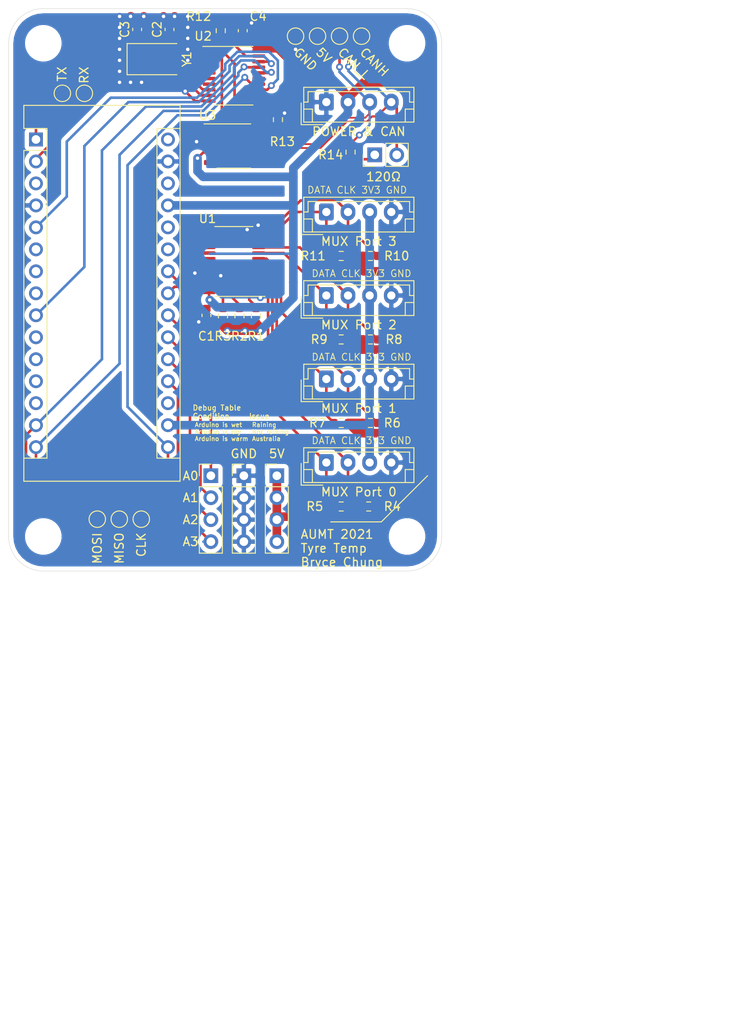
<source format=kicad_pcb>
(kicad_pcb (version 20171130) (host pcbnew "(5.1.9)-1")

  (general
    (thickness 1.6)
    (drawings 34)
    (tracks 394)
    (zones 0)
    (modules 47)
    (nets 65)
  )

  (page A4)
  (layers
    (0 F.Cu signal)
    (31 B.Cu signal)
    (32 B.Adhes user)
    (33 F.Adhes user)
    (34 B.Paste user)
    (35 F.Paste user)
    (36 B.SilkS user)
    (37 F.SilkS user)
    (38 B.Mask user)
    (39 F.Mask user)
    (40 Dwgs.User user)
    (41 Cmts.User user)
    (42 Eco1.User user)
    (43 Eco2.User user)
    (44 Edge.Cuts user)
    (45 Margin user)
    (46 B.CrtYd user)
    (47 F.CrtYd user)
    (48 B.Fab user hide)
    (49 F.Fab user hide)
  )

  (setup
    (last_trace_width 0.3)
    (user_trace_width 0.3)
    (user_trace_width 1)
    (trace_clearance 0.2)
    (zone_clearance 0.508)
    (zone_45_only no)
    (trace_min 0.2)
    (via_size 0.8)
    (via_drill 0.4)
    (via_min_size 0.4)
    (via_min_drill 0.3)
    (uvia_size 0.3)
    (uvia_drill 0.1)
    (uvias_allowed no)
    (uvia_min_size 0.2)
    (uvia_min_drill 0.1)
    (edge_width 0.05)
    (segment_width 0.2)
    (pcb_text_width 0.3)
    (pcb_text_size 1.5 1.5)
    (mod_edge_width 0.12)
    (mod_text_size 1 1)
    (mod_text_width 0.15)
    (pad_size 1.524 1.524)
    (pad_drill 0.762)
    (pad_to_mask_clearance 0)
    (aux_axis_origin 0 0)
    (visible_elements 7FFFFFFF)
    (pcbplotparams
      (layerselection 0x010fc_ffffffff)
      (usegerberextensions false)
      (usegerberattributes true)
      (usegerberadvancedattributes true)
      (creategerberjobfile true)
      (excludeedgelayer true)
      (linewidth 0.100000)
      (plotframeref false)
      (viasonmask false)
      (mode 1)
      (useauxorigin false)
      (hpglpennumber 1)
      (hpglpenspeed 20)
      (hpglpendiameter 15.000000)
      (psnegative false)
      (psa4output false)
      (plotreference true)
      (plotvalue true)
      (plotinvisibletext false)
      (padsonsilk false)
      (subtractmaskfromsilk false)
      (outputformat 1)
      (mirror false)
      (drillshape 1)
      (scaleselection 1)
      (outputdirectory ""))
  )

  (net 0 "")
  (net 1 CLK_CAN)
  (net 2 MISO_CAN)
  (net 3 "Net-(A1-Pad30)")
  (net 4 MOSI_CAN)
  (net 5 GND)
  (net 6 "Net-(A1-Pad13)")
  (net 7 "Net-(A1-Pad28)")
  (net 8 "Net-(A1-Pad12)")
  (net 9 +5V)
  (net 10 "Net-(A1-Pad11)")
  (net 11 "Net-(A1-Pad26)")
  (net 12 "Net-(A1-Pad10)")
  (net 13 "Net-(A1-Pad25)")
  (net 14 D6)
  (net 15 SCL)
  (net 16 "Net-(A1-Pad8)")
  (net 17 SDA)
  (net 18 "Net-(A1-Pad7)")
  (net 19 "Net-(A1-Pad6)")
  (net 20 D2)
  (net 21 "Net-(A1-Pad3)")
  (net 22 "Net-(A1-Pad18)")
  (net 23 "Net-(A1-Pad2)")
  (net 24 +3V3)
  (net 25 "Net-(A1-Pad1)")
  (net 26 "Net-(J8-Pad1)")
  (net 27 "Net-(R1-Pad2)")
  (net 28 "Net-(R12-Pad2)")
  (net 29 "Net-(U2-Pad15)")
  (net 30 "Net-(U2-Pad12)")
  (net 31 "Net-(U2-Pad11)")
  (net 32 "Net-(C3-Pad1)")
  (net 33 "Net-(C2-Pad1)")
  (net 34 "Net-(U2-Pad7)")
  (net 35 "Net-(U2-Pad6)")
  (net 36 "Net-(U2-Pad5)")
  (net 37 "Net-(U2-Pad4)")
  (net 38 "Net-(U2-Pad3)")
  (net 39 "Net-(U2-Pad2)")
  (net 40 "Net-(U2-Pad1)")
  (net 41 "Net-(R13-Pad1)")
  (net 42 "Net-(U3-Pad5)")
  (net 43 CAN+)
  (net 44 CAN-)
  (net 45 "Net-(J4-Pad2)")
  (net 46 "Net-(J4-Pad1)")
  (net 47 "Net-(J5-Pad2)")
  (net 48 "Net-(J5-Pad1)")
  (net 49 "Net-(J6-Pad2)")
  (net 50 "Net-(J6-Pad1)")
  (net 51 "Net-(J7-Pad2)")
  (net 52 "Net-(J7-Pad1)")
  (net 53 "Net-(U1-Pad20)")
  (net 54 "Net-(U1-Pad19)")
  (net 55 "Net-(U1-Pad18)")
  (net 56 "Net-(U1-Pad17)")
  (net 57 "Net-(U1-Pad16)")
  (net 58 "Net-(U1-Pad15)")
  (net 59 "Net-(U1-Pad14)")
  (net 60 "Net-(U1-Pad13)")
  (net 61 A3)
  (net 62 A2)
  (net 63 A1)
  (net 64 A0)

  (net_class Default "This is the default net class."
    (clearance 0.2)
    (trace_width 0.25)
    (via_dia 0.8)
    (via_drill 0.4)
    (uvia_dia 0.3)
    (uvia_drill 0.1)
    (add_net +3V3)
    (add_net +5V)
    (add_net A0)
    (add_net A1)
    (add_net A2)
    (add_net A3)
    (add_net CAN+)
    (add_net CAN-)
    (add_net CLK_CAN)
    (add_net D2)
    (add_net D6)
    (add_net GND)
    (add_net MISO_CAN)
    (add_net MOSI_CAN)
    (add_net "Net-(A1-Pad1)")
    (add_net "Net-(A1-Pad10)")
    (add_net "Net-(A1-Pad11)")
    (add_net "Net-(A1-Pad12)")
    (add_net "Net-(A1-Pad13)")
    (add_net "Net-(A1-Pad18)")
    (add_net "Net-(A1-Pad2)")
    (add_net "Net-(A1-Pad25)")
    (add_net "Net-(A1-Pad26)")
    (add_net "Net-(A1-Pad28)")
    (add_net "Net-(A1-Pad3)")
    (add_net "Net-(A1-Pad30)")
    (add_net "Net-(A1-Pad6)")
    (add_net "Net-(A1-Pad7)")
    (add_net "Net-(A1-Pad8)")
    (add_net "Net-(C2-Pad1)")
    (add_net "Net-(C3-Pad1)")
    (add_net "Net-(J4-Pad1)")
    (add_net "Net-(J4-Pad2)")
    (add_net "Net-(J5-Pad1)")
    (add_net "Net-(J5-Pad2)")
    (add_net "Net-(J6-Pad1)")
    (add_net "Net-(J6-Pad2)")
    (add_net "Net-(J7-Pad1)")
    (add_net "Net-(J7-Pad2)")
    (add_net "Net-(J8-Pad1)")
    (add_net "Net-(R1-Pad2)")
    (add_net "Net-(R12-Pad2)")
    (add_net "Net-(R13-Pad1)")
    (add_net "Net-(U1-Pad13)")
    (add_net "Net-(U1-Pad14)")
    (add_net "Net-(U1-Pad15)")
    (add_net "Net-(U1-Pad16)")
    (add_net "Net-(U1-Pad17)")
    (add_net "Net-(U1-Pad18)")
    (add_net "Net-(U1-Pad19)")
    (add_net "Net-(U1-Pad20)")
    (add_net "Net-(U2-Pad1)")
    (add_net "Net-(U2-Pad11)")
    (add_net "Net-(U2-Pad12)")
    (add_net "Net-(U2-Pad15)")
    (add_net "Net-(U2-Pad2)")
    (add_net "Net-(U2-Pad3)")
    (add_net "Net-(U2-Pad4)")
    (add_net "Net-(U2-Pad5)")
    (add_net "Net-(U2-Pad6)")
    (add_net "Net-(U2-Pad7)")
    (add_net "Net-(U3-Pad5)")
    (add_net SCL)
    (add_net SDA)
  )

  (module "" (layer F.Cu) (tedit 0) (tstamp 0)
    (at 79.502 101.6)
    (fp_text reference "" (at 73.152 55.118) (layer F.SilkS)
      (effects (font (size 1.27 1.27) (thickness 0.15)))
    )
    (fp_text value "" (at 73.152 55.118) (layer F.SilkS)
      (effects (font (size 1.27 1.27) (thickness 0.15)))
    )
  )

  (module "" (layer F.Cu) (tedit 0) (tstamp 0)
    (at 80.264 101.854)
    (fp_text reference "" (at 73.152 55.118) (layer F.SilkS)
      (effects (font (size 1.27 1.27) (thickness 0.15)))
    )
    (fp_text value "" (at 73.152 55.118) (layer F.SilkS)
      (effects (font (size 1.27 1.27) (thickness 0.15)))
    )
  )

  (module Module:Arduino_Nano (layer F.Cu) (tedit 58ACAF70) (tstamp 6104584F)
    (at 73.152 55.118)
    (descr "Arduino Nano, http://www.mouser.com/pdfdocs/Gravitech_Arduino_Nano3_0.pdf")
    (tags "Arduino Nano")
    (path /61016BB2)
    (fp_text reference A1 (at 7.62 -5.08) (layer F.SilkS) hide
      (effects (font (size 1 1) (thickness 0.15)))
    )
    (fp_text value Arduino_Nano_v3.x (at 8.89 19.05 90) (layer F.Fab)
      (effects (font (size 1 1) (thickness 0.15)))
    )
    (fp_line (start 16.75 42.16) (end -1.53 42.16) (layer F.CrtYd) (width 0.05))
    (fp_line (start 16.75 42.16) (end 16.75 -4.06) (layer F.CrtYd) (width 0.05))
    (fp_line (start -1.53 -4.06) (end -1.53 42.16) (layer F.CrtYd) (width 0.05))
    (fp_line (start -1.53 -4.06) (end 16.75 -4.06) (layer F.CrtYd) (width 0.05))
    (fp_line (start 16.51 -3.81) (end 16.51 39.37) (layer F.Fab) (width 0.1))
    (fp_line (start 0 -3.81) (end 16.51 -3.81) (layer F.Fab) (width 0.1))
    (fp_line (start -1.27 -2.54) (end 0 -3.81) (layer F.Fab) (width 0.1))
    (fp_line (start -1.27 39.37) (end -1.27 -2.54) (layer F.Fab) (width 0.1))
    (fp_line (start 16.51 39.37) (end -1.27 39.37) (layer F.Fab) (width 0.1))
    (fp_line (start 16.64 -3.94) (end -1.4 -3.94) (layer F.SilkS) (width 0.12))
    (fp_line (start 16.64 39.5) (end 16.64 -3.94) (layer F.SilkS) (width 0.12))
    (fp_line (start -1.4 39.5) (end 16.64 39.5) (layer F.SilkS) (width 0.12))
    (fp_line (start 3.81 41.91) (end 3.81 31.75) (layer F.Fab) (width 0.1))
    (fp_line (start 11.43 41.91) (end 3.81 41.91) (layer F.Fab) (width 0.1))
    (fp_line (start 11.43 31.75) (end 11.43 41.91) (layer F.Fab) (width 0.1))
    (fp_line (start 3.81 31.75) (end 11.43 31.75) (layer F.Fab) (width 0.1))
    (fp_line (start 1.27 36.83) (end -1.4 36.83) (layer F.SilkS) (width 0.12))
    (fp_line (start 1.27 1.27) (end 1.27 36.83) (layer F.SilkS) (width 0.12))
    (fp_line (start 1.27 1.27) (end -1.4 1.27) (layer F.SilkS) (width 0.12))
    (fp_line (start 13.97 36.83) (end 16.64 36.83) (layer F.SilkS) (width 0.12))
    (fp_line (start 13.97 -1.27) (end 13.97 36.83) (layer F.SilkS) (width 0.12))
    (fp_line (start 13.97 -1.27) (end 16.64 -1.27) (layer F.SilkS) (width 0.12))
    (fp_line (start -1.4 -3.94) (end -1.4 -1.27) (layer F.SilkS) (width 0.12))
    (fp_line (start -1.4 1.27) (end -1.4 39.5) (layer F.SilkS) (width 0.12))
    (fp_line (start 1.27 -1.27) (end -1.4 -1.27) (layer F.SilkS) (width 0.12))
    (fp_line (start 1.27 1.27) (end 1.27 -1.27) (layer F.SilkS) (width 0.12))
    (fp_text user %R (at 6.35 19.05 90) (layer F.Fab)
      (effects (font (size 1 1) (thickness 0.15)))
    )
    (pad 16 thru_hole oval (at 15.24 35.56) (size 1.6 1.6) (drill 1) (layers *.Cu *.Mask)
      (net 1 CLK_CAN))
    (pad 15 thru_hole oval (at 0 35.56) (size 1.6 1.6) (drill 1) (layers *.Cu *.Mask)
      (net 2 MISO_CAN))
    (pad 30 thru_hole oval (at 15.24 0) (size 1.6 1.6) (drill 1) (layers *.Cu *.Mask)
      (net 3 "Net-(A1-Pad30)"))
    (pad 14 thru_hole oval (at 0 33.02) (size 1.6 1.6) (drill 1) (layers *.Cu *.Mask)
      (net 4 MOSI_CAN))
    (pad 29 thru_hole oval (at 15.24 2.54) (size 1.6 1.6) (drill 1) (layers *.Cu *.Mask)
      (net 5 GND))
    (pad 13 thru_hole oval (at 0 30.48) (size 1.6 1.6) (drill 1) (layers *.Cu *.Mask)
      (net 6 "Net-(A1-Pad13)"))
    (pad 28 thru_hole oval (at 15.24 5.08) (size 1.6 1.6) (drill 1) (layers *.Cu *.Mask)
      (net 7 "Net-(A1-Pad28)"))
    (pad 12 thru_hole oval (at 0 27.94) (size 1.6 1.6) (drill 1) (layers *.Cu *.Mask)
      (net 8 "Net-(A1-Pad12)"))
    (pad 27 thru_hole oval (at 15.24 7.62) (size 1.6 1.6) (drill 1) (layers *.Cu *.Mask)
      (net 9 +5V))
    (pad 11 thru_hole oval (at 0 25.4) (size 1.6 1.6) (drill 1) (layers *.Cu *.Mask)
      (net 10 "Net-(A1-Pad11)"))
    (pad 26 thru_hole oval (at 15.24 10.16) (size 1.6 1.6) (drill 1) (layers *.Cu *.Mask)
      (net 11 "Net-(A1-Pad26)"))
    (pad 10 thru_hole oval (at 0 22.86) (size 1.6 1.6) (drill 1) (layers *.Cu *.Mask)
      (net 12 "Net-(A1-Pad10)"))
    (pad 25 thru_hole oval (at 15.24 12.7) (size 1.6 1.6) (drill 1) (layers *.Cu *.Mask)
      (net 13 "Net-(A1-Pad25)"))
    (pad 9 thru_hole oval (at 0 20.32) (size 1.6 1.6) (drill 1) (layers *.Cu *.Mask)
      (net 14 D6))
    (pad 24 thru_hole oval (at 15.24 15.24) (size 1.6 1.6) (drill 1) (layers *.Cu *.Mask)
      (net 15 SCL))
    (pad 8 thru_hole oval (at 0 17.78) (size 1.6 1.6) (drill 1) (layers *.Cu *.Mask)
      (net 16 "Net-(A1-Pad8)"))
    (pad 23 thru_hole oval (at 15.24 17.78) (size 1.6 1.6) (drill 1) (layers *.Cu *.Mask)
      (net 17 SDA))
    (pad 7 thru_hole oval (at 0 15.24) (size 1.6 1.6) (drill 1) (layers *.Cu *.Mask)
      (net 18 "Net-(A1-Pad7)"))
    (pad 22 thru_hole oval (at 15.24 20.32) (size 1.6 1.6) (drill 1) (layers *.Cu *.Mask)
      (net 61 A3))
    (pad 6 thru_hole oval (at 0 12.7) (size 1.6 1.6) (drill 1) (layers *.Cu *.Mask)
      (net 19 "Net-(A1-Pad6)"))
    (pad 21 thru_hole oval (at 15.24 22.86) (size 1.6 1.6) (drill 1) (layers *.Cu *.Mask)
      (net 62 A2))
    (pad 5 thru_hole oval (at 0 10.16) (size 1.6 1.6) (drill 1) (layers *.Cu *.Mask)
      (net 20 D2))
    (pad 20 thru_hole oval (at 15.24 25.4) (size 1.6 1.6) (drill 1) (layers *.Cu *.Mask)
      (net 63 A1))
    (pad 4 thru_hole oval (at 0 7.62) (size 1.6 1.6) (drill 1) (layers *.Cu *.Mask)
      (net 5 GND))
    (pad 19 thru_hole oval (at 15.24 27.94) (size 1.6 1.6) (drill 1) (layers *.Cu *.Mask)
      (net 64 A0))
    (pad 3 thru_hole oval (at 0 5.08) (size 1.6 1.6) (drill 1) (layers *.Cu *.Mask)
      (net 21 "Net-(A1-Pad3)"))
    (pad 18 thru_hole oval (at 15.24 30.48) (size 1.6 1.6) (drill 1) (layers *.Cu *.Mask)
      (net 22 "Net-(A1-Pad18)"))
    (pad 2 thru_hole oval (at 0 2.54) (size 1.6 1.6) (drill 1) (layers *.Cu *.Mask)
      (net 23 "Net-(A1-Pad2)"))
    (pad 17 thru_hole oval (at 15.24 33.02) (size 1.6 1.6) (drill 1) (layers *.Cu *.Mask)
      (net 24 +3V3))
    (pad 1 thru_hole rect (at 0 0) (size 1.6 1.6) (drill 1) (layers *.Cu *.Mask)
      (net 25 "Net-(A1-Pad1)"))
    (model ${KISYS3DMOD}/Module.3dshapes/Arduino_Nano_WithMountingHoles.wrl
      (at (xyz 0 0 0))
      (scale (xyz 1 1 1))
      (rotate (xyz 0 0 0))
    )
  )

  (module TestPoint:TestPoint_Pad_D1.5mm (layer F.Cu) (tedit 5A0F774F) (tstamp 6106945A)
    (at 80.232 99)
    (descr "SMD pad as test Point, diameter 1.5mm")
    (tags "test point SMD pad")
    (path /613CA9B0)
    (attr virtual)
    (fp_text reference TP6 (at -2.794 -3.302 -45) (layer F.SilkS) hide
      (effects (font (size 1 1) (thickness 0.15)) (justify left))
    )
    (fp_text value MISO (at 0 1.75) (layer F.Fab)
      (effects (font (size 1 1) (thickness 0.15)))
    )
    (fp_circle (center 0 0) (end 0 0.95) (layer F.SilkS) (width 0.12))
    (fp_circle (center 0 0) (end 1.25 0) (layer F.CrtYd) (width 0.05))
    (fp_text user %R (at 0 -1.65) (layer F.Fab)
      (effects (font (size 1 1) (thickness 0.15)))
    )
    (pad 1 smd circle (at 0 0) (size 1.5 1.5) (layers F.Cu F.Mask)
      (net 2 MISO_CAN))
  )

  (module TestPoint:TestPoint_Pad_D1.5mm (layer F.Cu) (tedit 5A0F774F) (tstamp 61046C54)
    (at 108.204 43.18)
    (descr "SMD pad as test Point, diameter 1.5mm")
    (tags "test point SMD pad")
    (path /61381C92)
    (attr virtual)
    (fp_text reference TP3 (at 0 -1.648) (layer F.SilkS) hide
      (effects (font (size 1 1) (thickness 0.15)))
    )
    (fp_text value CAN- (at 0 1.75) (layer F.SilkS) hide
      (effects (font (size 1 1) (thickness 0.15)))
    )
    (fp_circle (center 0 0) (end 0 0.95) (layer F.SilkS) (width 0.12))
    (fp_circle (center 0 0) (end 1.25 0) (layer F.CrtYd) (width 0.05))
    (fp_text user %R (at 0 -1.65) (layer F.Fab)
      (effects (font (size 1 1) (thickness 0.15)))
    )
    (pad 1 smd circle (at 0 0) (size 1.5 1.5) (layers F.Cu F.Mask)
      (net 43 CAN+))
  )

  (module TestPoint:TestPoint_Pad_D1.5mm (layer F.Cu) (tedit 5A0F774F) (tstamp 61047B2C)
    (at 105.664 43.18)
    (descr "SMD pad as test Point, diameter 1.5mm")
    (tags "test point SMD pad")
    (path /613823CE)
    (attr virtual)
    (fp_text reference TP4 (at 0 -1.648) (layer F.SilkS) hide
      (effects (font (size 1 1) (thickness 0.15)))
    )
    (fp_text value 5V (at 0 1.75) (layer F.Fab)
      (effects (font (size 1 1) (thickness 0.15)))
    )
    (fp_text user %R (at 0 -1.65) (layer F.Fab)
      (effects (font (size 1 1) (thickness 0.15)))
    )
    (fp_circle (center 0 0) (end 1.25 0) (layer F.CrtYd) (width 0.05))
    (fp_circle (center 0 0) (end 0 0.95) (layer F.SilkS) (width 0.12))
    (pad 1 smd circle (at 0 0) (size 1.5 1.5) (layers F.Cu F.Mask)
      (net 9 +5V))
  )

  (module TestPoint:TestPoint_Pad_D1.5mm (layer F.Cu) (tedit 5A0F774F) (tstamp 61029106)
    (at 110.744 43.18)
    (descr "SMD pad as test Point, diameter 1.5mm")
    (tags "test point SMD pad")
    (path /6137F93A)
    (attr virtual)
    (fp_text reference TP1 (at 0 -1.648) (layer F.SilkS) hide
      (effects (font (size 1 1) (thickness 0.15)))
    )
    (fp_text value CAN+ (at 0 1.75) (layer F.SilkS) hide
      (effects (font (size 1 1) (thickness 0.15)))
    )
    (fp_text user %R (at 0 -1.65) (layer F.Fab)
      (effects (font (size 1 1) (thickness 0.15)))
    )
    (fp_circle (center 0 0) (end 1.25 0) (layer F.CrtYd) (width 0.05))
    (fp_circle (center 0 0) (end 0 0.95) (layer F.SilkS) (width 0.12))
    (pad 1 smd circle (at 0 0) (size 1.5 1.5) (layers F.Cu F.Mask)
      (net 44 CAN-))
  )

  (module Connector_PinHeader_2.54mm:PinHeader_1x04_P2.54mm_Vertical (layer F.Cu) (tedit 59FED5CC) (tstamp 61068F00)
    (at 97.155 93.98)
    (descr "Through hole straight pin header, 1x04, 2.54mm pitch, single row")
    (tags "Through hole pin header THT 1x04 2.54mm single row")
    (path /6136A4A1)
    (fp_text reference J9 (at 0 -2.33) (layer F.SilkS) hide
      (effects (font (size 1 1) (thickness 0.15)))
    )
    (fp_text value GND (at 0 9.95) (layer F.Fab)
      (effects (font (size 1 1) (thickness 0.15)))
    )
    (fp_text user %R (at 0 3.81 90) (layer F.Fab)
      (effects (font (size 1 1) (thickness 0.15)))
    )
    (fp_line (start -0.635 -1.27) (end 1.27 -1.27) (layer F.Fab) (width 0.1))
    (fp_line (start 1.27 -1.27) (end 1.27 8.89) (layer F.Fab) (width 0.1))
    (fp_line (start 1.27 8.89) (end -1.27 8.89) (layer F.Fab) (width 0.1))
    (fp_line (start -1.27 8.89) (end -1.27 -0.635) (layer F.Fab) (width 0.1))
    (fp_line (start -1.27 -0.635) (end -0.635 -1.27) (layer F.Fab) (width 0.1))
    (fp_line (start -1.33 8.95) (end 1.33 8.95) (layer F.SilkS) (width 0.12))
    (fp_line (start -1.33 1.27) (end -1.33 8.95) (layer F.SilkS) (width 0.12))
    (fp_line (start 1.33 1.27) (end 1.33 8.95) (layer F.SilkS) (width 0.12))
    (fp_line (start -1.33 1.27) (end 1.33 1.27) (layer F.SilkS) (width 0.12))
    (fp_line (start -1.33 0) (end -1.33 -1.33) (layer F.SilkS) (width 0.12))
    (fp_line (start -1.33 -1.33) (end 0 -1.33) (layer F.SilkS) (width 0.12))
    (fp_line (start -1.8 -1.8) (end -1.8 9.4) (layer F.CrtYd) (width 0.05))
    (fp_line (start -1.8 9.4) (end 1.8 9.4) (layer F.CrtYd) (width 0.05))
    (fp_line (start 1.8 9.4) (end 1.8 -1.8) (layer F.CrtYd) (width 0.05))
    (fp_line (start 1.8 -1.8) (end -1.8 -1.8) (layer F.CrtYd) (width 0.05))
    (pad 4 thru_hole oval (at 0 7.62) (size 1.7 1.7) (drill 1) (layers *.Cu *.Mask)
      (net 5 GND))
    (pad 3 thru_hole oval (at 0 5.08) (size 1.7 1.7) (drill 1) (layers *.Cu *.Mask)
      (net 5 GND))
    (pad 2 thru_hole oval (at 0 2.54) (size 1.7 1.7) (drill 1) (layers *.Cu *.Mask)
      (net 5 GND))
    (pad 1 thru_hole rect (at 0 0) (size 1.7 1.7) (drill 1) (layers *.Cu *.Mask)
      (net 5 GND))
    (model ${KISYS3DMOD}/Connector_PinHeader_2.54mm.3dshapes/PinHeader_1x04_P2.54mm_Vertical.wrl
      (at (xyz 0 0 0))
      (scale (xyz 1 1 1))
      (rotate (xyz 0 0 0))
    )
  )

  (module Connector_PinHeader_2.54mm:PinHeader_1x04_P2.54mm_Vertical (layer F.Cu) (tedit 59FED5CC) (tstamp 61066019)
    (at 93.345 93.98)
    (descr "Through hole straight pin header, 1x04, 2.54mm pitch, single row")
    (tags "Through hole pin header THT 1x04 2.54mm single row")
    (path /613EDDA2)
    (fp_text reference J3 (at 0 -2.33) (layer F.SilkS) hide
      (effects (font (size 1 1) (thickness 0.15)))
    )
    (fp_text value Analog (at 0 9.95) (layer F.Fab)
      (effects (font (size 1 1) (thickness 0.15)))
    )
    (fp_text user %R (at 0 3.81 90) (layer F.Fab)
      (effects (font (size 1 1) (thickness 0.15)))
    )
    (fp_line (start -0.635 -1.27) (end 1.27 -1.27) (layer F.Fab) (width 0.1))
    (fp_line (start 1.27 -1.27) (end 1.27 8.89) (layer F.Fab) (width 0.1))
    (fp_line (start 1.27 8.89) (end -1.27 8.89) (layer F.Fab) (width 0.1))
    (fp_line (start -1.27 8.89) (end -1.27 -0.635) (layer F.Fab) (width 0.1))
    (fp_line (start -1.27 -0.635) (end -0.635 -1.27) (layer F.Fab) (width 0.1))
    (fp_line (start -1.33 8.95) (end 1.33 8.95) (layer F.SilkS) (width 0.12))
    (fp_line (start -1.33 1.27) (end -1.33 8.95) (layer F.SilkS) (width 0.12))
    (fp_line (start 1.33 1.27) (end 1.33 8.95) (layer F.SilkS) (width 0.12))
    (fp_line (start -1.33 1.27) (end 1.33 1.27) (layer F.SilkS) (width 0.12))
    (fp_line (start -1.33 0) (end -1.33 -1.33) (layer F.SilkS) (width 0.12))
    (fp_line (start -1.33 -1.33) (end 0 -1.33) (layer F.SilkS) (width 0.12))
    (fp_line (start -1.8 -1.8) (end -1.8 9.4) (layer F.CrtYd) (width 0.05))
    (fp_line (start -1.8 9.4) (end 1.8 9.4) (layer F.CrtYd) (width 0.05))
    (fp_line (start 1.8 9.4) (end 1.8 -1.8) (layer F.CrtYd) (width 0.05))
    (fp_line (start 1.8 -1.8) (end -1.8 -1.8) (layer F.CrtYd) (width 0.05))
    (pad 4 thru_hole oval (at 0 7.62) (size 1.7 1.7) (drill 1) (layers *.Cu *.Mask)
      (net 64 A0))
    (pad 3 thru_hole oval (at 0 5.08) (size 1.7 1.7) (drill 1) (layers *.Cu *.Mask)
      (net 63 A1))
    (pad 2 thru_hole oval (at 0 2.54) (size 1.7 1.7) (drill 1) (layers *.Cu *.Mask)
      (net 62 A2))
    (pad 1 thru_hole rect (at 0 0) (size 1.7 1.7) (drill 1) (layers *.Cu *.Mask)
      (net 61 A3))
    (model ${KISYS3DMOD}/Connector_PinHeader_2.54mm.3dshapes/PinHeader_1x04_P2.54mm_Vertical.wrl
      (at (xyz 0 0 0))
      (scale (xyz 1 1 1))
      (rotate (xyz 0 0 0))
    )
  )

  (module Connector_PinHeader_2.54mm:PinHeader_1x04_P2.54mm_Vertical (layer F.Cu) (tedit 59FED5CC) (tstamp 61068EBB)
    (at 100.965 93.98)
    (descr "Through hole straight pin header, 1x04, 2.54mm pitch, single row")
    (tags "Through hole pin header THT 1x04 2.54mm single row")
    (path /61354A47)
    (fp_text reference J2 (at 0 -2.33) (layer F.SilkS) hide
      (effects (font (size 1 1) (thickness 0.15)))
    )
    (fp_text value 5V (at 0 9.95) (layer F.Fab)
      (effects (font (size 1 1) (thickness 0.15)))
    )
    (fp_text user %R (at 0 3.81 90) (layer F.Fab)
      (effects (font (size 1 1) (thickness 0.15)))
    )
    (fp_line (start -0.635 -1.27) (end 1.27 -1.27) (layer F.Fab) (width 0.1))
    (fp_line (start 1.27 -1.27) (end 1.27 8.89) (layer F.Fab) (width 0.1))
    (fp_line (start 1.27 8.89) (end -1.27 8.89) (layer F.Fab) (width 0.1))
    (fp_line (start -1.27 8.89) (end -1.27 -0.635) (layer F.Fab) (width 0.1))
    (fp_line (start -1.27 -0.635) (end -0.635 -1.27) (layer F.Fab) (width 0.1))
    (fp_line (start -1.33 8.95) (end 1.33 8.95) (layer F.SilkS) (width 0.12))
    (fp_line (start -1.33 1.27) (end -1.33 8.95) (layer F.SilkS) (width 0.12))
    (fp_line (start 1.33 1.27) (end 1.33 8.95) (layer F.SilkS) (width 0.12))
    (fp_line (start -1.33 1.27) (end 1.33 1.27) (layer F.SilkS) (width 0.12))
    (fp_line (start -1.33 0) (end -1.33 -1.33) (layer F.SilkS) (width 0.12))
    (fp_line (start -1.33 -1.33) (end 0 -1.33) (layer F.SilkS) (width 0.12))
    (fp_line (start -1.8 -1.8) (end -1.8 9.4) (layer F.CrtYd) (width 0.05))
    (fp_line (start -1.8 9.4) (end 1.8 9.4) (layer F.CrtYd) (width 0.05))
    (fp_line (start 1.8 9.4) (end 1.8 -1.8) (layer F.CrtYd) (width 0.05))
    (fp_line (start 1.8 -1.8) (end -1.8 -1.8) (layer F.CrtYd) (width 0.05))
    (pad 4 thru_hole oval (at 0 7.62) (size 1.7 1.7) (drill 1) (layers *.Cu *.Mask)
      (net 9 +5V))
    (pad 3 thru_hole oval (at 0 5.08) (size 1.7 1.7) (drill 1) (layers *.Cu *.Mask)
      (net 9 +5V))
    (pad 2 thru_hole oval (at 0 2.54) (size 1.7 1.7) (drill 1) (layers *.Cu *.Mask)
      (net 9 +5V))
    (pad 1 thru_hole rect (at 0 0) (size 1.7 1.7) (drill 1) (layers *.Cu *.Mask)
      (net 9 +5V))
    (model ${KISYS3DMOD}/Connector_PinHeader_2.54mm.3dshapes/PinHeader_1x04_P2.54mm_Vertical.wrl
      (at (xyz 0 0 0))
      (scale (xyz 1 1 1))
      (rotate (xyz 0 0 0))
    )
  )

  (module MountingHole:MountingHole_3.2mm_M3 (layer F.Cu) (tedit 56D1B4CB) (tstamp 6104B6EE)
    (at 116 101)
    (descr "Mounting Hole 3.2mm, no annular, M3")
    (tags "mounting hole 3.2mm no annular m3")
    (attr virtual)
    (fp_text reference REF** (at 0 -4.2) (layer F.SilkS) hide
      (effects (font (size 1 1) (thickness 0.15)))
    )
    (fp_text value MountingHole_3.2mm_M3 (at 0 4.2) (layer F.Fab) hide
      (effects (font (size 1 1) (thickness 0.15)))
    )
    (fp_circle (center 0 0) (end 3.2 0) (layer Cmts.User) (width 0.15))
    (fp_circle (center 0 0) (end 3.45 0) (layer F.CrtYd) (width 0.05))
    (fp_text user %R (at 12 -3) (layer F.Fab)
      (effects (font (size 1 1) (thickness 0.15)))
    )
    (pad 1 np_thru_hole circle (at 0 0) (size 3.2 3.2) (drill 3.2) (layers *.Cu *.Mask))
  )

  (module MountingHole:MountingHole_3.2mm_M3 (layer F.Cu) (tedit 56D1B4CB) (tstamp 610459BD)
    (at 116 44)
    (descr "Mounting Hole 3.2mm, no annular, M3")
    (tags "mounting hole 3.2mm no annular m3")
    (attr virtual)
    (fp_text reference REF** (at 0 -4.2) (layer F.SilkS) hide
      (effects (font (size 1 1) (thickness 0.15)))
    )
    (fp_text value MountingHole_3.2mm_M3 (at 0.84 -5.9) (layer F.Fab) hide
      (effects (font (size 1 1) (thickness 0.15)))
    )
    (fp_circle (center 0 0) (end 3.2 0) (layer Cmts.User) (width 0.15))
    (fp_circle (center 0 0) (end 3.45 0) (layer F.CrtYd) (width 0.05))
    (fp_text user %R (at 0.3 0) (layer F.Fab)
      (effects (font (size 1 1) (thickness 0.15)))
    )
    (pad 1 np_thru_hole circle (at 0 0) (size 3.2 3.2) (drill 3.2) (layers *.Cu *.Mask))
  )

  (module MountingHole:MountingHole_3.2mm_M3 (layer F.Cu) (tedit 56D1B4CB) (tstamp 610459BD)
    (at 74 44)
    (descr "Mounting Hole 3.2mm, no annular, M3")
    (tags "mounting hole 3.2mm no annular m3")
    (attr virtual)
    (fp_text reference REF** (at 0 -4.2) (layer F.SilkS) hide
      (effects (font (size 1 1) (thickness 0.15)))
    )
    (fp_text value MountingHole_3.2mm_M3 (at 0 -5.9) (layer F.Fab) hide
      (effects (font (size 1 1) (thickness 0.15)))
    )
    (fp_circle (center 0 0) (end 3.2 0) (layer Cmts.User) (width 0.15))
    (fp_circle (center 0 0) (end 3.45 0) (layer F.CrtYd) (width 0.05))
    (fp_text user %R (at 0.3 0) (layer F.Fab)
      (effects (font (size 1 1) (thickness 0.15)))
    )
    (pad 1 np_thru_hole circle (at 0 0) (size 3.2 3.2) (drill 3.2) (layers *.Cu *.Mask))
  )

  (module MountingHole:MountingHole_3.2mm_M3 (layer F.Cu) (tedit 56D1B4CB) (tstamp 6104577D)
    (at 74 101)
    (descr "Mounting Hole 3.2mm, no annular, M3")
    (tags "mounting hole 3.2mm no annular m3")
    (attr virtual)
    (fp_text reference REF** (at 0 -4.2) (layer F.SilkS) hide
      (effects (font (size 1 1) (thickness 0.15)))
    )
    (fp_text value MountingHole_3.2mm_M3 (at 0 4.2) (layer F.Fab) hide
      (effects (font (size 1 1) (thickness 0.15)))
    )
    (fp_text user %R (at 0.3 0) (layer F.Fab)
      (effects (font (size 1 1) (thickness 0.15)))
    )
    (fp_circle (center 0 0) (end 3.2 0) (layer Cmts.User) (width 0.15))
    (fp_circle (center 0 0) (end 3.45 0) (layer F.CrtYd) (width 0.05))
    (pad 1 np_thru_hole circle (at 0 0) (size 3.2 3.2) (drill 3.2) (layers *.Cu *.Mask))
  )

  (module Crystal:Crystal_SMD_5032-2Pin_5.0x3.2mm (layer F.Cu) (tedit 5A0FD1B2) (tstamp 610291C4)
    (at 86.722 45.836)
    (descr "SMD Crystal SERIES SMD2520/2 http://www.icbase.com/File/PDF/HKC/HKC00061008.pdf, 5.0x3.2mm^2 package")
    (tags "SMD SMT crystal")
    (path /61021309)
    (attr smd)
    (fp_text reference Y1 (at 3.85 0 270) (layer F.SilkS)
      (effects (font (size 1 1) (thickness 0.15)))
    )
    (fp_text value "8 mhz" (at 0 2.8) (layer F.Fab)
      (effects (font (size 1 1) (thickness 0.15)))
    )
    (fp_text user %R (at 0 0) (layer F.Fab)
      (effects (font (size 1 1) (thickness 0.15)))
    )
    (fp_line (start -2.3 -1.6) (end 2.3 -1.6) (layer F.Fab) (width 0.1))
    (fp_line (start 2.3 -1.6) (end 2.5 -1.4) (layer F.Fab) (width 0.1))
    (fp_line (start 2.5 -1.4) (end 2.5 1.4) (layer F.Fab) (width 0.1))
    (fp_line (start 2.5 1.4) (end 2.3 1.6) (layer F.Fab) (width 0.1))
    (fp_line (start 2.3 1.6) (end -2.3 1.6) (layer F.Fab) (width 0.1))
    (fp_line (start -2.3 1.6) (end -2.5 1.4) (layer F.Fab) (width 0.1))
    (fp_line (start -2.5 1.4) (end -2.5 -1.4) (layer F.Fab) (width 0.1))
    (fp_line (start -2.5 -1.4) (end -2.3 -1.6) (layer F.Fab) (width 0.1))
    (fp_line (start -2.5 0.6) (end -1.5 1.6) (layer F.Fab) (width 0.1))
    (fp_line (start 2.7 -1.8) (end -3.05 -1.8) (layer F.SilkS) (width 0.12))
    (fp_line (start -3.05 -1.8) (end -3.05 1.8) (layer F.SilkS) (width 0.12))
    (fp_line (start -3.05 1.8) (end 2.7 1.8) (layer F.SilkS) (width 0.12))
    (fp_line (start -3.1 -1.9) (end -3.1 1.9) (layer F.CrtYd) (width 0.05))
    (fp_line (start -3.1 1.9) (end 3.1 1.9) (layer F.CrtYd) (width 0.05))
    (fp_line (start 3.1 1.9) (end 3.1 -1.9) (layer F.CrtYd) (width 0.05))
    (fp_line (start 3.1 -1.9) (end -3.1 -1.9) (layer F.CrtYd) (width 0.05))
    (fp_circle (center 0 0) (end 0.4 0) (layer F.Adhes) (width 0.1))
    (fp_circle (center 0 0) (end 0.333333 0) (layer F.Adhes) (width 0.133333))
    (fp_circle (center 0 0) (end 0.213333 0) (layer F.Adhes) (width 0.133333))
    (fp_circle (center 0 0) (end 0.093333 0) (layer F.Adhes) (width 0.186667))
    (pad 2 smd rect (at 1.85 0) (size 2 2.4) (layers F.Cu F.Paste F.Mask)
      (net 33 "Net-(C2-Pad1)"))
    (pad 1 smd rect (at -1.85 0) (size 2 2.4) (layers F.Cu F.Paste F.Mask)
      (net 32 "Net-(C3-Pad1)"))
    (model ${KISYS3DMOD}/Crystal.3dshapes/Crystal_SMD_5032-2Pin_5.0x3.2mm.wrl
      (at (xyz 0 0 0))
      (scale (xyz 1 1 1))
      (rotate (xyz 0 0 0))
    )
  )

  (module Capacitor_SMD:C_0603_1608Metric (layer F.Cu) (tedit 5F68FEEE) (tstamp 6103BCA7)
    (at 88.572 42.405 90)
    (descr "Capacitor SMD 0603 (1608 Metric), square (rectangular) end terminal, IPC_7351 nominal, (Body size source: IPC-SM-782 page 76, https://www.pcb-3d.com/wordpress/wp-content/uploads/ipc-sm-782a_amendment_1_and_2.pdf), generated with kicad-footprint-generator")
    (tags capacitor)
    (path /61065538)
    (attr smd)
    (fp_text reference C2 (at 0 -1.43 90) (layer F.SilkS)
      (effects (font (size 1 1) (thickness 0.15)))
    )
    (fp_text value 30p (at 0 1.43 90) (layer F.Fab)
      (effects (font (size 1 1) (thickness 0.15)))
    )
    (fp_text user %R (at 0 0 90) (layer F.Fab)
      (effects (font (size 0.4 0.4) (thickness 0.06)))
    )
    (fp_line (start -0.8 0.4) (end -0.8 -0.4) (layer F.Fab) (width 0.1))
    (fp_line (start -0.8 -0.4) (end 0.8 -0.4) (layer F.Fab) (width 0.1))
    (fp_line (start 0.8 -0.4) (end 0.8 0.4) (layer F.Fab) (width 0.1))
    (fp_line (start 0.8 0.4) (end -0.8 0.4) (layer F.Fab) (width 0.1))
    (fp_line (start -0.14058 -0.51) (end 0.14058 -0.51) (layer F.SilkS) (width 0.12))
    (fp_line (start -0.14058 0.51) (end 0.14058 0.51) (layer F.SilkS) (width 0.12))
    (fp_line (start -1.48 0.73) (end -1.48 -0.73) (layer F.CrtYd) (width 0.05))
    (fp_line (start -1.48 -0.73) (end 1.48 -0.73) (layer F.CrtYd) (width 0.05))
    (fp_line (start 1.48 -0.73) (end 1.48 0.73) (layer F.CrtYd) (width 0.05))
    (fp_line (start 1.48 0.73) (end -1.48 0.73) (layer F.CrtYd) (width 0.05))
    (pad 2 smd roundrect (at 0.775 0 90) (size 0.9 0.95) (layers F.Cu F.Paste F.Mask) (roundrect_rratio 0.25)
      (net 5 GND))
    (pad 1 smd roundrect (at -0.775 0 90) (size 0.9 0.95) (layers F.Cu F.Paste F.Mask) (roundrect_rratio 0.25)
      (net 33 "Net-(C2-Pad1)"))
    (model ${KISYS3DMOD}/Capacitor_SMD.3dshapes/C_0603_1608Metric.wrl
      (at (xyz 0 0 0))
      (scale (xyz 1 1 1))
      (rotate (xyz 0 0 0))
    )
  )

  (module Package_SO:SOIC-8_3.9x4.9mm_P1.27mm (layer F.Cu) (tedit 5D9F72B1) (tstamp 6104C59C)
    (at 96 55.88)
    (descr "SOIC, 8 Pin (JEDEC MS-012AA, https://www.analog.com/media/en/package-pcb-resources/package/pkg_pdf/soic_narrow-r/r_8.pdf), generated with kicad-footprint-generator ipc_gullwing_generator.py")
    (tags "SOIC SO")
    (path /6101A557)
    (attr smd)
    (fp_text reference U3 (at -3.036 -3.556) (layer F.SilkS)
      (effects (font (size 1 1) (thickness 0.15)))
    )
    (fp_text value MCP2551-I-SN (at 0 3.4) (layer F.Fab)
      (effects (font (size 1 1) (thickness 0.15)))
    )
    (fp_line (start 3.7 -2.7) (end -3.7 -2.7) (layer F.CrtYd) (width 0.05))
    (fp_line (start 3.7 2.7) (end 3.7 -2.7) (layer F.CrtYd) (width 0.05))
    (fp_line (start -3.7 2.7) (end 3.7 2.7) (layer F.CrtYd) (width 0.05))
    (fp_line (start -3.7 -2.7) (end -3.7 2.7) (layer F.CrtYd) (width 0.05))
    (fp_line (start -1.95 -1.475) (end -0.975 -2.45) (layer F.Fab) (width 0.1))
    (fp_line (start -1.95 2.45) (end -1.95 -1.475) (layer F.Fab) (width 0.1))
    (fp_line (start 1.95 2.45) (end -1.95 2.45) (layer F.Fab) (width 0.1))
    (fp_line (start 1.95 -2.45) (end 1.95 2.45) (layer F.Fab) (width 0.1))
    (fp_line (start -0.975 -2.45) (end 1.95 -2.45) (layer F.Fab) (width 0.1))
    (fp_line (start 0 -2.56) (end -3.45 -2.56) (layer F.SilkS) (width 0.12))
    (fp_line (start 0 -2.56) (end 1.95 -2.56) (layer F.SilkS) (width 0.12))
    (fp_line (start 0 2.56) (end -1.95 2.56) (layer F.SilkS) (width 0.12))
    (fp_line (start 0 2.56) (end 1.95 2.56) (layer F.SilkS) (width 0.12))
    (fp_text user %R (at 0 0) (layer F.Fab)
      (effects (font (size 0.98 0.98) (thickness 0.15)))
    )
    (pad 8 smd roundrect (at 2.475 -1.905) (size 1.95 0.6) (layers F.Cu F.Paste F.Mask) (roundrect_rratio 0.25)
      (net 41 "Net-(R13-Pad1)"))
    (pad 7 smd roundrect (at 2.475 -0.635) (size 1.95 0.6) (layers F.Cu F.Paste F.Mask) (roundrect_rratio 0.25)
      (net 43 CAN+))
    (pad 6 smd roundrect (at 2.475 0.635) (size 1.95 0.6) (layers F.Cu F.Paste F.Mask) (roundrect_rratio 0.25)
      (net 44 CAN-))
    (pad 5 smd roundrect (at 2.475 1.905) (size 1.95 0.6) (layers F.Cu F.Paste F.Mask) (roundrect_rratio 0.25)
      (net 42 "Net-(U3-Pad5)"))
    (pad 4 smd roundrect (at -2.475 1.905) (size 1.95 0.6) (layers F.Cu F.Paste F.Mask) (roundrect_rratio 0.25)
      (net 39 "Net-(U2-Pad2)"))
    (pad 3 smd roundrect (at -2.475 0.635) (size 1.95 0.6) (layers F.Cu F.Paste F.Mask) (roundrect_rratio 0.25)
      (net 9 +5V))
    (pad 2 smd roundrect (at -2.475 -0.635) (size 1.95 0.6) (layers F.Cu F.Paste F.Mask) (roundrect_rratio 0.25)
      (net 5 GND))
    (pad 1 smd roundrect (at -2.475 -1.905) (size 1.95 0.6) (layers F.Cu F.Paste F.Mask) (roundrect_rratio 0.25)
      (net 40 "Net-(U2-Pad1)"))
    (model ${KISYS3DMOD}/Package_SO.3dshapes/SOIC-8_3.9x4.9mm_P1.27mm.wrl
      (at (xyz 0 0 0))
      (scale (xyz 1 1 1))
      (rotate (xyz 0 0 0))
    )
  )

  (module Package_SO:TSSOP-20_4.4x6.5mm_P0.65mm (layer F.Cu) (tedit 5E476F32) (tstamp 6106D43D)
    (at 96.012 47.752)
    (descr "TSSOP, 20 Pin (JEDEC MO-153 Var AC https://www.jedec.org/document_search?search_api_views_fulltext=MO-153), generated with kicad-footprint-generator ipc_gullwing_generator.py")
    (tags "TSSOP SO")
    (path /61019D23)
    (attr smd)
    (fp_text reference U2 (at -3.556 -4.572) (layer F.SilkS)
      (effects (font (size 1 1) (thickness 0.15)))
    )
    (fp_text value MCP2515-I/ST (at 0 4.2) (layer F.Fab)
      (effects (font (size 1 1) (thickness 0.15)))
    )
    (fp_line (start 3.85 -3.5) (end -3.85 -3.5) (layer F.CrtYd) (width 0.05))
    (fp_line (start 3.85 3.5) (end 3.85 -3.5) (layer F.CrtYd) (width 0.05))
    (fp_line (start -3.85 3.5) (end 3.85 3.5) (layer F.CrtYd) (width 0.05))
    (fp_line (start -3.85 -3.5) (end -3.85 3.5) (layer F.CrtYd) (width 0.05))
    (fp_line (start -2.2 -2.25) (end -1.2 -3.25) (layer F.Fab) (width 0.1))
    (fp_line (start -2.2 3.25) (end -2.2 -2.25) (layer F.Fab) (width 0.1))
    (fp_line (start 2.2 3.25) (end -2.2 3.25) (layer F.Fab) (width 0.1))
    (fp_line (start 2.2 -3.25) (end 2.2 3.25) (layer F.Fab) (width 0.1))
    (fp_line (start -1.2 -3.25) (end 2.2 -3.25) (layer F.Fab) (width 0.1))
    (fp_line (start 0 -3.385) (end -3.6 -3.385) (layer F.SilkS) (width 0.12))
    (fp_line (start 0 -3.385) (end 2.2 -3.385) (layer F.SilkS) (width 0.12))
    (fp_line (start 0 3.385) (end -2.2 3.385) (layer F.SilkS) (width 0.12))
    (fp_line (start 0 3.385) (end 2.2 3.385) (layer F.SilkS) (width 0.12))
    (fp_text user %R (at 0 0) (layer F.Fab)
      (effects (font (size 1 1) (thickness 0.15)))
    )
    (pad 20 smd roundrect (at 2.8625 -2.925) (size 1.475 0.4) (layers F.Cu F.Paste F.Mask) (roundrect_rratio 0.25)
      (net 9 +5V))
    (pad 19 smd roundrect (at 2.8625 -2.275) (size 1.475 0.4) (layers F.Cu F.Paste F.Mask) (roundrect_rratio 0.25)
      (net 28 "Net-(R12-Pad2)"))
    (pad 18 smd roundrect (at 2.8625 -1.625) (size 1.475 0.4) (layers F.Cu F.Paste F.Mask) (roundrect_rratio 0.25)
      (net 14 D6))
    (pad 17 smd roundrect (at 2.8625 -0.975) (size 1.475 0.4) (layers F.Cu F.Paste F.Mask) (roundrect_rratio 0.25)
      (net 2 MISO_CAN))
    (pad 16 smd roundrect (at 2.8625 -0.325) (size 1.475 0.4) (layers F.Cu F.Paste F.Mask) (roundrect_rratio 0.25)
      (net 4 MOSI_CAN))
    (pad 15 smd roundrect (at 2.8625 0.325) (size 1.475 0.4) (layers F.Cu F.Paste F.Mask) (roundrect_rratio 0.25)
      (net 29 "Net-(U2-Pad15)"))
    (pad 14 smd roundrect (at 2.8625 0.975) (size 1.475 0.4) (layers F.Cu F.Paste F.Mask) (roundrect_rratio 0.25)
      (net 1 CLK_CAN))
    (pad 13 smd roundrect (at 2.8625 1.625) (size 1.475 0.4) (layers F.Cu F.Paste F.Mask) (roundrect_rratio 0.25)
      (net 20 D2))
    (pad 12 smd roundrect (at 2.8625 2.275) (size 1.475 0.4) (layers F.Cu F.Paste F.Mask) (roundrect_rratio 0.25)
      (net 30 "Net-(U2-Pad12)"))
    (pad 11 smd roundrect (at 2.8625 2.925) (size 1.475 0.4) (layers F.Cu F.Paste F.Mask) (roundrect_rratio 0.25)
      (net 31 "Net-(U2-Pad11)"))
    (pad 10 smd roundrect (at -2.8625 2.925) (size 1.475 0.4) (layers F.Cu F.Paste F.Mask) (roundrect_rratio 0.25)
      (net 5 GND))
    (pad 9 smd roundrect (at -2.8625 2.275) (size 1.475 0.4) (layers F.Cu F.Paste F.Mask) (roundrect_rratio 0.25)
      (net 32 "Net-(C3-Pad1)"))
    (pad 8 smd roundrect (at -2.8625 1.625) (size 1.475 0.4) (layers F.Cu F.Paste F.Mask) (roundrect_rratio 0.25)
      (net 33 "Net-(C2-Pad1)"))
    (pad 7 smd roundrect (at -2.8625 0.975) (size 1.475 0.4) (layers F.Cu F.Paste F.Mask) (roundrect_rratio 0.25)
      (net 34 "Net-(U2-Pad7)"))
    (pad 6 smd roundrect (at -2.8625 0.325) (size 1.475 0.4) (layers F.Cu F.Paste F.Mask) (roundrect_rratio 0.25)
      (net 35 "Net-(U2-Pad6)"))
    (pad 5 smd roundrect (at -2.8625 -0.325) (size 1.475 0.4) (layers F.Cu F.Paste F.Mask) (roundrect_rratio 0.25)
      (net 36 "Net-(U2-Pad5)"))
    (pad 4 smd roundrect (at -2.8625 -0.975) (size 1.475 0.4) (layers F.Cu F.Paste F.Mask) (roundrect_rratio 0.25)
      (net 37 "Net-(U2-Pad4)"))
    (pad 3 smd roundrect (at -2.8625 -1.625) (size 1.475 0.4) (layers F.Cu F.Paste F.Mask) (roundrect_rratio 0.25)
      (net 38 "Net-(U2-Pad3)"))
    (pad 2 smd roundrect (at -2.8625 -2.275) (size 1.475 0.4) (layers F.Cu F.Paste F.Mask) (roundrect_rratio 0.25)
      (net 39 "Net-(U2-Pad2)"))
    (pad 1 smd roundrect (at -2.8625 -2.925) (size 1.475 0.4) (layers F.Cu F.Paste F.Mask) (roundrect_rratio 0.25)
      (net 40 "Net-(U2-Pad1)"))
    (model ${KISYS3DMOD}/Package_SO.3dshapes/TSSOP-20_4.4x6.5mm_P0.65mm.wrl
      (at (xyz 0 0 0))
      (scale (xyz 1 1 1))
      (rotate (xyz 0 0 0))
    )
  )

  (module Package_SO:TSSOP-24_4.4x7.8mm_P0.65mm (layer F.Cu) (tedit 5E476F32) (tstamp 61061781)
    (at 96 69.219 180)
    (descr "TSSOP, 24 Pin (JEDEC MO-153 Var AD https://www.jedec.org/document_search?search_api_views_fulltext=MO-153), generated with kicad-footprint-generator ipc_gullwing_generator.py")
    (tags "TSSOP SO")
    (path /6104696B)
    (attr smd)
    (fp_text reference U1 (at 3.036 4.957) (layer F.SilkS)
      (effects (font (size 1 1) (thickness 0.15)))
    )
    (fp_text value TCA9548APWR (at 0 4.85) (layer F.Fab)
      (effects (font (size 1 1) (thickness 0.15)))
    )
    (fp_line (start 3.85 -4.15) (end -3.85 -4.15) (layer F.CrtYd) (width 0.05))
    (fp_line (start 3.85 4.15) (end 3.85 -4.15) (layer F.CrtYd) (width 0.05))
    (fp_line (start -3.85 4.15) (end 3.85 4.15) (layer F.CrtYd) (width 0.05))
    (fp_line (start -3.85 -4.15) (end -3.85 4.15) (layer F.CrtYd) (width 0.05))
    (fp_line (start -2.2 -2.9) (end -1.2 -3.9) (layer F.Fab) (width 0.1))
    (fp_line (start -2.2 3.9) (end -2.2 -2.9) (layer F.Fab) (width 0.1))
    (fp_line (start 2.2 3.9) (end -2.2 3.9) (layer F.Fab) (width 0.1))
    (fp_line (start 2.2 -3.9) (end 2.2 3.9) (layer F.Fab) (width 0.1))
    (fp_line (start -1.2 -3.9) (end 2.2 -3.9) (layer F.Fab) (width 0.1))
    (fp_line (start 0 -4.035) (end -3.6 -4.035) (layer F.SilkS) (width 0.12))
    (fp_line (start 0 -4.035) (end 2.2 -4.035) (layer F.SilkS) (width 0.12))
    (fp_line (start 0 4.035) (end -2.2 4.035) (layer F.SilkS) (width 0.12))
    (fp_line (start 0 4.035) (end 2.2 4.035) (layer F.SilkS) (width 0.12))
    (fp_text user %R (at 0 0) (layer F.Fab)
      (effects (font (size 1 1) (thickness 0.15)))
    )
    (pad 24 smd roundrect (at 2.8625 -3.575 180) (size 1.475 0.4) (layers F.Cu F.Paste F.Mask) (roundrect_rratio 0.25)
      (net 9 +5V))
    (pad 23 smd roundrect (at 2.8625 -2.925 180) (size 1.475 0.4) (layers F.Cu F.Paste F.Mask) (roundrect_rratio 0.25)
      (net 17 SDA))
    (pad 22 smd roundrect (at 2.8625 -2.275 180) (size 1.475 0.4) (layers F.Cu F.Paste F.Mask) (roundrect_rratio 0.25)
      (net 15 SCL))
    (pad 21 smd roundrect (at 2.8625 -1.625 180) (size 1.475 0.4) (layers F.Cu F.Paste F.Mask) (roundrect_rratio 0.25)
      (net 5 GND))
    (pad 20 smd roundrect (at 2.8625 -0.975 180) (size 1.475 0.4) (layers F.Cu F.Paste F.Mask) (roundrect_rratio 0.25)
      (net 53 "Net-(U1-Pad20)"))
    (pad 19 smd roundrect (at 2.8625 -0.325 180) (size 1.475 0.4) (layers F.Cu F.Paste F.Mask) (roundrect_rratio 0.25)
      (net 54 "Net-(U1-Pad19)"))
    (pad 18 smd roundrect (at 2.8625 0.325 180) (size 1.475 0.4) (layers F.Cu F.Paste F.Mask) (roundrect_rratio 0.25)
      (net 55 "Net-(U1-Pad18)"))
    (pad 17 smd roundrect (at 2.8625 0.975 180) (size 1.475 0.4) (layers F.Cu F.Paste F.Mask) (roundrect_rratio 0.25)
      (net 56 "Net-(U1-Pad17)"))
    (pad 16 smd roundrect (at 2.8625 1.625 180) (size 1.475 0.4) (layers F.Cu F.Paste F.Mask) (roundrect_rratio 0.25)
      (net 57 "Net-(U1-Pad16)"))
    (pad 15 smd roundrect (at 2.8625 2.275 180) (size 1.475 0.4) (layers F.Cu F.Paste F.Mask) (roundrect_rratio 0.25)
      (net 58 "Net-(U1-Pad15)"))
    (pad 14 smd roundrect (at 2.8625 2.925 180) (size 1.475 0.4) (layers F.Cu F.Paste F.Mask) (roundrect_rratio 0.25)
      (net 59 "Net-(U1-Pad14)"))
    (pad 13 smd roundrect (at 2.8625 3.575 180) (size 1.475 0.4) (layers F.Cu F.Paste F.Mask) (roundrect_rratio 0.25)
      (net 60 "Net-(U1-Pad13)"))
    (pad 12 smd roundrect (at -2.8625 3.575 180) (size 1.475 0.4) (layers F.Cu F.Paste F.Mask) (roundrect_rratio 0.25)
      (net 5 GND))
    (pad 11 smd roundrect (at -2.8625 2.925 180) (size 1.475 0.4) (layers F.Cu F.Paste F.Mask) (roundrect_rratio 0.25)
      (net 51 "Net-(J7-Pad2)"))
    (pad 10 smd roundrect (at -2.8625 2.275 180) (size 1.475 0.4) (layers F.Cu F.Paste F.Mask) (roundrect_rratio 0.25)
      (net 52 "Net-(J7-Pad1)"))
    (pad 9 smd roundrect (at -2.8625 1.625 180) (size 1.475 0.4) (layers F.Cu F.Paste F.Mask) (roundrect_rratio 0.25)
      (net 49 "Net-(J6-Pad2)"))
    (pad 8 smd roundrect (at -2.8625 0.975 180) (size 1.475 0.4) (layers F.Cu F.Paste F.Mask) (roundrect_rratio 0.25)
      (net 50 "Net-(J6-Pad1)"))
    (pad 7 smd roundrect (at -2.8625 0.325 180) (size 1.475 0.4) (layers F.Cu F.Paste F.Mask) (roundrect_rratio 0.25)
      (net 47 "Net-(J5-Pad2)"))
    (pad 6 smd roundrect (at -2.8625 -0.325 180) (size 1.475 0.4) (layers F.Cu F.Paste F.Mask) (roundrect_rratio 0.25)
      (net 48 "Net-(J5-Pad1)"))
    (pad 5 smd roundrect (at -2.8625 -0.975 180) (size 1.475 0.4) (layers F.Cu F.Paste F.Mask) (roundrect_rratio 0.25)
      (net 45 "Net-(J4-Pad2)"))
    (pad 4 smd roundrect (at -2.8625 -1.625 180) (size 1.475 0.4) (layers F.Cu F.Paste F.Mask) (roundrect_rratio 0.25)
      (net 46 "Net-(J4-Pad1)"))
    (pad 3 smd roundrect (at -2.8625 -2.275 180) (size 1.475 0.4) (layers F.Cu F.Paste F.Mask) (roundrect_rratio 0.25)
      (net 27 "Net-(R1-Pad2)"))
    (pad 2 smd roundrect (at -2.8625 -2.925 180) (size 1.475 0.4) (layers F.Cu F.Paste F.Mask) (roundrect_rratio 0.25)
      (net 5 GND))
    (pad 1 smd roundrect (at -2.8625 -3.575 180) (size 1.475 0.4) (layers F.Cu F.Paste F.Mask) (roundrect_rratio 0.25)
      (net 5 GND))
    (model ${KISYS3DMOD}/Package_SO.3dshapes/TSSOP-24_4.4x7.8mm_P0.65mm.wrl
      (at (xyz 0 0 0))
      (scale (xyz 1 1 1))
      (rotate (xyz 0 0 0))
    )
  )

  (module TestPoint:TestPoint_Pad_D1.5mm (layer F.Cu) (tedit 5A0F774F) (tstamp 61029146)
    (at 76.2 49.784)
    (descr "SMD pad as test Point, diameter 1.5mm")
    (tags "test point SMD pad")
    (path /613E7C2F)
    (attr virtual)
    (fp_text reference TP9 (at -0.508 1.908) (layer F.SilkS) hide
      (effects (font (size 1 1) (thickness 0.15)))
    )
    (fp_text value TX (at 0 1.75) (layer F.Fab)
      (effects (font (size 1 1) (thickness 0.15)))
    )
    (fp_circle (center 0 0) (end 0 0.95) (layer F.SilkS) (width 0.12))
    (fp_circle (center 0 0) (end 1.25 0) (layer F.CrtYd) (width 0.05))
    (fp_text user %R (at 0 -1.65) (layer F.Fab)
      (effects (font (size 1 1) (thickness 0.15)))
    )
    (pad 1 smd circle (at 0 0) (size 1.5 1.5) (layers F.Cu F.Mask)
      (net 25 "Net-(A1-Pad1)"))
  )

  (module TestPoint:TestPoint_Pad_D1.5mm (layer F.Cu) (tedit 5A0F774F) (tstamp 6102913E)
    (at 78.74 49.784)
    (descr "SMD pad as test Point, diameter 1.5mm")
    (tags "test point SMD pad")
    (path /613E761C)
    (attr virtual)
    (fp_text reference TP8 (at 0 1.908 180) (layer F.SilkS) hide
      (effects (font (size 1 1) (thickness 0.15)))
    )
    (fp_text value RX (at 0 1.75) (layer F.Fab)
      (effects (font (size 1 1) (thickness 0.15)))
    )
    (fp_circle (center 0 0) (end 0 0.95) (layer F.SilkS) (width 0.12))
    (fp_circle (center 0 0) (end 1.25 0) (layer F.CrtYd) (width 0.05))
    (fp_text user %R (at 0 -1.65) (layer F.Fab)
      (effects (font (size 1 1) (thickness 0.15)))
    )
    (pad 1 smd circle (at 0 0) (size 1.5 1.5) (layers F.Cu F.Mask)
      (net 23 "Net-(A1-Pad2)"))
  )

  (module TestPoint:TestPoint_Pad_D1.5mm (layer F.Cu) (tedit 5A0F774F) (tstamp 6106946F)
    (at 85.312 99)
    (descr "SMD pad as test Point, diameter 1.5mm")
    (tags "test point SMD pad")
    (path /613CABE1)
    (attr virtual)
    (fp_text reference TP7 (at -2.794 -3.302 -45) (layer F.SilkS) hide
      (effects (font (size 1 1) (thickness 0.15)) (justify left))
    )
    (fp_text value CLK (at 0 1.75) (layer F.Fab)
      (effects (font (size 1 1) (thickness 0.15)))
    )
    (fp_circle (center 0 0) (end 0 0.95) (layer F.SilkS) (width 0.12))
    (fp_circle (center 0 0) (end 1.25 0) (layer F.CrtYd) (width 0.05))
    (fp_text user %R (at 0 -1.65) (layer F.Fab)
      (effects (font (size 1 1) (thickness 0.15)))
    )
    (pad 1 smd circle (at 0 0) (size 1.5 1.5) (layers F.Cu F.Mask)
      (net 1 CLK_CAN))
  )

  (module TestPoint:TestPoint_Pad_D1.5mm (layer F.Cu) (tedit 5A0F774F) (tstamp 61069445)
    (at 82.772 99)
    (descr "SMD pad as test Point, diameter 1.5mm")
    (tags "test point SMD pad")
    (path /61397B6A)
    (attr virtual)
    (fp_text reference TP5 (at -2.794 -3.302 -45) (layer F.SilkS) hide
      (effects (font (size 1 1) (thickness 0.15)) (justify left))
    )
    (fp_text value MOSI (at 0 1.75) (layer F.Fab)
      (effects (font (size 1 1) (thickness 0.15)))
    )
    (fp_circle (center 0 0) (end 0 0.95) (layer F.SilkS) (width 0.12))
    (fp_circle (center 0 0) (end 1.25 0) (layer F.CrtYd) (width 0.05))
    (fp_text user %R (at 0 -1.65) (layer F.Fab)
      (effects (font (size 1 1) (thickness 0.15)))
    )
    (pad 1 smd circle (at 0 0) (size 1.5 1.5) (layers F.Cu F.Mask)
      (net 4 MOSI_CAN))
  )

  (module TestPoint:TestPoint_Pad_D1.5mm (layer F.Cu) (tedit 5A0F774F) (tstamp 6102910E)
    (at 103.124 43.18)
    (descr "SMD pad as test Point, diameter 1.5mm")
    (tags "test point SMD pad")
    (path /61382CFC)
    (attr virtual)
    (fp_text reference TP2 (at 0 -1.648) (layer F.SilkS) hide
      (effects (font (size 1 1) (thickness 0.15)))
    )
    (fp_text value GND (at 0 1.75) (layer F.Fab)
      (effects (font (size 1 1) (thickness 0.15)))
    )
    (fp_text user %R (at 0 -1.65) (layer F.Fab)
      (effects (font (size 1 1) (thickness 0.15)))
    )
    (fp_circle (center 0 0) (end 1.25 0) (layer F.CrtYd) (width 0.05))
    (fp_circle (center 0 0) (end 0 0.95) (layer F.SilkS) (width 0.12))
    (pad 1 smd circle (at 0 0) (size 1.5 1.5) (layers F.Cu F.Mask)
      (net 5 GND))
  )

  (module Resistor_SMD:R_0603_1608Metric (layer F.Cu) (tedit 5F68FEEE) (tstamp 610290FE)
    (at 109.474 56.579 90)
    (descr "Resistor SMD 0603 (1608 Metric), square (rectangular) end terminal, IPC_7351 nominal, (Body size source: IPC-SM-782 page 72, https://www.pcb-3d.com/wordpress/wp-content/uploads/ipc-sm-782a_amendment_1_and_2.pdf), generated with kicad-footprint-generator")
    (tags resistor)
    (path /610406E3)
    (attr smd)
    (fp_text reference R14 (at -0.317 -2.286 180) (layer F.SilkS)
      (effects (font (size 1 1) (thickness 0.15)))
    )
    (fp_text value 120 (at 0 1.43 90) (layer F.Fab)
      (effects (font (size 1 1) (thickness 0.15)))
    )
    (fp_line (start 1.48 0.73) (end -1.48 0.73) (layer F.CrtYd) (width 0.05))
    (fp_line (start 1.48 -0.73) (end 1.48 0.73) (layer F.CrtYd) (width 0.05))
    (fp_line (start -1.48 -0.73) (end 1.48 -0.73) (layer F.CrtYd) (width 0.05))
    (fp_line (start -1.48 0.73) (end -1.48 -0.73) (layer F.CrtYd) (width 0.05))
    (fp_line (start -0.237258 0.5225) (end 0.237258 0.5225) (layer F.SilkS) (width 0.12))
    (fp_line (start -0.237258 -0.5225) (end 0.237258 -0.5225) (layer F.SilkS) (width 0.12))
    (fp_line (start 0.8 0.4125) (end -0.8 0.4125) (layer F.Fab) (width 0.1))
    (fp_line (start 0.8 -0.4125) (end 0.8 0.4125) (layer F.Fab) (width 0.1))
    (fp_line (start -0.8 -0.4125) (end 0.8 -0.4125) (layer F.Fab) (width 0.1))
    (fp_line (start -0.8 0.4125) (end -0.8 -0.4125) (layer F.Fab) (width 0.1))
    (fp_text user %R (at 0 0 180) (layer F.Fab)
      (effects (font (size 0.4 0.4) (thickness 0.06)))
    )
    (pad 2 smd roundrect (at 0.825 0 90) (size 0.8 0.95) (layers F.Cu F.Paste F.Mask) (roundrect_rratio 0.25)
      (net 43 CAN+))
    (pad 1 smd roundrect (at -0.825 0 90) (size 0.8 0.95) (layers F.Cu F.Paste F.Mask) (roundrect_rratio 0.25)
      (net 26 "Net-(J8-Pad1)"))
    (model ${KISYS3DMOD}/Resistor_SMD.3dshapes/R_0603_1608Metric.wrl
      (at (xyz 0 0 0))
      (scale (xyz 1 1 1))
      (rotate (xyz 0 0 0))
    )
  )

  (module Resistor_SMD:R_0603_1608Metric (layer F.Cu) (tedit 5F68FEEE) (tstamp 6102FC06)
    (at 101.092 52.832 90)
    (descr "Resistor SMD 0603 (1608 Metric), square (rectangular) end terminal, IPC_7351 nominal, (Body size source: IPC-SM-782 page 72, https://www.pcb-3d.com/wordpress/wp-content/uploads/ipc-sm-782a_amendment_1_and_2.pdf), generated with kicad-footprint-generator")
    (tags resistor)
    (path /610314D5)
    (attr smd)
    (fp_text reference R13 (at -2.54 0.508 180) (layer F.SilkS)
      (effects (font (size 1 1) (thickness 0.15)))
    )
    (fp_text value 10K (at 0 1.43 90) (layer F.Fab)
      (effects (font (size 1 1) (thickness 0.15)))
    )
    (fp_line (start 1.48 0.73) (end -1.48 0.73) (layer F.CrtYd) (width 0.05))
    (fp_line (start 1.48 -0.73) (end 1.48 0.73) (layer F.CrtYd) (width 0.05))
    (fp_line (start -1.48 -0.73) (end 1.48 -0.73) (layer F.CrtYd) (width 0.05))
    (fp_line (start -1.48 0.73) (end -1.48 -0.73) (layer F.CrtYd) (width 0.05))
    (fp_line (start -0.237258 0.5225) (end 0.237258 0.5225) (layer F.SilkS) (width 0.12))
    (fp_line (start -0.237258 -0.5225) (end 0.237258 -0.5225) (layer F.SilkS) (width 0.12))
    (fp_line (start 0.8 0.4125) (end -0.8 0.4125) (layer F.Fab) (width 0.1))
    (fp_line (start 0.8 -0.4125) (end 0.8 0.4125) (layer F.Fab) (width 0.1))
    (fp_line (start -0.8 -0.4125) (end 0.8 -0.4125) (layer F.Fab) (width 0.1))
    (fp_line (start -0.8 0.4125) (end -0.8 -0.4125) (layer F.Fab) (width 0.1))
    (fp_text user %R (at 0 0 90) (layer F.Fab)
      (effects (font (size 0.4 0.4) (thickness 0.06)))
    )
    (pad 2 smd roundrect (at 0.825 0 90) (size 0.8 0.95) (layers F.Cu F.Paste F.Mask) (roundrect_rratio 0.25)
      (net 5 GND))
    (pad 1 smd roundrect (at -0.825 0 90) (size 0.8 0.95) (layers F.Cu F.Paste F.Mask) (roundrect_rratio 0.25)
      (net 41 "Net-(R13-Pad1)"))
    (model ${KISYS3DMOD}/Resistor_SMD.3dshapes/R_0603_1608Metric.wrl
      (at (xyz 0 0 0))
      (scale (xyz 1 1 1))
      (rotate (xyz 0 0 0))
    )
  )

  (module Resistor_SMD:R_0603_1608Metric (layer F.Cu) (tedit 5F68FEEE) (tstamp 610607C1)
    (at 94.488 42.545 270)
    (descr "Resistor SMD 0603 (1608 Metric), square (rectangular) end terminal, IPC_7351 nominal, (Body size source: IPC-SM-782 page 72, https://www.pcb-3d.com/wordpress/wp-content/uploads/ipc-sm-782a_amendment_1_and_2.pdf), generated with kicad-footprint-generator")
    (tags resistor)
    (path /6102CFB8)
    (attr smd)
    (fp_text reference R12 (at -1.651 2.54 180) (layer F.SilkS)
      (effects (font (size 1 1) (thickness 0.15)))
    )
    (fp_text value 10K (at 0 1.43 90) (layer F.Fab)
      (effects (font (size 1 1) (thickness 0.15)))
    )
    (fp_line (start 1.48 0.73) (end -1.48 0.73) (layer F.CrtYd) (width 0.05))
    (fp_line (start 1.48 -0.73) (end 1.48 0.73) (layer F.CrtYd) (width 0.05))
    (fp_line (start -1.48 -0.73) (end 1.48 -0.73) (layer F.CrtYd) (width 0.05))
    (fp_line (start -1.48 0.73) (end -1.48 -0.73) (layer F.CrtYd) (width 0.05))
    (fp_line (start -0.237258 0.5225) (end 0.237258 0.5225) (layer F.SilkS) (width 0.12))
    (fp_line (start -0.237258 -0.5225) (end 0.237258 -0.5225) (layer F.SilkS) (width 0.12))
    (fp_line (start 0.8 0.4125) (end -0.8 0.4125) (layer F.Fab) (width 0.1))
    (fp_line (start 0.8 -0.4125) (end 0.8 0.4125) (layer F.Fab) (width 0.1))
    (fp_line (start -0.8 -0.4125) (end 0.8 -0.4125) (layer F.Fab) (width 0.1))
    (fp_line (start -0.8 0.4125) (end -0.8 -0.4125) (layer F.Fab) (width 0.1))
    (fp_text user %R (at 0 0 90) (layer F.Fab)
      (effects (font (size 0.4 0.4) (thickness 0.06)))
    )
    (pad 2 smd roundrect (at 0.825 0 270) (size 0.8 0.95) (layers F.Cu F.Paste F.Mask) (roundrect_rratio 0.25)
      (net 28 "Net-(R12-Pad2)"))
    (pad 1 smd roundrect (at -0.825 0 270) (size 0.8 0.95) (layers F.Cu F.Paste F.Mask) (roundrect_rratio 0.25)
      (net 9 +5V))
    (model ${KISYS3DMOD}/Resistor_SMD.3dshapes/R_0603_1608Metric.wrl
      (at (xyz 0 0 0))
      (scale (xyz 1 1 1))
      (rotate (xyz 0 0 0))
    )
  )

  (module Resistor_SMD:R_0603_1608Metric (layer F.Cu) (tedit 5F68FEEE) (tstamp 610290CB)
    (at 108.395 68.58 180)
    (descr "Resistor SMD 0603 (1608 Metric), square (rectangular) end terminal, IPC_7351 nominal, (Body size source: IPC-SM-782 page 72, https://www.pcb-3d.com/wordpress/wp-content/uploads/ipc-sm-782a_amendment_1_and_2.pdf), generated with kicad-footprint-generator")
    (tags resistor)
    (path /612960E0)
    (attr smd)
    (fp_text reference R11 (at 3.239 0) (layer F.SilkS)
      (effects (font (size 1 1) (thickness 0.15)))
    )
    (fp_text value 4.7K (at 0 1.43) (layer F.Fab)
      (effects (font (size 1 1) (thickness 0.15)))
    )
    (fp_line (start 1.48 0.73) (end -1.48 0.73) (layer F.CrtYd) (width 0.05))
    (fp_line (start 1.48 -0.73) (end 1.48 0.73) (layer F.CrtYd) (width 0.05))
    (fp_line (start -1.48 -0.73) (end 1.48 -0.73) (layer F.CrtYd) (width 0.05))
    (fp_line (start -1.48 0.73) (end -1.48 -0.73) (layer F.CrtYd) (width 0.05))
    (fp_line (start -0.237258 0.5225) (end 0.237258 0.5225) (layer F.SilkS) (width 0.12))
    (fp_line (start -0.237258 -0.5225) (end 0.237258 -0.5225) (layer F.SilkS) (width 0.12))
    (fp_line (start 0.8 0.4125) (end -0.8 0.4125) (layer F.Fab) (width 0.1))
    (fp_line (start 0.8 -0.4125) (end 0.8 0.4125) (layer F.Fab) (width 0.1))
    (fp_line (start -0.8 -0.4125) (end 0.8 -0.4125) (layer F.Fab) (width 0.1))
    (fp_line (start -0.8 0.4125) (end -0.8 -0.4125) (layer F.Fab) (width 0.1))
    (fp_text user %R (at 0 0) (layer F.Fab)
      (effects (font (size 0.4 0.4) (thickness 0.06)))
    )
    (pad 2 smd roundrect (at 0.825 0 180) (size 0.8 0.95) (layers F.Cu F.Paste F.Mask) (roundrect_rratio 0.25)
      (net 52 "Net-(J7-Pad1)"))
    (pad 1 smd roundrect (at -0.825 0 180) (size 0.8 0.95) (layers F.Cu F.Paste F.Mask) (roundrect_rratio 0.25)
      (net 9 +5V))
    (model ${KISYS3DMOD}/Resistor_SMD.3dshapes/R_0603_1608Metric.wrl
      (at (xyz 0 0 0))
      (scale (xyz 1 1 1))
      (rotate (xyz 0 0 0))
    )
  )

  (module Resistor_SMD:R_0603_1608Metric (layer F.Cu) (tedit 5F68FEEE) (tstamp 610290BA)
    (at 111.76 68.58)
    (descr "Resistor SMD 0603 (1608 Metric), square (rectangular) end terminal, IPC_7351 nominal, (Body size source: IPC-SM-782 page 72, https://www.pcb-3d.com/wordpress/wp-content/uploads/ipc-sm-782a_amendment_1_and_2.pdf), generated with kicad-footprint-generator")
    (tags resistor)
    (path /612960DA)
    (attr smd)
    (fp_text reference R10 (at 3.048 0) (layer F.SilkS)
      (effects (font (size 1 1) (thickness 0.15)))
    )
    (fp_text value 4.7K (at 0 1.43) (layer F.Fab)
      (effects (font (size 1 1) (thickness 0.15)))
    )
    (fp_line (start 1.48 0.73) (end -1.48 0.73) (layer F.CrtYd) (width 0.05))
    (fp_line (start 1.48 -0.73) (end 1.48 0.73) (layer F.CrtYd) (width 0.05))
    (fp_line (start -1.48 -0.73) (end 1.48 -0.73) (layer F.CrtYd) (width 0.05))
    (fp_line (start -1.48 0.73) (end -1.48 -0.73) (layer F.CrtYd) (width 0.05))
    (fp_line (start -0.237258 0.5225) (end 0.237258 0.5225) (layer F.SilkS) (width 0.12))
    (fp_line (start -0.237258 -0.5225) (end 0.237258 -0.5225) (layer F.SilkS) (width 0.12))
    (fp_line (start 0.8 0.4125) (end -0.8 0.4125) (layer F.Fab) (width 0.1))
    (fp_line (start 0.8 -0.4125) (end 0.8 0.4125) (layer F.Fab) (width 0.1))
    (fp_line (start -0.8 -0.4125) (end 0.8 -0.4125) (layer F.Fab) (width 0.1))
    (fp_line (start -0.8 0.4125) (end -0.8 -0.4125) (layer F.Fab) (width 0.1))
    (fp_text user %R (at 0 0) (layer F.Fab)
      (effects (font (size 0.4 0.4) (thickness 0.06)))
    )
    (pad 2 smd roundrect (at 0.825 0) (size 0.8 0.95) (layers F.Cu F.Paste F.Mask) (roundrect_rratio 0.25)
      (net 51 "Net-(J7-Pad2)"))
    (pad 1 smd roundrect (at -0.825 0) (size 0.8 0.95) (layers F.Cu F.Paste F.Mask) (roundrect_rratio 0.25)
      (net 9 +5V))
    (model ${KISYS3DMOD}/Resistor_SMD.3dshapes/R_0603_1608Metric.wrl
      (at (xyz 0 0 0))
      (scale (xyz 1 1 1))
      (rotate (xyz 0 0 0))
    )
  )

  (module Resistor_SMD:R_0603_1608Metric (layer F.Cu) (tedit 5F68FEEE) (tstamp 610550E8)
    (at 108.395 78.232 180)
    (descr "Resistor SMD 0603 (1608 Metric), square (rectangular) end terminal, IPC_7351 nominal, (Body size source: IPC-SM-782 page 72, https://www.pcb-3d.com/wordpress/wp-content/uploads/ipc-sm-782a_amendment_1_and_2.pdf), generated with kicad-footprint-generator")
    (tags resistor)
    (path /612960D4)
    (attr smd)
    (fp_text reference R9 (at 2.54 0) (layer F.SilkS)
      (effects (font (size 1 1) (thickness 0.15)))
    )
    (fp_text value 4.7K (at 0 1.43) (layer F.Fab)
      (effects (font (size 1 1) (thickness 0.15)))
    )
    (fp_line (start 1.48 0.73) (end -1.48 0.73) (layer F.CrtYd) (width 0.05))
    (fp_line (start 1.48 -0.73) (end 1.48 0.73) (layer F.CrtYd) (width 0.05))
    (fp_line (start -1.48 -0.73) (end 1.48 -0.73) (layer F.CrtYd) (width 0.05))
    (fp_line (start -1.48 0.73) (end -1.48 -0.73) (layer F.CrtYd) (width 0.05))
    (fp_line (start -0.237258 0.5225) (end 0.237258 0.5225) (layer F.SilkS) (width 0.12))
    (fp_line (start -0.237258 -0.5225) (end 0.237258 -0.5225) (layer F.SilkS) (width 0.12))
    (fp_line (start 0.8 0.4125) (end -0.8 0.4125) (layer F.Fab) (width 0.1))
    (fp_line (start 0.8 -0.4125) (end 0.8 0.4125) (layer F.Fab) (width 0.1))
    (fp_line (start -0.8 -0.4125) (end 0.8 -0.4125) (layer F.Fab) (width 0.1))
    (fp_line (start -0.8 0.4125) (end -0.8 -0.4125) (layer F.Fab) (width 0.1))
    (fp_text user %R (at 0 0) (layer F.Fab)
      (effects (font (size 0.4 0.4) (thickness 0.06)))
    )
    (pad 2 smd roundrect (at 0.825 0 180) (size 0.8 0.95) (layers F.Cu F.Paste F.Mask) (roundrect_rratio 0.25)
      (net 50 "Net-(J6-Pad1)"))
    (pad 1 smd roundrect (at -0.825 0 180) (size 0.8 0.95) (layers F.Cu F.Paste F.Mask) (roundrect_rratio 0.25)
      (net 9 +5V))
    (model ${KISYS3DMOD}/Resistor_SMD.3dshapes/R_0603_1608Metric.wrl
      (at (xyz 0 0 0))
      (scale (xyz 1 1 1))
      (rotate (xyz 0 0 0))
    )
  )

  (module Resistor_SMD:R_0603_1608Metric (layer F.Cu) (tedit 5F68FEEE) (tstamp 61029098)
    (at 111.76 78.232)
    (descr "Resistor SMD 0603 (1608 Metric), square (rectangular) end terminal, IPC_7351 nominal, (Body size source: IPC-SM-782 page 72, https://www.pcb-3d.com/wordpress/wp-content/uploads/ipc-sm-782a_amendment_1_and_2.pdf), generated with kicad-footprint-generator")
    (tags resistor)
    (path /612960CE)
    (attr smd)
    (fp_text reference R8 (at 2.731 0) (layer F.SilkS)
      (effects (font (size 1 1) (thickness 0.15)))
    )
    (fp_text value 4.7K (at 0 1.43) (layer F.Fab)
      (effects (font (size 1 1) (thickness 0.15)))
    )
    (fp_line (start 1.48 0.73) (end -1.48 0.73) (layer F.CrtYd) (width 0.05))
    (fp_line (start 1.48 -0.73) (end 1.48 0.73) (layer F.CrtYd) (width 0.05))
    (fp_line (start -1.48 -0.73) (end 1.48 -0.73) (layer F.CrtYd) (width 0.05))
    (fp_line (start -1.48 0.73) (end -1.48 -0.73) (layer F.CrtYd) (width 0.05))
    (fp_line (start -0.237258 0.5225) (end 0.237258 0.5225) (layer F.SilkS) (width 0.12))
    (fp_line (start -0.237258 -0.5225) (end 0.237258 -0.5225) (layer F.SilkS) (width 0.12))
    (fp_line (start 0.8 0.4125) (end -0.8 0.4125) (layer F.Fab) (width 0.1))
    (fp_line (start 0.8 -0.4125) (end 0.8 0.4125) (layer F.Fab) (width 0.1))
    (fp_line (start -0.8 -0.4125) (end 0.8 -0.4125) (layer F.Fab) (width 0.1))
    (fp_line (start -0.8 0.4125) (end -0.8 -0.4125) (layer F.Fab) (width 0.1))
    (fp_text user %R (at 0 0) (layer F.Fab)
      (effects (font (size 0.4 0.4) (thickness 0.06)))
    )
    (pad 2 smd roundrect (at 0.825 0) (size 0.8 0.95) (layers F.Cu F.Paste F.Mask) (roundrect_rratio 0.25)
      (net 49 "Net-(J6-Pad2)"))
    (pad 1 smd roundrect (at -0.825 0) (size 0.8 0.95) (layers F.Cu F.Paste F.Mask) (roundrect_rratio 0.25)
      (net 9 +5V))
    (model ${KISYS3DMOD}/Resistor_SMD.3dshapes/R_0603_1608Metric.wrl
      (at (xyz 0 0 0))
      (scale (xyz 1 1 1))
      (rotate (xyz 0 0 0))
    )
  )

  (module Resistor_SMD:R_0603_1608Metric (layer F.Cu) (tedit 5F68FEEE) (tstamp 61029087)
    (at 108.395 87.884 180)
    (descr "Resistor SMD 0603 (1608 Metric), square (rectangular) end terminal, IPC_7351 nominal, (Body size source: IPC-SM-782 page 72, https://www.pcb-3d.com/wordpress/wp-content/uploads/ipc-sm-782a_amendment_1_and_2.pdf), generated with kicad-footprint-generator")
    (tags resistor)
    (path /61292868)
    (attr smd)
    (fp_text reference R7 (at 2.731 0) (layer F.SilkS)
      (effects (font (size 1 1) (thickness 0.15)))
    )
    (fp_text value 4.7K (at 0 1.43) (layer F.Fab)
      (effects (font (size 1 1) (thickness 0.15)))
    )
    (fp_line (start 1.48 0.73) (end -1.48 0.73) (layer F.CrtYd) (width 0.05))
    (fp_line (start 1.48 -0.73) (end 1.48 0.73) (layer F.CrtYd) (width 0.05))
    (fp_line (start -1.48 -0.73) (end 1.48 -0.73) (layer F.CrtYd) (width 0.05))
    (fp_line (start -1.48 0.73) (end -1.48 -0.73) (layer F.CrtYd) (width 0.05))
    (fp_line (start -0.237258 0.5225) (end 0.237258 0.5225) (layer F.SilkS) (width 0.12))
    (fp_line (start -0.237258 -0.5225) (end 0.237258 -0.5225) (layer F.SilkS) (width 0.12))
    (fp_line (start 0.8 0.4125) (end -0.8 0.4125) (layer F.Fab) (width 0.1))
    (fp_line (start 0.8 -0.4125) (end 0.8 0.4125) (layer F.Fab) (width 0.1))
    (fp_line (start -0.8 -0.4125) (end 0.8 -0.4125) (layer F.Fab) (width 0.1))
    (fp_line (start -0.8 0.4125) (end -0.8 -0.4125) (layer F.Fab) (width 0.1))
    (fp_text user %R (at 0 0) (layer F.Fab)
      (effects (font (size 0.4 0.4) (thickness 0.06)))
    )
    (pad 2 smd roundrect (at 0.825 0 180) (size 0.8 0.95) (layers F.Cu F.Paste F.Mask) (roundrect_rratio 0.25)
      (net 48 "Net-(J5-Pad1)"))
    (pad 1 smd roundrect (at -0.825 0 180) (size 0.8 0.95) (layers F.Cu F.Paste F.Mask) (roundrect_rratio 0.25)
      (net 9 +5V))
    (model ${KISYS3DMOD}/Resistor_SMD.3dshapes/R_0603_1608Metric.wrl
      (at (xyz 0 0 0))
      (scale (xyz 1 1 1))
      (rotate (xyz 0 0 0))
    )
  )

  (module Resistor_SMD:R_0603_1608Metric (layer F.Cu) (tedit 5F68FEEE) (tstamp 61029076)
    (at 111.76 87.884)
    (descr "Resistor SMD 0603 (1608 Metric), square (rectangular) end terminal, IPC_7351 nominal, (Body size source: IPC-SM-782 page 72, https://www.pcb-3d.com/wordpress/wp-content/uploads/ipc-sm-782a_amendment_1_and_2.pdf), generated with kicad-footprint-generator")
    (tags resistor)
    (path /61292862)
    (attr smd)
    (fp_text reference R6 (at 2.54 0) (layer F.SilkS)
      (effects (font (size 1 1) (thickness 0.15)))
    )
    (fp_text value 4.7K (at 0 1.43) (layer F.Fab)
      (effects (font (size 1 1) (thickness 0.15)))
    )
    (fp_line (start 1.48 0.73) (end -1.48 0.73) (layer F.CrtYd) (width 0.05))
    (fp_line (start 1.48 -0.73) (end 1.48 0.73) (layer F.CrtYd) (width 0.05))
    (fp_line (start -1.48 -0.73) (end 1.48 -0.73) (layer F.CrtYd) (width 0.05))
    (fp_line (start -1.48 0.73) (end -1.48 -0.73) (layer F.CrtYd) (width 0.05))
    (fp_line (start -0.237258 0.5225) (end 0.237258 0.5225) (layer F.SilkS) (width 0.12))
    (fp_line (start -0.237258 -0.5225) (end 0.237258 -0.5225) (layer F.SilkS) (width 0.12))
    (fp_line (start 0.8 0.4125) (end -0.8 0.4125) (layer F.Fab) (width 0.1))
    (fp_line (start 0.8 -0.4125) (end 0.8 0.4125) (layer F.Fab) (width 0.1))
    (fp_line (start -0.8 -0.4125) (end 0.8 -0.4125) (layer F.Fab) (width 0.1))
    (fp_line (start -0.8 0.4125) (end -0.8 -0.4125) (layer F.Fab) (width 0.1))
    (fp_text user %R (at 0 0) (layer F.Fab)
      (effects (font (size 0.4 0.4) (thickness 0.06)))
    )
    (pad 2 smd roundrect (at 0.825 0) (size 0.8 0.95) (layers F.Cu F.Paste F.Mask) (roundrect_rratio 0.25)
      (net 47 "Net-(J5-Pad2)"))
    (pad 1 smd roundrect (at -0.825 0) (size 0.8 0.95) (layers F.Cu F.Paste F.Mask) (roundrect_rratio 0.25)
      (net 9 +5V))
    (model ${KISYS3DMOD}/Resistor_SMD.3dshapes/R_0603_1608Metric.wrl
      (at (xyz 0 0 0))
      (scale (xyz 1 1 1))
      (rotate (xyz 0 0 0))
    )
  )

  (module Resistor_SMD:R_0603_1608Metric (layer F.Cu) (tedit 5F68FEEE) (tstamp 61029065)
    (at 108.395 97.536 180)
    (descr "Resistor SMD 0603 (1608 Metric), square (rectangular) end terminal, IPC_7351 nominal, (Body size source: IPC-SM-782 page 72, https://www.pcb-3d.com/wordpress/wp-content/uploads/ipc-sm-782a_amendment_1_and_2.pdf), generated with kicad-footprint-generator")
    (tags resistor)
    (path /6128F5AB)
    (attr smd)
    (fp_text reference R5 (at 3.048 0) (layer F.SilkS)
      (effects (font (size 1 1) (thickness 0.15)))
    )
    (fp_text value 4.7K (at 0 1.43) (layer F.Fab)
      (effects (font (size 1 1) (thickness 0.15)))
    )
    (fp_line (start 1.48 0.73) (end -1.48 0.73) (layer F.CrtYd) (width 0.05))
    (fp_line (start 1.48 -0.73) (end 1.48 0.73) (layer F.CrtYd) (width 0.05))
    (fp_line (start -1.48 -0.73) (end 1.48 -0.73) (layer F.CrtYd) (width 0.05))
    (fp_line (start -1.48 0.73) (end -1.48 -0.73) (layer F.CrtYd) (width 0.05))
    (fp_line (start -0.237258 0.5225) (end 0.237258 0.5225) (layer F.SilkS) (width 0.12))
    (fp_line (start -0.237258 -0.5225) (end 0.237258 -0.5225) (layer F.SilkS) (width 0.12))
    (fp_line (start 0.8 0.4125) (end -0.8 0.4125) (layer F.Fab) (width 0.1))
    (fp_line (start 0.8 -0.4125) (end 0.8 0.4125) (layer F.Fab) (width 0.1))
    (fp_line (start -0.8 -0.4125) (end 0.8 -0.4125) (layer F.Fab) (width 0.1))
    (fp_line (start -0.8 0.4125) (end -0.8 -0.4125) (layer F.Fab) (width 0.1))
    (fp_text user %R (at 0 0) (layer F.Fab)
      (effects (font (size 0.4 0.4) (thickness 0.06)))
    )
    (pad 2 smd roundrect (at 0.825 0 180) (size 0.8 0.95) (layers F.Cu F.Paste F.Mask) (roundrect_rratio 0.25)
      (net 46 "Net-(J4-Pad1)"))
    (pad 1 smd roundrect (at -0.825 0 180) (size 0.8 0.95) (layers F.Cu F.Paste F.Mask) (roundrect_rratio 0.25)
      (net 9 +5V))
    (model ${KISYS3DMOD}/Resistor_SMD.3dshapes/R_0603_1608Metric.wrl
      (at (xyz 0 0 0))
      (scale (xyz 1 1 1))
      (rotate (xyz 0 0 0))
    )
  )

  (module Resistor_SMD:R_0603_1608Metric (layer F.Cu) (tedit 5F68FEEE) (tstamp 61029054)
    (at 111.569 97.536)
    (descr "Resistor SMD 0603 (1608 Metric), square (rectangular) end terminal, IPC_7351 nominal, (Body size source: IPC-SM-782 page 72, https://www.pcb-3d.com/wordpress/wp-content/uploads/ipc-sm-782a_amendment_1_and_2.pdf), generated with kicad-footprint-generator")
    (tags resistor)
    (path /610DEB4F)
    (attr smd)
    (fp_text reference R4 (at 2.731 0) (layer F.SilkS)
      (effects (font (size 1 1) (thickness 0.15)))
    )
    (fp_text value 4.7K (at 0 1.43) (layer F.Fab)
      (effects (font (size 1 1) (thickness 0.15)))
    )
    (fp_line (start 1.48 0.73) (end -1.48 0.73) (layer F.CrtYd) (width 0.05))
    (fp_line (start 1.48 -0.73) (end 1.48 0.73) (layer F.CrtYd) (width 0.05))
    (fp_line (start -1.48 -0.73) (end 1.48 -0.73) (layer F.CrtYd) (width 0.05))
    (fp_line (start -1.48 0.73) (end -1.48 -0.73) (layer F.CrtYd) (width 0.05))
    (fp_line (start -0.237258 0.5225) (end 0.237258 0.5225) (layer F.SilkS) (width 0.12))
    (fp_line (start -0.237258 -0.5225) (end 0.237258 -0.5225) (layer F.SilkS) (width 0.12))
    (fp_line (start 0.8 0.4125) (end -0.8 0.4125) (layer F.Fab) (width 0.1))
    (fp_line (start 0.8 -0.4125) (end 0.8 0.4125) (layer F.Fab) (width 0.1))
    (fp_line (start -0.8 -0.4125) (end 0.8 -0.4125) (layer F.Fab) (width 0.1))
    (fp_line (start -0.8 0.4125) (end -0.8 -0.4125) (layer F.Fab) (width 0.1))
    (fp_text user %R (at 0 0) (layer F.Fab)
      (effects (font (size 0.4 0.4) (thickness 0.06)))
    )
    (pad 2 smd roundrect (at 0.825 0) (size 0.8 0.95) (layers F.Cu F.Paste F.Mask) (roundrect_rratio 0.25)
      (net 45 "Net-(J4-Pad2)"))
    (pad 1 smd roundrect (at -0.825 0) (size 0.8 0.95) (layers F.Cu F.Paste F.Mask) (roundrect_rratio 0.25)
      (net 9 +5V))
    (model ${KISYS3DMOD}/Resistor_SMD.3dshapes/R_0603_1608Metric.wrl
      (at (xyz 0 0 0))
      (scale (xyz 1 1 1))
      (rotate (xyz 0 0 0))
    )
  )

  (module Resistor_SMD:R_0603_1608Metric (layer F.Cu) (tedit 5F68FEEE) (tstamp 61061738)
    (at 94.742 75.501 90)
    (descr "Resistor SMD 0603 (1608 Metric), square (rectangular) end terminal, IPC_7351 nominal, (Body size source: IPC-SM-782 page 72, https://www.pcb-3d.com/wordpress/wp-content/uploads/ipc-sm-782a_amendment_1_and_2.pdf), generated with kicad-footprint-generator")
    (tags resistor)
    (path /61186F84)
    (attr smd)
    (fp_text reference R3 (at -2.349 0 180) (layer F.SilkS)
      (effects (font (size 1 1) (thickness 0.15)))
    )
    (fp_text value 4.7K (at 0 1.43 90) (layer F.Fab)
      (effects (font (size 1 1) (thickness 0.15)))
    )
    (fp_line (start 1.48 0.73) (end -1.48 0.73) (layer F.CrtYd) (width 0.05))
    (fp_line (start 1.48 -0.73) (end 1.48 0.73) (layer F.CrtYd) (width 0.05))
    (fp_line (start -1.48 -0.73) (end 1.48 -0.73) (layer F.CrtYd) (width 0.05))
    (fp_line (start -1.48 0.73) (end -1.48 -0.73) (layer F.CrtYd) (width 0.05))
    (fp_line (start -0.237258 0.5225) (end 0.237258 0.5225) (layer F.SilkS) (width 0.12))
    (fp_line (start -0.237258 -0.5225) (end 0.237258 -0.5225) (layer F.SilkS) (width 0.12))
    (fp_line (start 0.8 0.4125) (end -0.8 0.4125) (layer F.Fab) (width 0.1))
    (fp_line (start 0.8 -0.4125) (end 0.8 0.4125) (layer F.Fab) (width 0.1))
    (fp_line (start -0.8 -0.4125) (end 0.8 -0.4125) (layer F.Fab) (width 0.1))
    (fp_line (start -0.8 0.4125) (end -0.8 -0.4125) (layer F.Fab) (width 0.1))
    (fp_text user %R (at 0 0 90) (layer F.Fab)
      (effects (font (size 0.4 0.4) (thickness 0.06)))
    )
    (pad 2 smd roundrect (at 0.825 0 90) (size 0.8 0.95) (layers F.Cu F.Paste F.Mask) (roundrect_rratio 0.25)
      (net 17 SDA))
    (pad 1 smd roundrect (at -0.825 0 90) (size 0.8 0.95) (layers F.Cu F.Paste F.Mask) (roundrect_rratio 0.25)
      (net 9 +5V))
    (model ${KISYS3DMOD}/Resistor_SMD.3dshapes/R_0603_1608Metric.wrl
      (at (xyz 0 0 0))
      (scale (xyz 1 1 1))
      (rotate (xyz 0 0 0))
    )
  )

  (module Resistor_SMD:R_0603_1608Metric (layer F.Cu) (tedit 5F68FEEE) (tstamp 61061813)
    (at 96.647 75.501 90)
    (descr "Resistor SMD 0603 (1608 Metric), square (rectangular) end terminal, IPC_7351 nominal, (Body size source: IPC-SM-782 page 72, https://www.pcb-3d.com/wordpress/wp-content/uploads/ipc-sm-782a_amendment_1_and_2.pdf), generated with kicad-footprint-generator")
    (tags resistor)
    (path /61171CA6)
    (attr smd)
    (fp_text reference R2 (at -2.349 0 180) (layer F.SilkS)
      (effects (font (size 1 1) (thickness 0.15)))
    )
    (fp_text value 4.7K (at 0 1.43 90) (layer F.Fab)
      (effects (font (size 1 1) (thickness 0.15)))
    )
    (fp_line (start 1.48 0.73) (end -1.48 0.73) (layer F.CrtYd) (width 0.05))
    (fp_line (start 1.48 -0.73) (end 1.48 0.73) (layer F.CrtYd) (width 0.05))
    (fp_line (start -1.48 -0.73) (end 1.48 -0.73) (layer F.CrtYd) (width 0.05))
    (fp_line (start -1.48 0.73) (end -1.48 -0.73) (layer F.CrtYd) (width 0.05))
    (fp_line (start -0.237258 0.5225) (end 0.237258 0.5225) (layer F.SilkS) (width 0.12))
    (fp_line (start -0.237258 -0.5225) (end 0.237258 -0.5225) (layer F.SilkS) (width 0.12))
    (fp_line (start 0.8 0.4125) (end -0.8 0.4125) (layer F.Fab) (width 0.1))
    (fp_line (start 0.8 -0.4125) (end 0.8 0.4125) (layer F.Fab) (width 0.1))
    (fp_line (start -0.8 -0.4125) (end 0.8 -0.4125) (layer F.Fab) (width 0.1))
    (fp_line (start -0.8 0.4125) (end -0.8 -0.4125) (layer F.Fab) (width 0.1))
    (fp_text user %R (at 0 0 90) (layer F.Fab)
      (effects (font (size 0.4 0.4) (thickness 0.06)))
    )
    (pad 2 smd roundrect (at 0.825 0 90) (size 0.8 0.95) (layers F.Cu F.Paste F.Mask) (roundrect_rratio 0.25)
      (net 15 SCL))
    (pad 1 smd roundrect (at -0.825 0 90) (size 0.8 0.95) (layers F.Cu F.Paste F.Mask) (roundrect_rratio 0.25)
      (net 9 +5V))
    (model ${KISYS3DMOD}/Resistor_SMD.3dshapes/R_0603_1608Metric.wrl
      (at (xyz 0 0 0))
      (scale (xyz 1 1 1))
      (rotate (xyz 0 0 0))
    )
  )

  (module Resistor_SMD:R_0603_1608Metric (layer F.Cu) (tedit 5F68FEEE) (tstamp 610617E3)
    (at 98.552 75.501 90)
    (descr "Resistor SMD 0603 (1608 Metric), square (rectangular) end terminal, IPC_7351 nominal, (Body size source: IPC-SM-782 page 72, https://www.pcb-3d.com/wordpress/wp-content/uploads/ipc-sm-782a_amendment_1_and_2.pdf), generated with kicad-footprint-generator")
    (tags resistor)
    (path /61063596)
    (attr smd)
    (fp_text reference R1 (at -2.349 0 180) (layer F.SilkS)
      (effects (font (size 1 1) (thickness 0.15)))
    )
    (fp_text value 10K (at 0 1.43 90) (layer F.Fab)
      (effects (font (size 1 1) (thickness 0.15)))
    )
    (fp_line (start 1.48 0.73) (end -1.48 0.73) (layer F.CrtYd) (width 0.05))
    (fp_line (start 1.48 -0.73) (end 1.48 0.73) (layer F.CrtYd) (width 0.05))
    (fp_line (start -1.48 -0.73) (end 1.48 -0.73) (layer F.CrtYd) (width 0.05))
    (fp_line (start -1.48 0.73) (end -1.48 -0.73) (layer F.CrtYd) (width 0.05))
    (fp_line (start -0.237258 0.5225) (end 0.237258 0.5225) (layer F.SilkS) (width 0.12))
    (fp_line (start -0.237258 -0.5225) (end 0.237258 -0.5225) (layer F.SilkS) (width 0.12))
    (fp_line (start 0.8 0.4125) (end -0.8 0.4125) (layer F.Fab) (width 0.1))
    (fp_line (start 0.8 -0.4125) (end 0.8 0.4125) (layer F.Fab) (width 0.1))
    (fp_line (start -0.8 -0.4125) (end 0.8 -0.4125) (layer F.Fab) (width 0.1))
    (fp_line (start -0.8 0.4125) (end -0.8 -0.4125) (layer F.Fab) (width 0.1))
    (fp_text user %R (at 0 0 90) (layer F.Fab)
      (effects (font (size 0.4 0.4) (thickness 0.06)))
    )
    (pad 2 smd roundrect (at 0.825 0 90) (size 0.8 0.95) (layers F.Cu F.Paste F.Mask) (roundrect_rratio 0.25)
      (net 27 "Net-(R1-Pad2)"))
    (pad 1 smd roundrect (at -0.825 0 90) (size 0.8 0.95) (layers F.Cu F.Paste F.Mask) (roundrect_rratio 0.25)
      (net 9 +5V))
    (model ${KISYS3DMOD}/Resistor_SMD.3dshapes/R_0603_1608Metric.wrl
      (at (xyz 0 0 0))
      (scale (xyz 1 1 1))
      (rotate (xyz 0 0 0))
    )
  )

  (module Connector_PinHeader_2.54mm:PinHeader_1x02_P2.54mm_Vertical (layer F.Cu) (tedit 59FED5CC) (tstamp 61029010)
    (at 112.268 56.896 90)
    (descr "Through hole straight pin header, 1x02, 2.54mm pitch, single row")
    (tags "Through hole pin header THT 1x02 2.54mm single row")
    (path /6103FEB4)
    (fp_text reference J8 (at -2.5908 1.1684 180) (layer F.SilkS) hide
      (effects (font (size 1 1) (thickness 0.15)))
    )
    (fp_text value Conn_01x02 (at 0 4.87 90) (layer F.Fab)
      (effects (font (size 1 1) (thickness 0.15)))
    )
    (fp_line (start 1.8 -1.8) (end -1.8 -1.8) (layer F.CrtYd) (width 0.05))
    (fp_line (start 1.8 4.35) (end 1.8 -1.8) (layer F.CrtYd) (width 0.05))
    (fp_line (start -1.8 4.35) (end 1.8 4.35) (layer F.CrtYd) (width 0.05))
    (fp_line (start -1.8 -1.8) (end -1.8 4.35) (layer F.CrtYd) (width 0.05))
    (fp_line (start -1.33 -1.33) (end 0 -1.33) (layer F.SilkS) (width 0.12))
    (fp_line (start -1.33 0) (end -1.33 -1.33) (layer F.SilkS) (width 0.12))
    (fp_line (start -1.33 1.27) (end 1.33 1.27) (layer F.SilkS) (width 0.12))
    (fp_line (start 1.33 1.27) (end 1.33 3.87) (layer F.SilkS) (width 0.12))
    (fp_line (start -1.33 1.27) (end -1.33 3.87) (layer F.SilkS) (width 0.12))
    (fp_line (start -1.33 3.87) (end 1.33 3.87) (layer F.SilkS) (width 0.12))
    (fp_line (start -1.27 -0.635) (end -0.635 -1.27) (layer F.Fab) (width 0.1))
    (fp_line (start -1.27 3.81) (end -1.27 -0.635) (layer F.Fab) (width 0.1))
    (fp_line (start 1.27 3.81) (end -1.27 3.81) (layer F.Fab) (width 0.1))
    (fp_line (start 1.27 -1.27) (end 1.27 3.81) (layer F.Fab) (width 0.1))
    (fp_line (start -0.635 -1.27) (end 1.27 -1.27) (layer F.Fab) (width 0.1))
    (fp_text user %R (at 0 1.27) (layer F.Fab)
      (effects (font (size 1 1) (thickness 0.15)))
    )
    (pad 2 thru_hole oval (at 0 2.54 90) (size 1.7 1.7) (drill 1) (layers *.Cu *.Mask)
      (net 44 CAN-))
    (pad 1 thru_hole rect (at 0 0 90) (size 1.7 1.7) (drill 1) (layers *.Cu *.Mask)
      (net 26 "Net-(J8-Pad1)"))
    (model ${KISYS3DMOD}/Connector_PinHeader_2.54mm.3dshapes/PinHeader_1x02_P2.54mm_Vertical.wrl
      (at (xyz 0 0 0))
      (scale (xyz 1 1 1))
      (rotate (xyz 0 0 0))
    )
  )

  (module Connector_JST:JST_EH_B4B-EH-A_1x04_P2.50mm_Vertical (layer F.Cu) (tedit 5C28142C) (tstamp 61054D69)
    (at 106.68 63.5)
    (descr "JST EH series connector, B4B-EH-A (http://www.jst-mfg.com/product/pdf/eng/eEH.pdf), generated with kicad-footprint-generator")
    (tags "connector JST EH vertical")
    (path /6109581C)
    (fp_text reference J7 (at 3.556 -5.08) (layer F.SilkS) hide
      (effects (font (size 1 1) (thickness 0.15)))
    )
    (fp_text value "MUX Port 3" (at 3.75 3.4) (layer F.SilkS)
      (effects (font (size 1 1) (thickness 0.15)))
    )
    (fp_line (start -2.91 2.61) (end -0.41 2.61) (layer F.Fab) (width 0.1))
    (fp_line (start -2.91 0.11) (end -2.91 2.61) (layer F.Fab) (width 0.1))
    (fp_line (start -2.91 2.61) (end -0.41 2.61) (layer F.SilkS) (width 0.12))
    (fp_line (start -2.91 0.11) (end -2.91 2.61) (layer F.SilkS) (width 0.12))
    (fp_line (start 9.11 0.81) (end 9.11 2.31) (layer F.SilkS) (width 0.12))
    (fp_line (start 10.11 0.81) (end 9.11 0.81) (layer F.SilkS) (width 0.12))
    (fp_line (start -1.61 0.81) (end -1.61 2.31) (layer F.SilkS) (width 0.12))
    (fp_line (start -2.61 0.81) (end -1.61 0.81) (layer F.SilkS) (width 0.12))
    (fp_line (start 9.61 0) (end 10.11 0) (layer F.SilkS) (width 0.12))
    (fp_line (start 9.61 -1.21) (end 9.61 0) (layer F.SilkS) (width 0.12))
    (fp_line (start -2.11 -1.21) (end 9.61 -1.21) (layer F.SilkS) (width 0.12))
    (fp_line (start -2.11 0) (end -2.11 -1.21) (layer F.SilkS) (width 0.12))
    (fp_line (start -2.61 0) (end -2.11 0) (layer F.SilkS) (width 0.12))
    (fp_line (start 10.11 -1.71) (end -2.61 -1.71) (layer F.SilkS) (width 0.12))
    (fp_line (start 10.11 2.31) (end 10.11 -1.71) (layer F.SilkS) (width 0.12))
    (fp_line (start -2.61 2.31) (end 10.11 2.31) (layer F.SilkS) (width 0.12))
    (fp_line (start -2.61 -1.71) (end -2.61 2.31) (layer F.SilkS) (width 0.12))
    (fp_line (start 10.5 -2.1) (end -3 -2.1) (layer F.CrtYd) (width 0.05))
    (fp_line (start 10.5 2.7) (end 10.5 -2.1) (layer F.CrtYd) (width 0.05))
    (fp_line (start -3 2.7) (end 10.5 2.7) (layer F.CrtYd) (width 0.05))
    (fp_line (start -3 -2.1) (end -3 2.7) (layer F.CrtYd) (width 0.05))
    (fp_line (start 10 -1.6) (end -2.5 -1.6) (layer F.Fab) (width 0.1))
    (fp_line (start 10 2.2) (end 10 -1.6) (layer F.Fab) (width 0.1))
    (fp_line (start -2.5 2.2) (end 10 2.2) (layer F.Fab) (width 0.1))
    (fp_line (start -2.5 -1.6) (end -2.5 2.2) (layer F.Fab) (width 0.1))
    (fp_text user %R (at 3.75 1.5) (layer F.Fab)
      (effects (font (size 1 1) (thickness 0.15)))
    )
    (pad 4 thru_hole oval (at 7.5 0) (size 1.7 1.95) (drill 0.95) (layers *.Cu *.Mask)
      (net 5 GND))
    (pad 3 thru_hole oval (at 5 0) (size 1.7 1.95) (drill 0.95) (layers *.Cu *.Mask)
      (net 24 +3V3))
    (pad 2 thru_hole oval (at 2.5 0) (size 1.7 1.95) (drill 0.95) (layers *.Cu *.Mask)
      (net 51 "Net-(J7-Pad2)"))
    (pad 1 thru_hole roundrect (at 0 0) (size 1.7 1.95) (drill 0.95) (layers *.Cu *.Mask) (roundrect_rratio 0.147059)
      (net 52 "Net-(J7-Pad1)"))
    (model ${KISYS3DMOD}/Connector_JST.3dshapes/JST_EH_B4B-EH-A_1x04_P2.50mm_Vertical.wrl
      (at (xyz 0 0 0))
      (scale (xyz 1 1 1))
      (rotate (xyz 0 0 0))
    )
  )

  (module Connector_JST:JST_EH_B4B-EH-A_1x04_P2.50mm_Vertical (layer F.Cu) (tedit 5C28142C) (tstamp 61054622)
    (at 106.68 73.152)
    (descr "JST EH series connector, B4B-EH-A (http://www.jst-mfg.com/product/pdf/eng/eEH.pdf), generated with kicad-footprint-generator")
    (tags "connector JST EH vertical")
    (path /6107FA67)
    (fp_text reference J6 (at 3.75 -2.8) (layer F.SilkS) hide
      (effects (font (size 1 1) (thickness 0.15)))
    )
    (fp_text value "MUX Port 2" (at 3.75 3.4) (layer F.SilkS)
      (effects (font (size 1 1) (thickness 0.15)))
    )
    (fp_line (start -2.91 2.61) (end -0.41 2.61) (layer F.Fab) (width 0.1))
    (fp_line (start -2.91 0.11) (end -2.91 2.61) (layer F.Fab) (width 0.1))
    (fp_line (start -2.91 2.61) (end -0.41 2.61) (layer F.SilkS) (width 0.12))
    (fp_line (start -2.91 0.11) (end -2.91 2.61) (layer F.SilkS) (width 0.12))
    (fp_line (start 9.11 0.81) (end 9.11 2.31) (layer F.SilkS) (width 0.12))
    (fp_line (start 10.11 0.81) (end 9.11 0.81) (layer F.SilkS) (width 0.12))
    (fp_line (start -1.61 0.81) (end -1.61 2.31) (layer F.SilkS) (width 0.12))
    (fp_line (start -2.61 0.81) (end -1.61 0.81) (layer F.SilkS) (width 0.12))
    (fp_line (start 9.61 0) (end 10.11 0) (layer F.SilkS) (width 0.12))
    (fp_line (start 9.61 -1.21) (end 9.61 0) (layer F.SilkS) (width 0.12))
    (fp_line (start -2.11 -1.21) (end 9.61 -1.21) (layer F.SilkS) (width 0.12))
    (fp_line (start -2.11 0) (end -2.11 -1.21) (layer F.SilkS) (width 0.12))
    (fp_line (start -2.61 0) (end -2.11 0) (layer F.SilkS) (width 0.12))
    (fp_line (start 10.11 -1.71) (end -2.61 -1.71) (layer F.SilkS) (width 0.12))
    (fp_line (start 10.11 2.31) (end 10.11 -1.71) (layer F.SilkS) (width 0.12))
    (fp_line (start -2.61 2.31) (end 10.11 2.31) (layer F.SilkS) (width 0.12))
    (fp_line (start -2.61 -1.71) (end -2.61 2.31) (layer F.SilkS) (width 0.12))
    (fp_line (start 10.5 -2.1) (end -3 -2.1) (layer F.CrtYd) (width 0.05))
    (fp_line (start 10.5 2.7) (end 10.5 -2.1) (layer F.CrtYd) (width 0.05))
    (fp_line (start -3 2.7) (end 10.5 2.7) (layer F.CrtYd) (width 0.05))
    (fp_line (start -3 -2.1) (end -3 2.7) (layer F.CrtYd) (width 0.05))
    (fp_line (start 10 -1.6) (end -2.5 -1.6) (layer F.Fab) (width 0.1))
    (fp_line (start 10 2.2) (end 10 -1.6) (layer F.Fab) (width 0.1))
    (fp_line (start -2.5 2.2) (end 10 2.2) (layer F.Fab) (width 0.1))
    (fp_line (start -2.5 -1.6) (end -2.5 2.2) (layer F.Fab) (width 0.1))
    (fp_text user %R (at 3.75 1.5) (layer F.Fab)
      (effects (font (size 1 1) (thickness 0.15)))
    )
    (pad 4 thru_hole oval (at 7.5 0) (size 1.7 1.95) (drill 0.95) (layers *.Cu *.Mask)
      (net 5 GND))
    (pad 3 thru_hole oval (at 5 0) (size 1.7 1.95) (drill 0.95) (layers *.Cu *.Mask)
      (net 24 +3V3))
    (pad 2 thru_hole oval (at 2.5 0) (size 1.7 1.95) (drill 0.95) (layers *.Cu *.Mask)
      (net 49 "Net-(J6-Pad2)"))
    (pad 1 thru_hole roundrect (at 0 0) (size 1.7 1.95) (drill 0.95) (layers *.Cu *.Mask) (roundrect_rratio 0.147059)
      (net 50 "Net-(J6-Pad1)"))
    (model ${KISYS3DMOD}/Connector_JST.3dshapes/JST_EH_B4B-EH-A_1x04_P2.50mm_Vertical.wrl
      (at (xyz 0 0 0))
      (scale (xyz 1 1 1))
      (rotate (xyz 0 0 0))
    )
  )

  (module Connector_JST:JST_EH_B4B-EH-A_1x04_P2.50mm_Vertical (layer F.Cu) (tedit 5C28142C) (tstamp 6102D6F6)
    (at 106.68 82.804)
    (descr "JST EH series connector, B4B-EH-A (http://www.jst-mfg.com/product/pdf/eng/eEH.pdf), generated with kicad-footprint-generator")
    (tags "connector JST EH vertical")
    (path /6107D7A2)
    (fp_text reference J5 (at 3.75 -2.8) (layer F.SilkS) hide
      (effects (font (size 1 1) (thickness 0.15)))
    )
    (fp_text value "MUX Port 1" (at 3.75 3.4) (layer F.SilkS)
      (effects (font (size 1 1) (thickness 0.15)))
    )
    (fp_line (start -2.91 2.61) (end -0.41 2.61) (layer F.Fab) (width 0.1))
    (fp_line (start -2.91 0.11) (end -2.91 2.61) (layer F.Fab) (width 0.1))
    (fp_line (start -2.91 2.61) (end -0.41 2.61) (layer F.SilkS) (width 0.12))
    (fp_line (start -2.91 0.11) (end -2.91 2.61) (layer F.SilkS) (width 0.12))
    (fp_line (start 9.11 0.81) (end 9.11 2.31) (layer F.SilkS) (width 0.12))
    (fp_line (start 10.11 0.81) (end 9.11 0.81) (layer F.SilkS) (width 0.12))
    (fp_line (start -1.61 0.81) (end -1.61 2.31) (layer F.SilkS) (width 0.12))
    (fp_line (start -2.61 0.81) (end -1.61 0.81) (layer F.SilkS) (width 0.12))
    (fp_line (start 9.61 0) (end 10.11 0) (layer F.SilkS) (width 0.12))
    (fp_line (start 9.61 -1.21) (end 9.61 0) (layer F.SilkS) (width 0.12))
    (fp_line (start -2.11 -1.21) (end 9.61 -1.21) (layer F.SilkS) (width 0.12))
    (fp_line (start -2.11 0) (end -2.11 -1.21) (layer F.SilkS) (width 0.12))
    (fp_line (start -2.61 0) (end -2.11 0) (layer F.SilkS) (width 0.12))
    (fp_line (start 10.11 -1.71) (end -2.61 -1.71) (layer F.SilkS) (width 0.12))
    (fp_line (start 10.11 2.31) (end 10.11 -1.71) (layer F.SilkS) (width 0.12))
    (fp_line (start -2.61 2.31) (end 10.11 2.31) (layer F.SilkS) (width 0.12))
    (fp_line (start -2.61 -1.71) (end -2.61 2.31) (layer F.SilkS) (width 0.12))
    (fp_line (start 10.5 -2.1) (end -3 -2.1) (layer F.CrtYd) (width 0.05))
    (fp_line (start 10.5 2.7) (end 10.5 -2.1) (layer F.CrtYd) (width 0.05))
    (fp_line (start -3 2.7) (end 10.5 2.7) (layer F.CrtYd) (width 0.05))
    (fp_line (start -3 -2.1) (end -3 2.7) (layer F.CrtYd) (width 0.05))
    (fp_line (start 10 -1.6) (end -2.5 -1.6) (layer F.Fab) (width 0.1))
    (fp_line (start 10 2.2) (end 10 -1.6) (layer F.Fab) (width 0.1))
    (fp_line (start -2.5 2.2) (end 10 2.2) (layer F.Fab) (width 0.1))
    (fp_line (start -2.5 -1.6) (end -2.5 2.2) (layer F.Fab) (width 0.1))
    (fp_text user %R (at 3.75 1.5) (layer F.Fab)
      (effects (font (size 1 1) (thickness 0.15)))
    )
    (pad 4 thru_hole oval (at 7.5 0) (size 1.7 1.95) (drill 0.95) (layers *.Cu *.Mask)
      (net 5 GND))
    (pad 3 thru_hole oval (at 5 0) (size 1.7 1.95) (drill 0.95) (layers *.Cu *.Mask)
      (net 24 +3V3))
    (pad 2 thru_hole oval (at 2.5 0) (size 1.7 1.95) (drill 0.95) (layers *.Cu *.Mask)
      (net 47 "Net-(J5-Pad2)"))
    (pad 1 thru_hole roundrect (at 0 0) (size 1.7 1.95) (drill 0.95) (layers *.Cu *.Mask) (roundrect_rratio 0.147059)
      (net 48 "Net-(J5-Pad1)"))
    (model ${KISYS3DMOD}/Connector_JST.3dshapes/JST_EH_B4B-EH-A_1x04_P2.50mm_Vertical.wrl
      (at (xyz 0 0 0))
      (scale (xyz 1 1 1))
      (rotate (xyz 0 0 0))
    )
  )

  (module Connector_JST:JST_EH_B4B-EH-A_1x04_P2.50mm_Vertical (layer F.Cu) (tedit 5C28142C) (tstamp 6102D81F)
    (at 106.68 92.456)
    (descr "JST EH series connector, B4B-EH-A (http://www.jst-mfg.com/product/pdf/eng/eEH.pdf), generated with kicad-footprint-generator")
    (tags "connector JST EH vertical")
    (path /61047D04)
    (fp_text reference J4 (at 3.75 -2.8) (layer F.SilkS) hide
      (effects (font (size 1 1) (thickness 0.15)))
    )
    (fp_text value "MUX Port 0" (at 3.75 3.4) (layer F.SilkS)
      (effects (font (size 1 1) (thickness 0.15)))
    )
    (fp_line (start -2.91 2.61) (end -0.41 2.61) (layer F.Fab) (width 0.1))
    (fp_line (start -2.91 0.11) (end -2.91 2.61) (layer F.Fab) (width 0.1))
    (fp_line (start -2.91 2.61) (end -0.41 2.61) (layer F.SilkS) (width 0.12))
    (fp_line (start -2.91 0.11) (end -2.91 2.61) (layer F.SilkS) (width 0.12))
    (fp_line (start 9.11 0.81) (end 9.11 2.31) (layer F.SilkS) (width 0.12))
    (fp_line (start 10.11 0.81) (end 9.11 0.81) (layer F.SilkS) (width 0.12))
    (fp_line (start -1.61 0.81) (end -1.61 2.31) (layer F.SilkS) (width 0.12))
    (fp_line (start -2.61 0.81) (end -1.61 0.81) (layer F.SilkS) (width 0.12))
    (fp_line (start 9.61 0) (end 10.11 0) (layer F.SilkS) (width 0.12))
    (fp_line (start 9.61 -1.21) (end 9.61 0) (layer F.SilkS) (width 0.12))
    (fp_line (start -2.11 -1.21) (end 9.61 -1.21) (layer F.SilkS) (width 0.12))
    (fp_line (start -2.11 0) (end -2.11 -1.21) (layer F.SilkS) (width 0.12))
    (fp_line (start -2.61 0) (end -2.11 0) (layer F.SilkS) (width 0.12))
    (fp_line (start 10.11 -1.71) (end -2.61 -1.71) (layer F.SilkS) (width 0.12))
    (fp_line (start 10.11 2.31) (end 10.11 -1.71) (layer F.SilkS) (width 0.12))
    (fp_line (start -2.61 2.31) (end 10.11 2.31) (layer F.SilkS) (width 0.12))
    (fp_line (start -2.61 -1.71) (end -2.61 2.31) (layer F.SilkS) (width 0.12))
    (fp_line (start 10.5 -2.1) (end -3 -2.1) (layer F.CrtYd) (width 0.05))
    (fp_line (start 10.5 2.7) (end 10.5 -2.1) (layer F.CrtYd) (width 0.05))
    (fp_line (start -3 2.7) (end 10.5 2.7) (layer F.CrtYd) (width 0.05))
    (fp_line (start -3 -2.1) (end -3 2.7) (layer F.CrtYd) (width 0.05))
    (fp_line (start 10 -1.6) (end -2.5 -1.6) (layer F.Fab) (width 0.1))
    (fp_line (start 10 2.2) (end 10 -1.6) (layer F.Fab) (width 0.1))
    (fp_line (start -2.5 2.2) (end 10 2.2) (layer F.Fab) (width 0.1))
    (fp_line (start -2.5 -1.6) (end -2.5 2.2) (layer F.Fab) (width 0.1))
    (fp_text user %R (at 3.75 1.5) (layer F.Fab)
      (effects (font (size 1 1) (thickness 0.15)))
    )
    (pad 4 thru_hole oval (at 7.5 0) (size 1.7 1.95) (drill 0.95) (layers *.Cu *.Mask)
      (net 5 GND))
    (pad 3 thru_hole oval (at 5 0) (size 1.7 1.95) (drill 0.95) (layers *.Cu *.Mask)
      (net 24 +3V3))
    (pad 2 thru_hole oval (at 2.5 0) (size 1.7 1.95) (drill 0.95) (layers *.Cu *.Mask)
      (net 45 "Net-(J4-Pad2)"))
    (pad 1 thru_hole roundrect (at 0 0) (size 1.7 1.95) (drill 0.95) (layers *.Cu *.Mask) (roundrect_rratio 0.147059)
      (net 46 "Net-(J4-Pad1)"))
    (model ${KISYS3DMOD}/Connector_JST.3dshapes/JST_EH_B4B-EH-A_1x04_P2.50mm_Vertical.wrl
      (at (xyz 0 0 0))
      (scale (xyz 1 1 1))
      (rotate (xyz 0 0 0))
    )
  )

  (module Connector_JST:JST_EH_B4B-EH-A_1x04_P2.50mm_Vertical (layer F.Cu) (tedit 5C28142C) (tstamp 61046AF2)
    (at 106.68 50.8)
    (descr "JST EH series connector, B4B-EH-A (http://www.jst-mfg.com/product/pdf/eng/eEH.pdf), generated with kicad-footprint-generator")
    (tags "connector JST EH vertical")
    (path /61036118)
    (fp_text reference J1 (at 3.75 -2.8) (layer F.SilkS) hide
      (effects (font (size 1 1) (thickness 0.15)))
    )
    (fp_text value "POWER & CAN" (at 3.75 3.4) (layer F.SilkS)
      (effects (font (size 1 1) (thickness 0.15)))
    )
    (fp_line (start -2.91 2.61) (end -0.41 2.61) (layer F.Fab) (width 0.1))
    (fp_line (start -2.91 0.11) (end -2.91 2.61) (layer F.Fab) (width 0.1))
    (fp_line (start -2.91 2.61) (end -0.41 2.61) (layer F.SilkS) (width 0.12))
    (fp_line (start -2.91 0.11) (end -2.91 2.61) (layer F.SilkS) (width 0.12))
    (fp_line (start 9.11 0.81) (end 9.11 2.31) (layer F.SilkS) (width 0.12))
    (fp_line (start 10.11 0.81) (end 9.11 0.81) (layer F.SilkS) (width 0.12))
    (fp_line (start -1.61 0.81) (end -1.61 2.31) (layer F.SilkS) (width 0.12))
    (fp_line (start -2.61 0.81) (end -1.61 0.81) (layer F.SilkS) (width 0.12))
    (fp_line (start 9.61 0) (end 10.11 0) (layer F.SilkS) (width 0.12))
    (fp_line (start 9.61 -1.21) (end 9.61 0) (layer F.SilkS) (width 0.12))
    (fp_line (start -2.11 -1.21) (end 9.61 -1.21) (layer F.SilkS) (width 0.12))
    (fp_line (start -2.11 0) (end -2.11 -1.21) (layer F.SilkS) (width 0.12))
    (fp_line (start -2.61 0) (end -2.11 0) (layer F.SilkS) (width 0.12))
    (fp_line (start 10.11 -1.71) (end -2.61 -1.71) (layer F.SilkS) (width 0.12))
    (fp_line (start 10.11 2.31) (end 10.11 -1.71) (layer F.SilkS) (width 0.12))
    (fp_line (start -2.61 2.31) (end 10.11 2.31) (layer F.SilkS) (width 0.12))
    (fp_line (start -2.61 -1.71) (end -2.61 2.31) (layer F.SilkS) (width 0.12))
    (fp_line (start 10.5 -2.1) (end -3 -2.1) (layer F.CrtYd) (width 0.05))
    (fp_line (start 10.5 2.7) (end 10.5 -2.1) (layer F.CrtYd) (width 0.05))
    (fp_line (start -3 2.7) (end 10.5 2.7) (layer F.CrtYd) (width 0.05))
    (fp_line (start -3 -2.1) (end -3 2.7) (layer F.CrtYd) (width 0.05))
    (fp_line (start 10 -1.6) (end -2.5 -1.6) (layer F.Fab) (width 0.1))
    (fp_line (start 10 2.2) (end 10 -1.6) (layer F.Fab) (width 0.1))
    (fp_line (start -2.5 2.2) (end 10 2.2) (layer F.Fab) (width 0.1))
    (fp_line (start -2.5 -1.6) (end -2.5 2.2) (layer F.Fab) (width 0.1))
    (fp_text user %R (at 3.75 1.5) (layer F.Fab)
      (effects (font (size 1 1) (thickness 0.15)))
    )
    (pad 4 thru_hole oval (at 7.5 0) (size 1.7 1.95) (drill 0.95) (layers *.Cu *.Mask)
      (net 44 CAN-))
    (pad 3 thru_hole oval (at 5 0) (size 1.7 1.95) (drill 0.95) (layers *.Cu *.Mask)
      (net 43 CAN+))
    (pad 2 thru_hole oval (at 2.5 0) (size 1.7 1.95) (drill 0.95) (layers *.Cu *.Mask)
      (net 9 +5V))
    (pad 1 thru_hole roundrect (at 0 0) (size 1.7 1.95) (drill 0.95) (layers *.Cu *.Mask) (roundrect_rratio 0.147059)
      (net 5 GND))
    (model ${KISYS3DMOD}/Connector_JST.3dshapes/JST_EH_B4B-EH-A_1x04_P2.50mm_Vertical.wrl
      (at (xyz 0 0 0))
      (scale (xyz 1 1 1))
      (rotate (xyz 0 0 0))
    )
  )

  (module Capacitor_SMD:C_0603_1608Metric (layer F.Cu) (tedit 5F68FEEE) (tstamp 61060813)
    (at 97.028 42.545 90)
    (descr "Capacitor SMD 0603 (1608 Metric), square (rectangular) end terminal, IPC_7351 nominal, (Body size source: IPC-SM-782 page 76, https://www.pcb-3d.com/wordpress/wp-content/uploads/ipc-sm-782a_amendment_1_and_2.pdf), generated with kicad-footprint-generator")
    (tags capacitor)
    (path /6101F44E)
    (attr smd)
    (fp_text reference C4 (at 1.651 1.778 180) (layer F.SilkS)
      (effects (font (size 1 1) (thickness 0.15)))
    )
    (fp_text value 0.1uF (at 0 1.43 90) (layer F.Fab)
      (effects (font (size 1 1) (thickness 0.15)))
    )
    (fp_line (start 1.48 0.73) (end -1.48 0.73) (layer F.CrtYd) (width 0.05))
    (fp_line (start 1.48 -0.73) (end 1.48 0.73) (layer F.CrtYd) (width 0.05))
    (fp_line (start -1.48 -0.73) (end 1.48 -0.73) (layer F.CrtYd) (width 0.05))
    (fp_line (start -1.48 0.73) (end -1.48 -0.73) (layer F.CrtYd) (width 0.05))
    (fp_line (start -0.14058 0.51) (end 0.14058 0.51) (layer F.SilkS) (width 0.12))
    (fp_line (start -0.14058 -0.51) (end 0.14058 -0.51) (layer F.SilkS) (width 0.12))
    (fp_line (start 0.8 0.4) (end -0.8 0.4) (layer F.Fab) (width 0.1))
    (fp_line (start 0.8 -0.4) (end 0.8 0.4) (layer F.Fab) (width 0.1))
    (fp_line (start -0.8 -0.4) (end 0.8 -0.4) (layer F.Fab) (width 0.1))
    (fp_line (start -0.8 0.4) (end -0.8 -0.4) (layer F.Fab) (width 0.1))
    (fp_text user %R (at 0 0 90) (layer F.Fab)
      (effects (font (size 0.4 0.4) (thickness 0.06)))
    )
    (pad 2 smd roundrect (at 0.775 0 90) (size 0.9 0.95) (layers F.Cu F.Paste F.Mask) (roundrect_rratio 0.25)
      (net 5 GND))
    (pad 1 smd roundrect (at -0.775 0 90) (size 0.9 0.95) (layers F.Cu F.Paste F.Mask) (roundrect_rratio 0.25)
      (net 9 +5V))
    (model ${KISYS3DMOD}/Capacitor_SMD.3dshapes/C_0603_1608Metric.wrl
      (at (xyz 0 0 0))
      (scale (xyz 1 1 1))
      (rotate (xyz 0 0 0))
    )
  )

  (module Capacitor_SMD:C_0603_1608Metric (layer F.Cu) (tedit 5F68FEEE) (tstamp 61028EF7)
    (at 84.836 42.405 90)
    (descr "Capacitor SMD 0603 (1608 Metric), square (rectangular) end terminal, IPC_7351 nominal, (Body size source: IPC-SM-782 page 76, https://www.pcb-3d.com/wordpress/wp-content/uploads/ipc-sm-782a_amendment_1_and_2.pdf), generated with kicad-footprint-generator")
    (tags capacitor)
    (path /610207D1)
    (attr smd)
    (fp_text reference C3 (at 0 -1.43 90) (layer F.SilkS)
      (effects (font (size 1 1) (thickness 0.15)))
    )
    (fp_text value 30p (at 0 1.43 90) (layer F.Fab)
      (effects (font (size 1 1) (thickness 0.15)))
    )
    (fp_line (start 1.48 0.73) (end -1.48 0.73) (layer F.CrtYd) (width 0.05))
    (fp_line (start 1.48 -0.73) (end 1.48 0.73) (layer F.CrtYd) (width 0.05))
    (fp_line (start -1.48 -0.73) (end 1.48 -0.73) (layer F.CrtYd) (width 0.05))
    (fp_line (start -1.48 0.73) (end -1.48 -0.73) (layer F.CrtYd) (width 0.05))
    (fp_line (start -0.14058 0.51) (end 0.14058 0.51) (layer F.SilkS) (width 0.12))
    (fp_line (start -0.14058 -0.51) (end 0.14058 -0.51) (layer F.SilkS) (width 0.12))
    (fp_line (start 0.8 0.4) (end -0.8 0.4) (layer F.Fab) (width 0.1))
    (fp_line (start 0.8 -0.4) (end 0.8 0.4) (layer F.Fab) (width 0.1))
    (fp_line (start -0.8 -0.4) (end 0.8 -0.4) (layer F.Fab) (width 0.1))
    (fp_line (start -0.8 0.4) (end -0.8 -0.4) (layer F.Fab) (width 0.1))
    (fp_text user %R (at 0 0 90) (layer F.Fab)
      (effects (font (size 0.4 0.4) (thickness 0.06)))
    )
    (pad 2 smd roundrect (at 0.775 0 90) (size 0.9 0.95) (layers F.Cu F.Paste F.Mask) (roundrect_rratio 0.25)
      (net 5 GND))
    (pad 1 smd roundrect (at -0.775 0 90) (size 0.9 0.95) (layers F.Cu F.Paste F.Mask) (roundrect_rratio 0.25)
      (net 32 "Net-(C3-Pad1)"))
    (model ${KISYS3DMOD}/Capacitor_SMD.3dshapes/C_0603_1608Metric.wrl
      (at (xyz 0 0 0))
      (scale (xyz 1 1 1))
      (rotate (xyz 0 0 0))
    )
  )

  (module Capacitor_SMD:C_0603_1608Metric (layer F.Cu) (tedit 5F68FEEE) (tstamp 61061708)
    (at 92.837 75.451 90)
    (descr "Capacitor SMD 0603 (1608 Metric), square (rectangular) end terminal, IPC_7351 nominal, (Body size source: IPC-SM-782 page 76, https://www.pcb-3d.com/wordpress/wp-content/uploads/ipc-sm-782a_amendment_1_and_2.pdf), generated with kicad-footprint-generator")
    (tags capacitor)
    (path /6105AA8F)
    (attr smd)
    (fp_text reference C1 (at -2.4 0 180) (layer F.SilkS)
      (effects (font (size 1 1) (thickness 0.15)))
    )
    (fp_text value 10uF (at 0 1.43 90) (layer F.Fab)
      (effects (font (size 1 1) (thickness 0.15)))
    )
    (fp_line (start 1.48 0.73) (end -1.48 0.73) (layer F.CrtYd) (width 0.05))
    (fp_line (start 1.48 -0.73) (end 1.48 0.73) (layer F.CrtYd) (width 0.05))
    (fp_line (start -1.48 -0.73) (end 1.48 -0.73) (layer F.CrtYd) (width 0.05))
    (fp_line (start -1.48 0.73) (end -1.48 -0.73) (layer F.CrtYd) (width 0.05))
    (fp_line (start -0.14058 0.51) (end 0.14058 0.51) (layer F.SilkS) (width 0.12))
    (fp_line (start -0.14058 -0.51) (end 0.14058 -0.51) (layer F.SilkS) (width 0.12))
    (fp_line (start 0.8 0.4) (end -0.8 0.4) (layer F.Fab) (width 0.1))
    (fp_line (start 0.8 -0.4) (end 0.8 0.4) (layer F.Fab) (width 0.1))
    (fp_line (start -0.8 -0.4) (end 0.8 -0.4) (layer F.Fab) (width 0.1))
    (fp_line (start -0.8 0.4) (end -0.8 -0.4) (layer F.Fab) (width 0.1))
    (fp_text user %R (at 0 0 90) (layer F.Fab)
      (effects (font (size 0.4 0.4) (thickness 0.06)))
    )
    (pad 2 smd roundrect (at 0.775 0 90) (size 0.9 0.95) (layers F.Cu F.Paste F.Mask) (roundrect_rratio 0.25)
      (net 9 +5V))
    (pad 1 smd roundrect (at -0.775 0 90) (size 0.9 0.95) (layers F.Cu F.Paste F.Mask) (roundrect_rratio 0.25)
      (net 5 GND))
    (model ${KISYS3DMOD}/Capacitor_SMD.3dshapes/C_0603_1608Metric.wrl
      (at (xyz 0 0 0))
      (scale (xyz 1 1 1))
      (rotate (xyz 0 0 0))
    )
  )

  (gr_text "Raining\nNot raining\nAustralia" (at 98.044 88.9) (layer F.SilkS) (tstamp 61075093)
    (effects (font (size 0.5 0.5) (thickness 0.1)) (justify left))
  )
  (gr_text "Arduino is wet\nArduino is dry\nArduino is warm\n" (at 91.44 88.9) (layer F.SilkS)
    (effects (font (size 0.5 0.5) (thickness 0.1)) (justify left))
  )
  (gr_text "Debug Table\nCondition     Issue" (at 91.186 86.614) (layer F.SilkS) (tstamp 61074A68)
    (effects (font (size 0.6 0.6) (thickness 0.11)) (justify left))
  )
  (gr_text "AUMT 2021\nTyre Temp\nBryce Chung" (at 103.632 102.362) (layer F.SilkS)
    (effects (font (size 1 1) (thickness 0.15)) (justify left))
  )
  (gr_text TX (at 76.168 46.609 90) (layer F.SilkS) (tstamp 6107386F)
    (effects (font (size 1 1) (thickness 0.15)) (justify right))
  )
  (gr_text RX (at 78.708 46.609 90) (layer F.SilkS) (tstamp 61073857)
    (effects (font (size 1 1) (thickness 0.15)) (justify right))
  )
  (gr_text CLK (at 85.312 100.457 90) (layer F.SilkS) (tstamp 61073572)
    (effects (font (size 1 1) (thickness 0.15)) (justify right))
  )
  (gr_text MISO (at 82.772 100.457 90) (layer F.SilkS) (tstamp 61073578)
    (effects (font (size 1 1) (thickness 0.15)) (justify right))
  )
  (gr_text MOSI (at 80.232 100.457 90) (layer F.SilkS) (tstamp 61073575)
    (effects (font (size 1 1) (thickness 0.15)) (justify right))
  )
  (gr_line (start 113.03 99.314) (end 107.188 99.314) (layer F.SilkS) (width 0.12))
  (gr_line (start 113.03 99.314) (end 118.364 93.98) (layer F.SilkS) (width 0.12))
  (gr_text "DATA CLK 3V3 GND" (at 110.744 89.916) (layer F.SilkS) (tstamp 61072845)
    (effects (font (size 0.8 0.8) (thickness 0.1)))
  )
  (gr_text "DATA CLK 3V3 GND" (at 110.744 80.264) (layer F.SilkS) (tstamp 61072845)
    (effects (font (size 0.8 0.8) (thickness 0.1)))
  )
  (gr_text "DATA CLK 3V3 GND" (at 110.744 70.612) (layer F.SilkS) (tstamp 61072845)
    (effects (font (size 0.8 0.8) (thickness 0.1)))
  )
  (gr_text "DATA CLK 3V3 GND" (at 110.236 60.96) (layer F.SilkS)
    (effects (font (size 0.8 0.8) (thickness 0.1)))
  )
  (gr_text 120Ω (at 113.284 59.436) (layer F.SilkS)
    (effects (font (size 1 1) (thickness 0.15)))
  )
  (gr_text 5V (at 100.965 91.44) (layer F.SilkS)
    (effects (font (size 1 1) (thickness 0.15)))
  )
  (gr_text GND (at 97.155 91.44) (layer F.SilkS)
    (effects (font (size 1 1) (thickness 0.15)))
  )
  (gr_text A0 (at 90 94) (layer F.SilkS) (tstamp 61068E6C)
    (effects (font (size 1 1) (thickness 0.15)) (justify left))
  )
  (gr_text A1 (at 90 96.52) (layer F.SilkS) (tstamp 61068E6F)
    (effects (font (size 1 1) (thickness 0.15)) (justify left))
  )
  (gr_arc (start 74 101) (end 70 101) (angle -90) (layer Edge.Cuts) (width 0.05))
  (gr_arc (start 116 101) (end 116 105) (angle -90) (layer Edge.Cuts) (width 0.05))
  (gr_line (start 74 40) (end 116 40) (layer Edge.Cuts) (width 0.05) (tstamp 6106947E))
  (gr_line (start 120 44) (end 120 101) (layer Edge.Cuts) (width 0.05) (tstamp 6104C246))
  (gr_arc (start 116 44) (end 120 44) (angle -90) (layer Edge.Cuts) (width 0.05))
  (gr_arc (start 74 44) (end 74 40) (angle -90) (layer Edge.Cuts) (width 0.05))
  (gr_text A3 (at 91 101.6) (layer F.SilkS) (tstamp 61068E66)
    (effects (font (size 1 1) (thickness 0.15)))
  )
  (gr_text A2 (at 90 99.06) (layer F.SilkS) (tstamp 61068E69)
    (effects (font (size 1 1) (thickness 0.15)) (justify left))
  )
  (gr_text CAN_L (at 108.204 44.704 315) (layer F.SilkS) (tstamp 610467F1)
    (effects (font (size 1 1) (thickness 0.15)) (justify left))
  )
  (gr_text CANH (at 110.744 44.704 315) (layer F.SilkS) (tstamp 610467F1)
    (effects (font (size 1 1) (thickness 0.15)) (justify left))
  )
  (gr_text 5V (at 105.664 44.704 315) (layer F.SilkS) (tstamp 6106BCED)
    (effects (font (size 1 1) (thickness 0.15)) (justify left))
  )
  (gr_text GND (at 103.124 44.704 315) (layer F.SilkS) (tstamp 6106BCE4)
    (effects (font (size 1 1) (thickness 0.15)) (justify left))
  )
  (gr_line (start 70 101) (end 70 44) (layer Edge.Cuts) (width 0.05) (tstamp 6104B64E))
  (gr_line (start 116 105) (end 74 105) (layer Edge.Cuts) (width 0.05))

  (segment (start 98.051569 48.727) (end 97.262008 47.937439) (width 0.3) (layer F.Cu) (net 1))
  (via (at 97.262008 47.937439) (size 0.8) (drill 0.4) (layers F.Cu B.Cu) (net 1))
  (segment (start 98.8745 48.727) (end 98.051569 48.727) (width 0.3) (layer F.Cu) (net 1))
  (segment (start 88.392 95.92) (end 85.312 99) (width 0.3) (layer F.Cu) (net 1))
  (segment (start 88.392 90.678) (end 88.392 95.92) (width 0.3) (layer F.Cu) (net 1))
  (segment (start 83.724962 86.010962) (end 88.392 90.678) (width 0.3) (layer B.Cu) (net 1))
  (segment (start 83.724962 58.083036) (end 83.724962 86.010962) (width 0.3) (layer B.Cu) (net 1))
  (segment (start 89.483998 52.324) (end 83.724962 58.083036) (width 0.3) (layer B.Cu) (net 1))
  (segment (start 92.875447 52.324) (end 89.483998 52.324) (width 0.3) (layer B.Cu) (net 1))
  (segment (start 97.262008 47.937439) (end 92.875447 52.324) (width 0.3) (layer B.Cu) (net 1))
  (via (at 97.179668 46.736) (size 0.8) (drill 0.4) (layers F.Cu B.Cu) (net 2))
  (segment (start 97.220668 46.777) (end 97.179668 46.736) (width 0.3) (layer F.Cu) (net 2))
  (segment (start 98.8745 46.777) (end 97.220668 46.777) (width 0.3) (layer F.Cu) (net 2))
  (segment (start 73.152 91.948) (end 78.232 97.028) (width 0.3) (layer F.Cu) (net 2))
  (segment (start 73.152 90.678) (end 73.152 91.948) (width 0.3) (layer F.Cu) (net 2))
  (segment (start 78.26 97.028) (end 80.232 99) (width 0.3) (layer F.Cu) (net 2))
  (segment (start 78.232 97.028) (end 78.26 97.028) (width 0.3) (layer F.Cu) (net 2))
  (segment (start 82.804 56.896) (end 82.804 81.026) (width 0.3) (layer B.Cu) (net 2))
  (segment (start 82.804 81.026) (end 73.152 90.678) (width 0.3) (layer B.Cu) (net 2))
  (segment (start 87.884 51.816) (end 82.804 56.896) (width 0.3) (layer B.Cu) (net 2))
  (segment (start 92.456 51.816) (end 87.884 51.816) (width 0.3) (layer B.Cu) (net 2))
  (segment (start 96.52 47.395668) (end 96.52 47.752) (width 0.3) (layer B.Cu) (net 2))
  (segment (start 96.52 47.752) (end 92.456 51.816) (width 0.3) (layer B.Cu) (net 2))
  (segment (start 97.179668 46.736) (end 96.52 47.395668) (width 0.3) (layer B.Cu) (net 2))
  (via (at 100.33 47.355003) (size 0.8) (drill 0.4) (layers F.Cu B.Cu) (net 4))
  (segment (start 100.258003 47.427) (end 100.33 47.355003) (width 0.3) (layer F.Cu) (net 4))
  (segment (start 98.8745 47.427) (end 100.258003 47.427) (width 0.3) (layer F.Cu) (net 4))
  (segment (start 72.001999 92.398001) (end 72.001999 89.288001) (width 0.3) (layer F.Cu) (net 4))
  (segment (start 79.703999 100.100001) (end 72.001999 92.398001) (width 0.3) (layer F.Cu) (net 4))
  (segment (start 72.001999 89.288001) (end 73.152 88.138) (width 0.3) (layer F.Cu) (net 4))
  (segment (start 81.671999 100.100001) (end 79.703999 100.100001) (width 0.3) (layer F.Cu) (net 4))
  (segment (start 82.772 99) (end 81.671999 100.100001) (width 0.3) (layer F.Cu) (net 4))
  (segment (start 85.852 51.308) (end 80.772 56.388) (width 0.3) (layer B.Cu) (net 4))
  (segment (start 80.772 56.388) (end 80.772 80.518) (width 0.3) (layer B.Cu) (net 4))
  (segment (start 92.25688 51.308) (end 85.852 51.308) (width 0.3) (layer B.Cu) (net 4))
  (segment (start 96.01999 47.54489) (end 92.25688 51.308) (width 0.3) (layer B.Cu) (net 4))
  (segment (start 96.01999 46.785676) (end 96.01999 47.54489) (width 0.3) (layer B.Cu) (net 4))
  (segment (start 96.819667 45.985999) (end 96.01999 46.785676) (width 0.3) (layer B.Cu) (net 4))
  (segment (start 98.395311 45.985999) (end 96.819667 45.985999) (width 0.3) (layer B.Cu) (net 4))
  (segment (start 80.772 80.518) (end 73.152 88.138) (width 0.3) (layer B.Cu) (net 4))
  (segment (start 99.764315 47.355003) (end 98.395311 45.985999) (width 0.3) (layer B.Cu) (net 4))
  (segment (start 100.33 47.355003) (end 99.764315 47.355003) (width 0.3) (layer B.Cu) (net 4))
  (via (at 103.124 44.704) (size 0.8) (drill 0.4) (layers F.Cu B.Cu) (net 5))
  (segment (start 106.68 48.26) (end 103.124 44.704) (width 0.3) (layer B.Cu) (net 5))
  (segment (start 106.68 50.8) (end 106.68 48.26) (width 0.3) (layer B.Cu) (net 5))
  (segment (start 103.124 44.704) (end 103.124 43.18) (width 0.3) (layer F.Cu) (net 5))
  (via (at 91.694 55.372) (size 0.8) (drill 0.4) (layers F.Cu B.Cu) (net 5))
  (segment (start 91.821 55.245) (end 91.694 55.372) (width 0.3) (layer F.Cu) (net 5))
  (segment (start 93.525 55.245) (end 91.821 55.245) (width 0.3) (layer F.Cu) (net 5))
  (segment (start 91.515505 50.677) (end 90.380505 49.542) (width 0.3) (layer F.Cu) (net 5))
  (via (at 90.380505 49.542) (size 0.8) (drill 0.4) (layers F.Cu B.Cu) (net 5))
  (segment (start 93.1495 50.677) (end 91.515505 50.677) (width 0.3) (layer F.Cu) (net 5))
  (via (at 94.488 70.866) (size 0.8) (drill 0.4) (layers F.Cu B.Cu) (net 5))
  (segment (start 94.466 70.844) (end 94.488 70.866) (width 0.3) (layer F.Cu) (net 5))
  (segment (start 93.1375 70.844) (end 94.466 70.844) (width 0.3) (layer F.Cu) (net 5))
  (segment (start 91.78057 70.844) (end 91.497518 70.560948) (width 0.3) (layer F.Cu) (net 5))
  (segment (start 93.1375 70.844) (end 91.78057 70.844) (width 0.3) (layer F.Cu) (net 5))
  (segment (start 98.8625 72.144) (end 98.8625 72.794) (width 0.3) (layer F.Cu) (net 5))
  (via (at 99.06 73.406) (size 0.8) (drill 0.4) (layers F.Cu B.Cu) (net 5))
  (segment (start 98.8625 73.2085) (end 99.06 73.406) (width 0.3) (layer F.Cu) (net 5))
  (segment (start 98.8625 72.794) (end 98.8625 73.2085) (width 0.3) (layer F.Cu) (net 5))
  (via (at 91.948 76.2) (size 0.8) (drill 0.4) (layers F.Cu B.Cu) (net 5))
  (segment (start 91.974 76.226) (end 91.948 76.2) (width 1) (layer F.Cu) (net 5))
  (segment (start 92.837 76.226) (end 91.974 76.226) (width 1) (layer F.Cu) (net 5))
  (via (at 91.497518 70.560948) (size 0.8) (drill 0.4) (layers F.Cu B.Cu) (net 5))
  (segment (start 101.791 52.007) (end 101.854 52.07) (width 1) (layer F.Cu) (net 5))
  (via (at 101.854 52.07) (size 0.8) (drill 0.4) (layers F.Cu B.Cu) (net 5))
  (segment (start 101.092 52.007) (end 101.791 52.007) (width 1) (layer F.Cu) (net 5))
  (via (at 97.536 65.532) (size 0.8) (drill 0.4) (layers F.Cu B.Cu) (net 5))
  (segment (start 97.648 65.644) (end 97.536 65.532) (width 0.3) (layer F.Cu) (net 5))
  (segment (start 98.8625 65.644) (end 97.648 65.644) (width 0.3) (layer F.Cu) (net 5))
  (via (at 98.806 65.024) (size 0.8) (drill 0.4) (layers F.Cu B.Cu) (net 5))
  (segment (start 98.8625 65.0805) (end 98.806 65.024) (width 0.3) (layer F.Cu) (net 5))
  (segment (start 98.8625 65.644) (end 98.8625 65.0805) (width 0.3) (layer F.Cu) (net 5))
  (via (at 98.044 41.656) (size 0.8) (drill 0.4) (layers F.Cu B.Cu) (net 5))
  (segment (start 97.93 41.77) (end 98.044 41.656) (width 0.3) (layer F.Cu) (net 5))
  (segment (start 97.028 41.77) (end 97.93 41.77) (width 0.3) (layer F.Cu) (net 5))
  (via (at 82.804 48.514) (size 0.8) (drill 0.4) (layers F.Cu B.Cu) (net 5))
  (via (at 82.804 47.244) (size 0.8) (drill 0.4) (layers F.Cu B.Cu) (net 5))
  (via (at 82.804 45.974) (size 0.8) (drill 0.4) (layers F.Cu B.Cu) (net 5))
  (via (at 82.804 44.704) (size 0.8) (drill 0.4) (layers F.Cu B.Cu) (net 5))
  (via (at 82.804 43.434) (size 0.8) (drill 0.4) (layers F.Cu B.Cu) (net 5))
  (via (at 82.804 42.164) (size 0.8) (drill 0.4) (layers F.Cu B.Cu) (net 5))
  (via (at 82.804 40.894) (size 0.8) (drill 0.4) (layers F.Cu B.Cu) (net 5))
  (via (at 84.074 48.514) (size 0.8) (drill 0.4) (layers F.Cu B.Cu) (net 5))
  (via (at 85.344 48.514) (size 0.8) (drill 0.4) (layers F.Cu B.Cu) (net 5))
  (via (at 90.678 44.704) (size 0.8) (drill 0.4) (layers F.Cu B.Cu) (net 5))
  (via (at 90.678 45.974) (size 0.8) (drill 0.4) (layers F.Cu B.Cu) (net 5))
  (via (at 90.678 43.434) (size 0.8) (drill 0.4) (layers F.Cu B.Cu) (net 5))
  (via (at 90.678 42.164) (size 0.8) (drill 0.4) (layers F.Cu B.Cu) (net 5))
  (via (at 90.678 40.894) (size 0.8) (drill 0.4) (layers F.Cu B.Cu) (net 5))
  (via (at 84.074 40.894) (size 0.8) (drill 0.4) (layers F.Cu B.Cu) (net 5))
  (via (at 85.598 40.894) (size 0.8) (drill 0.4) (layers F.Cu B.Cu) (net 5))
  (via (at 87.884 40.894) (size 0.8) (drill 0.4) (layers F.Cu B.Cu) (net 5))
  (via (at 89.154 40.894) (size 0.8) (drill 0.4) (layers F.Cu B.Cu) (net 5))
  (segment (start 84.1 40.894) (end 84.836 41.63) (width 1) (layer F.Cu) (net 5))
  (segment (start 84.074 40.894) (end 84.1 40.894) (width 1) (layer F.Cu) (net 5))
  (segment (start 84.862 41.63) (end 85.598 40.894) (width 1) (layer F.Cu) (net 5))
  (segment (start 84.836 41.63) (end 84.862 41.63) (width 1) (layer F.Cu) (net 5))
  (segment (start 87.884 40.942) (end 88.572 41.63) (width 1) (layer F.Cu) (net 5))
  (segment (start 87.884 40.894) (end 87.884 40.942) (width 1) (layer F.Cu) (net 5))
  (segment (start 88.572 41.476) (end 89.154 40.894) (width 1) (layer F.Cu) (net 5))
  (segment (start 88.572 41.63) (end 88.572 41.476) (width 1) (layer F.Cu) (net 5))
  (segment (start 109.18 50.8) (end 109.18 52.11) (width 1) (layer B.Cu) (net 9))
  (segment (start 109.18 52.11) (end 102.87 58.42) (width 1) (layer B.Cu) (net 9))
  (segment (start 92.571823 56.515) (end 91.806677 57.280146) (width 0.3) (layer F.Cu) (net 9))
  (via (at 91.806677 57.280146) (size 0.8) (drill 0.4) (layers F.Cu B.Cu) (net 9))
  (segment (start 93.525 56.515) (end 92.571823 56.515) (width 0.3) (layer F.Cu) (net 9))
  (segment (start 102.616 73.66) (end 102.87 73.406) (width 0.3) (layer B.Cu) (net 9))
  (via (at 93.218 73.66) (size 0.8) (drill 0.4) (layers F.Cu B.Cu) (net 9) (tstamp 6106169C))
  (segment (start 93.1375 73.5795) (end 93.218 73.66) (width 0.3) (layer F.Cu) (net 9) (tstamp 6106169F))
  (segment (start 93.1375 72.794) (end 93.1375 73.5795) (width 0.3) (layer F.Cu) (net 9) (tstamp 610616A2))
  (segment (start 93.218 68.326) (end 102.87 68.326) (width 0.3) (layer B.Cu) (net 9) (tstamp 61061474))
  (segment (start 93.218 74.295) (end 92.837 74.676) (width 0.3) (layer F.Cu) (net 9) (tstamp 61061699))
  (segment (start 93.218 73.66) (end 93.218 74.295) (width 0.3) (layer F.Cu) (net 9) (tstamp 61061696))
  (via (at 95.25 77.216) (size 0.8) (drill 0.4) (layers F.Cu B.Cu) (net 9) (tstamp 610616E7))
  (segment (start 102.616 71.882) (end 102.87 71.628) (width 0.3) (layer B.Cu) (net 9))
  (segment (start 102.87 71.628) (end 102.87 73.406) (width 1) (layer B.Cu) (net 9))
  (segment (start 102.87 68.326) (end 102.87 71.628) (width 1) (layer B.Cu) (net 9))
  (segment (start 96.647 76.581) (end 97.282 77.216) (width 0.3) (layer F.Cu) (net 9) (tstamp 610616D8))
  (segment (start 96.647 76.326) (end 96.647 76.581) (width 0.3) (layer F.Cu) (net 9) (tstamp 610616E1))
  (via (at 97.282 77.216) (size 0.8) (drill 0.4) (layers F.Cu B.Cu) (net 9) (tstamp 610616E4))
  (segment (start 95.25 77.216) (end 97.282 77.216) (width 0.3) (layer B.Cu) (net 9) (tstamp 610616DB))
  (via (at 99.06 77.216) (size 0.8) (drill 0.4) (layers F.Cu B.Cu) (net 9) (tstamp 610616EA))
  (segment (start 97.282 77.216) (end 99.06 77.216) (width 0.3) (layer B.Cu) (net 9) (tstamp 610616CC))
  (segment (start 102.616 62.738) (end 102.87 62.484) (width 1) (layer B.Cu) (net 9))
  (segment (start 88.392 62.738) (end 102.616 62.738) (width 1) (layer B.Cu) (net 9))
  (segment (start 102.87 62.484) (end 102.87 68.326) (width 1) (layer B.Cu) (net 9))
  (segment (start 110.935 78.232) (end 109.22 78.232) (width 1) (layer F.Cu) (net 9))
  (segment (start 109.22 87.884) (end 110.935 87.884) (width 1) (layer F.Cu) (net 9))
  (segment (start 109.22 68.58) (end 110.935 68.58) (width 1) (layer F.Cu) (net 9))
  (segment (start 111.41101 98.71101) (end 110.236 97.536) (width 1) (layer F.Cu) (net 9))
  (segment (start 117.856 93.821808) (end 112.966798 98.71101) (width 1) (layer F.Cu) (net 9))
  (segment (start 116.078 48.514) (end 117.856 50.292) (width 1) (layer F.Cu) (net 9))
  (segment (start 109.18 50.332) (end 110.998 48.514) (width 1) (layer F.Cu) (net 9))
  (segment (start 112.966798 98.71101) (end 111.41101 98.71101) (width 1) (layer F.Cu) (net 9))
  (segment (start 110.998 48.514) (end 116.078 48.514) (width 1) (layer F.Cu) (net 9))
  (segment (start 109.18 50.8) (end 109.18 50.332) (width 1) (layer F.Cu) (net 9))
  (segment (start 110.236 97.536) (end 110.744 97.536) (width 1) (layer F.Cu) (net 9))
  (segment (start 109.22 97.536) (end 110.236 97.536) (width 1) (layer F.Cu) (net 9))
  (segment (start 110.998 70.358) (end 117.856 70.358) (width 1) (layer F.Cu) (net 9))
  (segment (start 117.856 50.292) (end 117.856 70.358) (width 1) (layer F.Cu) (net 9))
  (segment (start 117.69699 79.40701) (end 117.856 79.248) (width 1) (layer F.Cu) (net 9))
  (segment (start 110.39501 79.40701) (end 117.69699 79.40701) (width 1) (layer F.Cu) (net 9))
  (segment (start 109.22 78.232) (end 110.39501 79.40701) (width 1) (layer F.Cu) (net 9))
  (segment (start 117.856 70.358) (end 117.856 79.248) (width 1) (layer F.Cu) (net 9))
  (segment (start 110.935 78.86702) (end 110.39501 79.40701) (width 1) (layer F.Cu) (net 9))
  (segment (start 110.935 78.232) (end 110.935 78.86702) (width 1) (layer F.Cu) (net 9))
  (segment (start 109.22 68.58) (end 110.998 70.358) (width 1) (layer F.Cu) (net 9))
  (segment (start 110.935 70.295) (end 110.998 70.358) (width 1) (layer F.Cu) (net 9))
  (segment (start 110.935 68.58) (end 110.935 70.295) (width 1) (layer F.Cu) (net 9))
  (segment (start 117.69699 89.05901) (end 117.856 88.9) (width 1) (layer F.Cu) (net 9))
  (segment (start 109.22 87.884) (end 110.39501 89.05901) (width 1) (layer F.Cu) (net 9))
  (segment (start 117.856 88.9) (end 117.856 93.821808) (width 1) (layer F.Cu) (net 9))
  (segment (start 117.856 79.248) (end 117.856 88.9) (width 1) (layer F.Cu) (net 9))
  (segment (start 110.935 88.837) (end 111.15701 89.05901) (width 1) (layer F.Cu) (net 9))
  (segment (start 110.935 87.884) (end 110.935 88.837) (width 1) (layer F.Cu) (net 9))
  (segment (start 111.15701 89.05901) (end 117.69699 89.05901) (width 1) (layer F.Cu) (net 9))
  (segment (start 110.39501 89.05901) (end 111.15701 89.05901) (width 1) (layer F.Cu) (net 9))
  (segment (start 109.22 97.536) (end 110.39501 98.71101) (width 1) (layer F.Cu) (net 9))
  (segment (start 100.965 93.98) (end 100.965 96.52) (width 1) (layer F.Cu) (net 9) (tstamp 61068F35))
  (segment (start 100.965 96.52) (end 100.965 99.06) (width 1) (layer F.Cu) (net 9) (tstamp 61068F32))
  (segment (start 100.965 99.06) (end 100.965 101.6) (width 1) (layer F.Cu) (net 9) (tstamp 61068F2F))
  (segment (start 112.10899 98.71101) (end 100.67899 98.71101) (width 1) (layer F.Cu) (net 9))
  (segment (start 101.31399 98.71101) (end 100.965 99.06) (width 1) (layer F.Cu) (net 9) (tstamp 61068F38))
  (segment (start 110.39501 98.71101) (end 112.10899 98.71101) (width 1) (layer F.Cu) (net 9))
  (segment (start 112.10899 98.71101) (end 112.966798 98.71101) (width 1) (layer F.Cu) (net 9))
  (segment (start 109.18 50.125) (end 106.68 47.625) (width 1) (layer F.Cu) (net 9))
  (segment (start 109.18 50.8) (end 109.18 50.125) (width 1) (layer F.Cu) (net 9))
  (segment (start 101.09199 44.57699) (end 98.8745 44.57699) (width 1) (layer F.Cu) (net 9))
  (segment (start 104.14 47.625) (end 101.09199 44.57699) (width 1) (layer F.Cu) (net 9))
  (segment (start 97.61751 43.32) (end 98.8745 44.57699) (width 1) (layer F.Cu) (net 9))
  (segment (start 97.028 43.32) (end 97.61751 43.32) (width 1) (layer F.Cu) (net 9))
  (segment (start 94.802094 41.72) (end 94.488 41.72) (width 1) (layer F.Cu) (net 9))
  (segment (start 96.402094 43.32) (end 94.802094 41.72) (width 1) (layer F.Cu) (net 9))
  (segment (start 97.028 43.32) (end 96.402094 43.32) (width 1) (layer F.Cu) (net 9))
  (segment (start 105.664 47.244) (end 106.045 47.625) (width 0.3) (layer F.Cu) (net 9))
  (segment (start 105.664 43.18) (end 105.664 47.244) (width 0.3) (layer F.Cu) (net 9))
  (segment (start 106.045 47.625) (end 104.14 47.625) (width 1) (layer F.Cu) (net 9))
  (segment (start 106.68 47.625) (end 106.045 47.625) (width 1) (layer F.Cu) (net 9))
  (segment (start 101.769999 74.506001) (end 102.87 73.406) (width 1) (layer B.Cu) (net 9))
  (segment (start 94.064001 74.506001) (end 101.769999 74.506001) (width 1) (layer B.Cu) (net 9))
  (segment (start 93.218 73.66) (end 94.064001 74.506001) (width 1) (layer B.Cu) (net 9))
  (segment (start 99.06 77.216) (end 101.769999 74.506001) (width 1) (layer B.Cu) (net 9))
  (segment (start 94.742 76.326) (end 98.552 76.326) (width 1) (layer F.Cu) (net 9))
  (segment (start 95.25 77.216) (end 99.06 77.216) (width 1) (layer F.Cu) (net 9))
  (segment (start 94.742 76.708) (end 95.25 77.216) (width 1) (layer F.Cu) (net 9))
  (segment (start 94.742 76.326) (end 94.742 76.708) (width 1) (layer F.Cu) (net 9))
  (segment (start 99.06 76.834) (end 98.552 76.326) (width 1) (layer F.Cu) (net 9))
  (segment (start 99.06 77.216) (end 99.06 76.834) (width 1) (layer F.Cu) (net 9))
  (segment (start 102.87 59.436) (end 92.456 59.436) (width 1) (layer B.Cu) (net 9))
  (segment (start 102.87 58.42) (end 102.87 59.436) (width 1) (layer B.Cu) (net 9))
  (segment (start 102.87 59.436) (end 102.87 62.484) (width 1) (layer B.Cu) (net 9))
  (segment (start 91.806677 58.786677) (end 91.806677 57.280146) (width 1) (layer B.Cu) (net 9))
  (segment (start 92.456 59.436) (end 91.806677 58.786677) (width 1) (layer B.Cu) (net 9))
  (via (at 100.33 46.355) (size 0.8) (drill 0.4) (layers F.Cu B.Cu) (net 14))
  (segment (start 100.102 46.127) (end 100.33 46.355) (width 0.3) (layer F.Cu) (net 14))
  (segment (start 98.8745 46.127) (end 100.102 46.127) (width 0.3) (layer F.Cu) (net 14))
  (segment (start 100.33 46.355) (end 100.220001 46.355) (width 0.3) (layer B.Cu) (net 14))
  (segment (start 78.74 69.85) (end 73.152 75.438) (width 0.3) (layer B.Cu) (net 14))
  (segment (start 83.82 50.8) (end 78.74 55.88) (width 0.3) (layer B.Cu) (net 14))
  (segment (start 91.948 50.8) (end 83.82 50.8) (width 0.3) (layer B.Cu) (net 14))
  (segment (start 95.504 47.244) (end 91.948 50.8) (width 0.3) (layer B.Cu) (net 14))
  (segment (start 95.504 46.594546) (end 95.504 47.244) (width 0.3) (layer B.Cu) (net 14))
  (segment (start 78.74 55.88) (end 78.74 69.85) (width 0.3) (layer B.Cu) (net 14))
  (segment (start 96.612557 45.485989) (end 95.504 46.594546) (width 0.3) (layer B.Cu) (net 14))
  (segment (start 99.460989 45.485989) (end 96.612557 45.485989) (width 0.3) (layer B.Cu) (net 14))
  (segment (start 100.33 46.355) (end 99.460989 45.485989) (width 0.3) (layer B.Cu) (net 14))
  (segment (start 93.918534 71.494) (end 93.1375 71.494) (width 0.3) (layer F.Cu) (net 15) (tstamp 610616D5))
  (segment (start 96.647 74.222466) (end 93.918534 71.494) (width 0.3) (layer F.Cu) (net 15) (tstamp 610616DE))
  (segment (start 96.647 74.676) (end 96.647 74.222466) (width 0.3) (layer F.Cu) (net 15) (tstamp 610616D2))
  (segment (start 93.1375 71.494) (end 92.4 71.494) (width 0.25) (layer F.Cu) (net 15) (tstamp 610616A8))
  (segment (start 88.392 70.124466) (end 88.392 70.358) (width 0.3) (layer F.Cu) (net 15))
  (segment (start 93.1375 71.494) (end 92.356466 71.494) (width 0.3) (layer F.Cu) (net 15) (tstamp 610616F6))
  (segment (start 89.528 71.494) (end 93.1375 71.494) (width 0.3) (layer F.Cu) (net 15))
  (segment (start 88.392 70.358) (end 89.528 71.494) (width 0.3) (layer F.Cu) (net 15))
  (segment (start 94.742 74.676) (end 94.98701 74.43099) (width 0.3) (layer F.Cu) (net 17) (tstamp 610616ED))
  (segment (start 93.861414 72.144) (end 93.1375 72.144) (width 0.3) (layer F.Cu) (net 17) (tstamp 610616C9))
  (segment (start 94.742 73.024586) (end 93.861414 72.144) (width 0.3) (layer F.Cu) (net 17) (tstamp 610616B1))
  (segment (start 94.742 74.676) (end 94.742 73.024586) (width 0.3) (layer F.Cu) (net 17) (tstamp 610616B4))
  (segment (start 92.41359 72.144) (end 93.1375 72.144) (width 0.25) (layer F.Cu) (net 17) (tstamp 610616A5))
  (segment (start 92.413586 72.144) (end 93.1375 72.144) (width 0.3) (layer F.Cu) (net 17) (tstamp 610616F3))
  (segment (start 89.146 72.144) (end 93.1375 72.144) (width 0.3) (layer F.Cu) (net 17))
  (segment (start 88.392 72.898) (end 89.146 72.144) (width 0.3) (layer F.Cu) (net 17))
  (via (at 100.33 48.895) (size 0.8) (drill 0.4) (layers F.Cu B.Cu) (net 20))
  (segment (start 99.848 49.377) (end 100.33 48.895) (width 0.3) (layer F.Cu) (net 20))
  (segment (start 98.8745 49.377) (end 99.848 49.377) (width 0.3) (layer F.Cu) (net 20))
  (segment (start 76.708 61.722) (end 73.152 65.278) (width 0.3) (layer B.Cu) (net 20))
  (segment (start 76.708 55.372) (end 76.708 61.722) (width 0.3) (layer B.Cu) (net 20))
  (segment (start 81.788 50.292) (end 76.708 55.372) (width 0.3) (layer B.Cu) (net 20))
  (segment (start 95.00399 46.387436) (end 95.00399 47.03689) (width 0.3) (layer B.Cu) (net 20))
  (segment (start 96.405447 44.985979) (end 95.00399 46.387436) (width 0.3) (layer B.Cu) (net 20))
  (segment (start 91.74888 50.292) (end 81.788 50.292) (width 0.3) (layer B.Cu) (net 20))
  (segment (start 101.080001 45.994999) (end 100.070981 44.985979) (width 0.3) (layer B.Cu) (net 20))
  (segment (start 100.070981 44.985979) (end 96.405447 44.985979) (width 0.3) (layer B.Cu) (net 20))
  (segment (start 101.080001 48.144999) (end 101.080001 45.994999) (width 0.3) (layer B.Cu) (net 20))
  (segment (start 95.00399 47.03689) (end 91.74888 50.292) (width 0.3) (layer B.Cu) (net 20))
  (segment (start 100.33 48.895) (end 101.080001 48.144999) (width 0.3) (layer B.Cu) (net 20))
  (segment (start 73.152 57.348002) (end 73.152 57.658) (width 0.3) (layer F.Cu) (net 23))
  (segment (start 78.74 51.760002) (end 73.152 57.348002) (width 0.3) (layer F.Cu) (net 23))
  (segment (start 78.74 49.784) (end 78.74 51.760002) (width 0.3) (layer F.Cu) (net 23))
  (segment (start 111.68 63.5) (end 111.497045 63.5) (width 1) (layer B.Cu) (net 24))
  (segment (start 111.68 82.804) (end 111.68 73.152) (width 1) (layer B.Cu) (net 24))
  (segment (start 111.68 63.5) (end 111.68 73.152) (width 1) (layer B.Cu) (net 24))
  (segment (start 111.68 87.71) (end 111.68 82.804) (width 1) (layer B.Cu) (net 24))
  (segment (start 111.68 92.456) (end 111.68 87.71) (width 1) (layer B.Cu) (net 24))
  (segment (start 111.252 88.138) (end 111.68 87.71) (width 1) (layer B.Cu) (net 24))
  (segment (start 88.392 88.138) (end 111.252 88.138) (width 1) (layer B.Cu) (net 24))
  (segment (start 73.152 52.832) (end 76.2 49.784) (width 0.3) (layer F.Cu) (net 25))
  (segment (start 73.152 55.118) (end 73.152 52.832) (width 0.3) (layer F.Cu) (net 25))
  (segment (start 111.76 57.404) (end 112.268 56.896) (width 0.3) (layer F.Cu) (net 26))
  (segment (start 109.474 57.404) (end 111.76 57.404) (width 0.3) (layer F.Cu) (net 26))
  (segment (start 98.552 74.676) (end 98.53699 74.66099) (width 0.3) (layer F.Cu) (net 27) (tstamp 610616F0))
  (segment (start 98.552 74.676) (end 98.552 74.422) (width 0.3) (layer F.Cu) (net 27) (tstamp 610616BD))
  (segment (start 98.125 71.494) (end 98.8625 71.494) (width 0.3) (layer F.Cu) (net 27) (tstamp 610616AE))
  (segment (start 97.77499 71.84401) (end 98.125 71.494) (width 0.3) (layer F.Cu) (net 27) (tstamp 610616C6))
  (segment (start 97.77499 73.64499) (end 97.77499 71.84401) (width 0.3) (layer F.Cu) (net 27) (tstamp 610616C0))
  (segment (start 98.552 74.422) (end 97.77499 73.64499) (width 0.3) (layer F.Cu) (net 27) (tstamp 610616AB))
  (segment (start 97.357 45.477) (end 98.8745 45.477) (width 0.3) (layer F.Cu) (net 28))
  (segment (start 95.25 43.37) (end 97.357 45.477) (width 0.3) (layer F.Cu) (net 28))
  (segment (start 94.488 43.37) (end 95.25 43.37) (width 0.3) (layer F.Cu) (net 28))
  (segment (start 84.836 45.8) (end 84.872 45.836) (width 0.25) (layer F.Cu) (net 32))
  (segment (start 84.836 43.18) (end 84.836 45.8) (width 0.25) (layer F.Cu) (net 32))
  (segment (start 93.1495 50.027) (end 92.191 50.027) (width 0.3) (layer F.Cu) (net 32))
  (segment (start 92.191 50.027) (end 90.932 48.768) (width 0.3) (layer F.Cu) (net 32))
  (segment (start 87.804 48.768) (end 84.872 45.836) (width 0.3) (layer F.Cu) (net 32))
  (segment (start 90.932 48.768) (end 87.804 48.768) (width 0.3) (layer F.Cu) (net 32))
  (segment (start 88.572 43.18) (end 88.572 45.836) (width 0.25) (layer F.Cu) (net 33))
  (segment (start 92.460942 49.377) (end 93.1495 49.377) (width 0.25) (layer F.Cu) (net 33))
  (segment (start 88.572 45.836) (end 87.671942 45.836) (width 0.25) (layer F.Cu) (net 33))
  (segment (start 92.425586 49.377) (end 93.1495 49.377) (width 0.3) (layer F.Cu) (net 33))
  (segment (start 88.884586 45.836) (end 92.425586 49.377) (width 0.3) (layer F.Cu) (net 33))
  (segment (start 88.572 45.836) (end 88.884586 45.836) (width 0.3) (layer F.Cu) (net 33))
  (segment (start 92.225606 45.477) (end 93.1495 45.477) (width 0.3) (layer F.Cu) (net 39))
  (segment (start 92.06199 44.540596) (end 92.06199 45.313384) (width 0.3) (layer F.Cu) (net 39))
  (segment (start 92.325596 44.27699) (end 92.06199 44.540596) (width 0.3) (layer F.Cu) (net 39))
  (segment (start 94.030524 44.27699) (end 92.325596 44.27699) (width 0.3) (layer F.Cu) (net 39))
  (segment (start 92.06199 45.313384) (end 92.225606 45.477) (width 0.3) (layer F.Cu) (net 39))
  (segment (start 93.525 57.785) (end 94.5 57.785) (width 0.3) (layer F.Cu) (net 39))
  (segment (start 96.0815 46.327966) (end 96.0815 56.2035) (width 0.3) (layer F.Cu) (net 39))
  (segment (start 94.030524 44.27699) (end 96.0815 46.327966) (width 0.3) (layer F.Cu) (net 39))
  (segment (start 94.5 57.785) (end 96.0815 56.2035) (width 0.3) (layer F.Cu) (net 39))
  (segment (start 93.525 53.975) (end 94.615 53.975) (width 0.3) (layer F.Cu) (net 40))
  (segment (start 93.873414 44.827) (end 93.1495 44.827) (width 0.3) (layer F.Cu) (net 40))
  (segment (start 94.615 45.568586) (end 93.873414 44.827) (width 0.3) (layer F.Cu) (net 40))
  (segment (start 94.615 53.975) (end 94.615 45.568586) (width 0.3) (layer F.Cu) (net 40))
  (segment (start 100.774 53.975) (end 101.092 53.657) (width 0.25) (layer F.Cu) (net 41))
  (segment (start 98.475 53.975) (end 100.774 53.975) (width 0.25) (layer F.Cu) (net 41))
  (segment (start 114.18 50.675) (end 114.18 50.8) (width 0.2) (layer F.Cu) (net 44))
  (segment (start 114.18 50.8) (end 114.18 50.92) (width 0.25) (layer F.Cu) (net 44))
  (segment (start 114.3 50.92) (end 114.18 50.8) (width 0.3) (layer F.Cu) (net 44))
  (segment (start 111.956755 51.27501) (end 111.483245 51.27501) (width 0.3) (layer F.Cu) (net 43))
  (segment (start 112.268 50.963765) (end 111.956755 51.27501) (width 0.3) (layer F.Cu) (net 43))
  (segment (start 111.483245 51.27501) (end 111.344118 51.135883) (width 0.3) (layer F.Cu) (net 43))
  (segment (start 111.68 50.675) (end 111.68 50.8) (width 0.2) (layer F.Cu) (net 43))
  (segment (start 111.68 50.8) (end 111.76 50.8) (width 0.25) (layer F.Cu) (net 43))
  (segment (start 98.885 55.655) (end 105.8248 55.655) (width 0.2) (layer F.Cu) (net 43))
  (segment (start 98.475 55.245) (end 98.885 55.655) (width 0.2) (layer F.Cu) (net 43))
  (segment (start 105.8248 55.655) (end 108.8728 52.607) (width 0.2) (layer F.Cu) (net 43))
  (segment (start 108.8728 52.607) (end 111.172253 52.607) (width 0.2) (layer F.Cu) (net 43))
  (segment (start 111.172253 52.607) (end 111.643862 52.135391) (width 0.2) (layer F.Cu) (net 43))
  (segment (start 111.643862 50.836138) (end 111.68 50.8) (width 0.25) (layer F.Cu) (net 43))
  (segment (start 111.643862 52.135391) (end 111.643862 50.836138) (width 0.25) (layer F.Cu) (net 43))
  (via (at 110.49 54.61) (size 0.8) (drill 0.4) (layers F.Cu B.Cu) (net 43))
  (segment (start 109.474 55.626) (end 110.49 54.61) (width 0.25) (layer F.Cu) (net 43))
  (segment (start 109.474 55.754) (end 109.474 55.626) (width 0.25) (layer F.Cu) (net 43))
  (segment (start 111.68 53.42) (end 111.68 50.8) (width 0.25) (layer B.Cu) (net 43))
  (segment (start 110.49 54.61) (end 111.68 53.42) (width 0.25) (layer B.Cu) (net 43))
  (segment (start 111.68 50.8) (end 111.68 50.466) (width 0.3) (layer B.Cu) (net 43))
  (segment (start 108.204 45.72) (end 108.204 43.18) (width 0.3) (layer F.Cu) (net 43))
  (segment (start 108.204 45.72) (end 108.204 46.736) (width 0.3) (layer F.Cu) (net 43))
  (via (at 108.204 46.736) (size 0.8) (drill 0.4) (layers F.Cu B.Cu) (net 43))
  (segment (start 108.204 47.324) (end 111.68 50.8) (width 0.3) (layer B.Cu) (net 43))
  (segment (start 108.204 46.736) (end 108.204 47.324) (width 0.3) (layer B.Cu) (net 43))
  (segment (start 114.808 51.428) (end 114.18 50.8) (width 0.3) (layer F.Cu) (net 44))
  (segment (start 114.808 56.896) (end 114.808 51.428) (width 0.3) (layer F.Cu) (net 44))
  (segment (start 98.885 56.105) (end 106.0112 56.105) (width 0.2) (layer F.Cu) (net 44))
  (segment (start 98.475 56.515) (end 98.885 56.105) (width 0.2) (layer F.Cu) (net 44))
  (segment (start 106.0112 56.105) (end 109.0592 53.057) (width 0.2) (layer F.Cu) (net 44))
  (segment (start 109.0592 53.057) (end 111.358653 53.057) (width 0.2) (layer F.Cu) (net 44))
  (segment (start 111.358653 53.057) (end 111.962062 52.453591) (width 0.2) (layer F.Cu) (net 44))
  (segment (start 112.526409 52.453591) (end 114.18 50.8) (width 0.25) (layer F.Cu) (net 44))
  (segment (start 111.962062 52.453591) (end 112.526409 52.453591) (width 0.25) (layer F.Cu) (net 44))
  (segment (start 114.18 50.8) (end 114.18 50.68) (width 0.3) (layer B.Cu) (net 44))
  (segment (start 114.18 50.8) (end 113.99112 50.8) (width 0.3) (layer B.Cu) (net 44))
  (segment (start 109.242331 44.681669) (end 110.744 43.18) (width 0.3) (layer F.Cu) (net 44))
  (segment (start 109.242331 45.697669) (end 109.242331 44.681669) (width 0.3) (layer F.Cu) (net 44))
  (segment (start 109.242331 45.697669) (end 109.242331 46.713669) (width 0.3) (layer F.Cu) (net 44))
  (via (at 109.242331 46.713669) (size 0.8) (drill 0.4) (layers F.Cu B.Cu) (net 44))
  (segment (start 109.242331 46.713669) (end 109.242331 47.221669) (width 0.3) (layer B.Cu) (net 44))
  (segment (start 109.242331 47.221669) (end 111.296662 49.276) (width 0.3) (layer B.Cu) (net 44))
  (segment (start 112.656 49.276) (end 114.18 50.8) (width 0.3) (layer B.Cu) (net 44))
  (segment (start 111.296662 49.276) (end 112.656 49.276) (width 0.3) (layer B.Cu) (net 44))
  (segment (start 109.18 92.456) (end 108.853546 92.456) (width 0.3) (layer F.Cu) (net 45))
  (segment (start 109.18 94.322) (end 112.394 97.536) (width 0.3) (layer F.Cu) (net 45))
  (segment (start 109.18 92.456) (end 109.18 94.322) (width 0.3) (layer F.Cu) (net 45))
  (segment (start 99.643534 70.194) (end 98.8625 70.194) (width 0.3) (layer F.Cu) (net 45))
  (segment (start 100.45002 83.68602) (end 100.45002 71.000486) (width 0.3) (layer F.Cu) (net 45))
  (segment (start 109.18 92.416) (end 100.45002 83.68602) (width 0.3) (layer F.Cu) (net 45))
  (segment (start 100.45002 71.000486) (end 99.643534 70.194) (width 0.3) (layer F.Cu) (net 45))
  (segment (start 109.18 92.456) (end 109.18 92.416) (width 0.3) (layer F.Cu) (net 45))
  (segment (start 106.68 96.646) (end 107.57 97.536) (width 0.3) (layer F.Cu) (net 46))
  (segment (start 106.68 92.456) (end 106.68 96.646) (width 0.3) (layer F.Cu) (net 46))
  (segment (start 99.586414 70.844) (end 98.8625 70.844) (width 0.3) (layer F.Cu) (net 46))
  (segment (start 99.95001 71.207596) (end 99.586414 70.844) (width 0.3) (layer F.Cu) (net 46))
  (segment (start 99.95001 85.72601) (end 99.95001 71.207596) (width 0.3) (layer F.Cu) (net 46))
  (segment (start 106.68 92.456) (end 99.95001 85.72601) (width 0.3) (layer F.Cu) (net 46))
  (segment (start 109.18 82.804) (end 109.18 82.764) (width 0.3) (layer F.Cu) (net 47))
  (segment (start 109.18 84.479) (end 112.585 87.884) (width 0.3) (layer F.Cu) (net 47))
  (segment (start 109.18 82.804) (end 109.18 84.479) (width 0.3) (layer F.Cu) (net 47))
  (segment (start 101.45004 70.586266) (end 99.757774 68.894) (width 0.3) (layer F.Cu) (net 47))
  (segment (start 101.45004 75.03404) (end 101.45004 70.586266) (width 0.3) (layer F.Cu) (net 47))
  (segment (start 99.757774 68.894) (end 98.8625 68.894) (width 0.3) (layer F.Cu) (net 47))
  (segment (start 104.1 77.684) (end 101.45004 75.03404) (width 0.3) (layer F.Cu) (net 47))
  (segment (start 104.1 77.724) (end 104.1 77.684) (width 0.3) (layer F.Cu) (net 47))
  (segment (start 109.18 82.804) (end 104.1 77.724) (width 0.3) (layer F.Cu) (net 47))
  (segment (start 106.68 82.804) (end 106.639 82.804) (width 0.3) (layer F.Cu) (net 48))
  (segment (start 106.68 86.994) (end 107.57 87.884) (width 0.3) (layer F.Cu) (net 48))
  (segment (start 106.68 82.804) (end 106.68 86.994) (width 0.3) (layer F.Cu) (net 48))
  (segment (start 99.700654 69.544) (end 98.8625 69.544) (width 0.3) (layer F.Cu) (net 48))
  (segment (start 100.95003 70.793376) (end 99.700654 69.544) (width 0.3) (layer F.Cu) (net 48))
  (segment (start 100.95003 77.07403) (end 100.95003 70.793376) (width 0.3) (layer F.Cu) (net 48))
  (segment (start 106.68 82.804) (end 100.95003 77.07403) (width 0.3) (layer F.Cu) (net 48))
  (segment (start 109.18 74.827) (end 112.585 78.232) (width 0.3) (layer F.Cu) (net 49))
  (segment (start 109.18 73.152) (end 109.18 74.827) (width 0.3) (layer F.Cu) (net 49))
  (segment (start 103.622 67.594) (end 109.18 73.152) (width 0.3) (layer F.Cu) (net 49))
  (segment (start 98.8625 67.594) (end 103.622 67.594) (width 0.3) (layer F.Cu) (net 49))
  (segment (start 106.68 77.342) (end 107.57 78.232) (width 0.3) (layer F.Cu) (net 50))
  (segment (start 106.68 73.152) (end 106.68 77.342) (width 0.3) (layer F.Cu) (net 50))
  (segment (start 101.772 68.244) (end 106.68 73.152) (width 0.3) (layer F.Cu) (net 50))
  (segment (start 98.8625 68.244) (end 101.772 68.244) (width 0.3) (layer F.Cu) (net 50))
  (segment (start 109.18 65.175) (end 112.585 68.58) (width 0.3) (layer F.Cu) (net 51))
  (segment (start 109.18 63.5) (end 109.18 65.175) (width 0.3) (layer F.Cu) (net 51))
  (segment (start 99.586414 66.294) (end 98.8625 66.294) (width 0.3) (layer F.Cu) (net 51))
  (segment (start 103.705424 62.17499) (end 99.586414 66.294) (width 0.3) (layer F.Cu) (net 51))
  (segment (start 107.85499 62.17499) (end 103.705424 62.17499) (width 0.3) (layer F.Cu) (net 51))
  (segment (start 109.18 63.5) (end 107.85499 62.17499) (width 0.3) (layer F.Cu) (net 51))
  (segment (start 106.68 67.69) (end 107.57 68.58) (width 0.3) (layer F.Cu) (net 52))
  (segment (start 106.68 63.5) (end 106.68 67.69) (width 0.3) (layer F.Cu) (net 52))
  (segment (start 98.8625 66.944) (end 99.68 66.944) (width 0.3) (layer F.Cu) (net 52))
  (segment (start 103.124 63.5) (end 106.68 63.5) (width 0.3) (layer F.Cu) (net 52))
  (segment (start 99.68 66.944) (end 103.124 63.5) (width 0.3) (layer F.Cu) (net 52))
  (segment (start 93.345 80.391) (end 93.345 93.98) (width 0.3) (layer F.Cu) (net 61))
  (segment (start 88.392 75.438) (end 93.345 80.391) (width 0.3) (layer F.Cu) (net 61))
  (segment (start 92.144999 95.319999) (end 93.345 96.52) (width 0.3) (layer F.Cu) (net 62))
  (segment (start 92.144999 81.730999) (end 92.144999 95.319999) (width 0.3) (layer F.Cu) (net 62))
  (segment (start 88.392 77.978) (end 92.144999 81.730999) (width 0.3) (layer F.Cu) (net 62))
  (segment (start 88.392 80.518) (end 90.932 83.058) (width 0.3) (layer F.Cu) (net 63))
  (segment (start 90.932 96.647) (end 93.345 99.06) (width 0.3) (layer F.Cu) (net 63))
  (segment (start 90.932 83.058) (end 90.932 96.647) (width 0.3) (layer F.Cu) (net 63))
  (segment (start 92.49364 101.6) (end 93.345 101.6) (width 0.3) (layer B.Cu) (net 64) (tstamp 61068F3B))
  (segment (start 89.542001 97.797001) (end 93.345 101.6) (width 0.3) (layer F.Cu) (net 64))
  (segment (start 89.542001 84.208001) (end 89.542001 97.797001) (width 0.3) (layer F.Cu) (net 64))
  (segment (start 88.392 83.058) (end 89.542001 84.208001) (width 0.3) (layer F.Cu) (net 64))

  (zone (net 5) (net_name GND) (layer B.Cu) (tstamp 6106D610) (hatch edge 0.508)
    (connect_pads (clearance 0.508))
    (min_thickness 0.254)
    (fill yes (arc_segments 32) (thermal_gap 0.508) (thermal_bridge_width 0.508))
    (polygon
      (pts
        (xy 121 106) (xy 69 106) (xy 69 39) (xy 121 39)
      )
    )
    (filled_polygon
      (pts
        (xy 116.648126 40.726714) (xy 117.271572 40.914943) (xy 117.846579 41.220681) (xy 118.351247 41.632279) (xy 118.766362 42.134067)
        (xy 119.076105 42.706924) (xy 119.268682 43.329039) (xy 119.34 44.007584) (xy 119.340001 100.967711) (xy 119.273286 101.648126)
        (xy 119.085057 102.27157) (xy 118.779323 102.846573) (xy 118.367721 103.351248) (xy 117.865933 103.766362) (xy 117.293077 104.076104)
        (xy 116.670961 104.268682) (xy 115.992417 104.34) (xy 74.032279 104.34) (xy 73.351874 104.273286) (xy 72.72843 104.085057)
        (xy 72.153427 103.779323) (xy 71.648752 103.367721) (xy 71.233638 102.865933) (xy 70.923896 102.293077) (xy 70.731318 101.670961)
        (xy 70.66 100.992417) (xy 70.66 100.779872) (xy 71.765 100.779872) (xy 71.765 101.220128) (xy 71.85089 101.651925)
        (xy 72.019369 102.058669) (xy 72.263962 102.424729) (xy 72.575271 102.736038) (xy 72.941331 102.980631) (xy 73.348075 103.14911)
        (xy 73.779872 103.235) (xy 74.220128 103.235) (xy 74.651925 103.14911) (xy 75.058669 102.980631) (xy 75.424729 102.736038)
        (xy 75.736038 102.424729) (xy 75.980631 102.058669) (xy 76.14911 101.651925) (xy 76.159438 101.6) (xy 91.704842 101.6)
        (xy 91.719999 101.753887) (xy 91.764886 101.90186) (xy 91.837778 102.038233) (xy 91.935876 102.157764) (xy 91.985576 102.198553)
        (xy 92.02901 102.303411) (xy 92.191525 102.546632) (xy 92.398368 102.753475) (xy 92.641589 102.91599) (xy 92.911842 103.027932)
        (xy 93.19874 103.085) (xy 93.49126 103.085) (xy 93.778158 103.027932) (xy 94.048411 102.91599) (xy 94.291632 102.753475)
        (xy 94.498475 102.546632) (xy 94.66099 102.303411) (xy 94.772932 102.033158) (xy 94.788102 101.95689) (xy 95.713524 101.95689)
        (xy 95.758175 102.104099) (xy 95.883359 102.36692) (xy 96.057412 102.600269) (xy 96.273645 102.795178) (xy 96.523748 102.944157)
        (xy 96.798109 103.041481) (xy 97.028 102.920814) (xy 97.028 101.727) (xy 97.282 101.727) (xy 97.282 102.920814)
        (xy 97.511891 103.041481) (xy 97.786252 102.944157) (xy 98.036355 102.795178) (xy 98.252588 102.600269) (xy 98.426641 102.36692)
        (xy 98.551825 102.104099) (xy 98.596476 101.95689) (xy 98.475155 101.727) (xy 97.282 101.727) (xy 97.028 101.727)
        (xy 95.834845 101.727) (xy 95.713524 101.95689) (xy 94.788102 101.95689) (xy 94.83 101.74626) (xy 94.83 101.45374)
        (xy 94.772932 101.166842) (xy 94.66099 100.896589) (xy 94.498475 100.653368) (xy 94.291632 100.446525) (xy 94.11724 100.33)
        (xy 94.291632 100.213475) (xy 94.498475 100.006632) (xy 94.66099 99.763411) (xy 94.772932 99.493158) (xy 94.788102 99.41689)
        (xy 95.713524 99.41689) (xy 95.758175 99.564099) (xy 95.883359 99.82692) (xy 96.057412 100.060269) (xy 96.273645 100.255178)
        (xy 96.399255 100.33) (xy 96.273645 100.404822) (xy 96.057412 100.599731) (xy 95.883359 100.83308) (xy 95.758175 101.095901)
        (xy 95.713524 101.24311) (xy 95.834845 101.473) (xy 97.028 101.473) (xy 97.028 99.187) (xy 97.282 99.187)
        (xy 97.282 101.473) (xy 98.475155 101.473) (xy 98.596476 101.24311) (xy 98.551825 101.095901) (xy 98.426641 100.83308)
        (xy 98.252588 100.599731) (xy 98.036355 100.404822) (xy 97.910745 100.33) (xy 98.036355 100.255178) (xy 98.252588 100.060269)
        (xy 98.426641 99.82692) (xy 98.551825 99.564099) (xy 98.596476 99.41689) (xy 98.475155 99.187) (xy 97.282 99.187)
        (xy 97.028 99.187) (xy 95.834845 99.187) (xy 95.713524 99.41689) (xy 94.788102 99.41689) (xy 94.83 99.20626)
        (xy 94.83 98.91374) (xy 94.772932 98.626842) (xy 94.66099 98.356589) (xy 94.498475 98.113368) (xy 94.291632 97.906525)
        (xy 94.11724 97.79) (xy 94.291632 97.673475) (xy 94.498475 97.466632) (xy 94.66099 97.223411) (xy 94.772932 96.953158)
        (xy 94.788102 96.87689) (xy 95.713524 96.87689) (xy 95.758175 97.024099) (xy 95.883359 97.28692) (xy 96.057412 97.520269)
        (xy 96.273645 97.715178) (xy 96.399255 97.79) (xy 96.273645 97.864822) (xy 96.057412 98.059731) (xy 95.883359 98.29308)
        (xy 95.758175 98.555901) (xy 95.713524 98.70311) (xy 95.834845 98.933) (xy 97.028 98.933) (xy 97.028 96.647)
        (xy 97.282 96.647) (xy 97.282 98.933) (xy 98.475155 98.933) (xy 98.596476 98.70311) (xy 98.551825 98.555901)
        (xy 98.426641 98.29308) (xy 98.252588 98.059731) (xy 98.036355 97.864822) (xy 97.910745 97.79) (xy 98.036355 97.715178)
        (xy 98.252588 97.520269) (xy 98.426641 97.28692) (xy 98.551825 97.024099) (xy 98.596476 96.87689) (xy 98.475155 96.647)
        (xy 97.282 96.647) (xy 97.028 96.647) (xy 95.834845 96.647) (xy 95.713524 96.87689) (xy 94.788102 96.87689)
        (xy 94.83 96.66626) (xy 94.83 96.37374) (xy 94.772932 96.086842) (xy 94.66099 95.816589) (xy 94.498475 95.573368)
        (xy 94.36662 95.441513) (xy 94.43918 95.419502) (xy 94.549494 95.360537) (xy 94.646185 95.281185) (xy 94.725537 95.184494)
        (xy 94.784502 95.07418) (xy 94.820812 94.954482) (xy 94.833072 94.83) (xy 95.666928 94.83) (xy 95.679188 94.954482)
        (xy 95.715498 95.07418) (xy 95.774463 95.184494) (xy 95.853815 95.281185) (xy 95.950506 95.360537) (xy 96.06082 95.419502)
        (xy 96.141466 95.443966) (xy 96.057412 95.519731) (xy 95.883359 95.75308) (xy 95.758175 96.015901) (xy 95.713524 96.16311)
        (xy 95.834845 96.393) (xy 97.028 96.393) (xy 97.028 94.107) (xy 97.282 94.107) (xy 97.282 96.393)
        (xy 98.475155 96.393) (xy 98.596476 96.16311) (xy 98.551825 96.015901) (xy 98.426641 95.75308) (xy 98.252588 95.519731)
        (xy 98.168534 95.443966) (xy 98.24918 95.419502) (xy 98.359494 95.360537) (xy 98.456185 95.281185) (xy 98.535537 95.184494)
        (xy 98.594502 95.07418) (xy 98.630812 94.954482) (xy 98.643072 94.83) (xy 98.64 94.26575) (xy 98.48125 94.107)
        (xy 97.282 94.107) (xy 97.028 94.107) (xy 95.82875 94.107) (xy 95.67 94.26575) (xy 95.666928 94.83)
        (xy 94.833072 94.83) (xy 94.833072 93.13) (xy 95.666928 93.13) (xy 95.67 93.69425) (xy 95.82875 93.853)
        (xy 97.028 93.853) (xy 97.028 92.65375) (xy 97.282 92.65375) (xy 97.282 93.853) (xy 98.48125 93.853)
        (xy 98.64 93.69425) (xy 98.643072 93.13) (xy 99.476928 93.13) (xy 99.476928 94.83) (xy 99.489188 94.954482)
        (xy 99.525498 95.07418) (xy 99.584463 95.184494) (xy 99.663815 95.281185) (xy 99.760506 95.360537) (xy 99.87082 95.419502)
        (xy 99.94338 95.441513) (xy 99.811525 95.573368) (xy 99.64901 95.816589) (xy 99.537068 96.086842) (xy 99.48 96.37374)
        (xy 99.48 96.66626) (xy 99.537068 96.953158) (xy 99.64901 97.223411) (xy 99.811525 97.466632) (xy 100.018368 97.673475)
        (xy 100.19276 97.79) (xy 100.018368 97.906525) (xy 99.811525 98.113368) (xy 99.64901 98.356589) (xy 99.537068 98.626842)
        (xy 99.48 98.91374) (xy 99.48 99.20626) (xy 99.537068 99.493158) (xy 99.64901 99.763411) (xy 99.811525 100.006632)
        (xy 100.018368 100.213475) (xy 100.19276 100.33) (xy 100.018368 100.446525) (xy 99.811525 100.653368) (xy 99.64901 100.896589)
        (xy 99.537068 101.166842) (xy 99.48 101.45374) (xy 99.48 101.74626) (xy 99.537068 102.033158) (xy 99.64901 102.303411)
        (xy 99.811525 102.546632) (xy 100.018368 102.753475) (xy 100.261589 102.91599) (xy 100.531842 103.027932) (xy 100.81874 103.085)
        (xy 101.11126 103.085) (xy 101.398158 103.027932) (xy 101.668411 102.91599) (xy 101.911632 102.753475) (xy 102.118475 102.546632)
        (xy 102.28099 102.303411) (xy 102.392932 102.033158) (xy 102.45 101.74626) (xy 102.45 101.45374) (xy 102.392932 101.166842)
        (xy 102.28099 100.896589) (xy 102.203003 100.779872) (xy 113.765 100.779872) (xy 113.765 101.220128) (xy 113.85089 101.651925)
        (xy 114.019369 102.058669) (xy 114.263962 102.424729) (xy 114.575271 102.736038) (xy 114.941331 102.980631) (xy 115.348075 103.14911)
        (xy 115.779872 103.235) (xy 116.220128 103.235) (xy 116.651925 103.14911) (xy 117.058669 102.980631) (xy 117.424729 102.736038)
        (xy 117.736038 102.424729) (xy 117.980631 102.058669) (xy 118.14911 101.651925) (xy 118.235 101.220128) (xy 118.235 100.779872)
        (xy 118.14911 100.348075) (xy 117.980631 99.941331) (xy 117.736038 99.575271) (xy 117.424729 99.263962) (xy 117.058669 99.019369)
        (xy 116.651925 98.85089) (xy 116.220128 98.765) (xy 115.779872 98.765) (xy 115.348075 98.85089) (xy 114.941331 99.019369)
        (xy 114.575271 99.263962) (xy 114.263962 99.575271) (xy 114.019369 99.941331) (xy 113.85089 100.348075) (xy 113.765 100.779872)
        (xy 102.203003 100.779872) (xy 102.118475 100.653368) (xy 101.911632 100.446525) (xy 101.73724 100.33) (xy 101.911632 100.213475)
        (xy 102.118475 100.006632) (xy 102.28099 99.763411) (xy 102.392932 99.493158) (xy 102.45 99.20626) (xy 102.45 98.91374)
        (xy 102.392932 98.626842) (xy 102.28099 98.356589) (xy 102.118475 98.113368) (xy 101.911632 97.906525) (xy 101.73724 97.79)
        (xy 101.911632 97.673475) (xy 102.118475 97.466632) (xy 102.28099 97.223411) (xy 102.392932 96.953158) (xy 102.45 96.66626)
        (xy 102.45 96.37374) (xy 102.392932 96.086842) (xy 102.28099 95.816589) (xy 102.118475 95.573368) (xy 101.98662 95.441513)
        (xy 102.05918 95.419502) (xy 102.169494 95.360537) (xy 102.266185 95.281185) (xy 102.345537 95.184494) (xy 102.404502 95.07418)
        (xy 102.440812 94.954482) (xy 102.453072 94.83) (xy 102.453072 93.13) (xy 102.440812 93.005518) (xy 102.404502 92.88582)
        (xy 102.345537 92.775506) (xy 102.266185 92.678815) (xy 102.169494 92.599463) (xy 102.05918 92.540498) (xy 101.939482 92.504188)
        (xy 101.815 92.491928) (xy 100.115 92.491928) (xy 99.990518 92.504188) (xy 99.87082 92.540498) (xy 99.760506 92.599463)
        (xy 99.663815 92.678815) (xy 99.584463 92.775506) (xy 99.525498 92.88582) (xy 99.489188 93.005518) (xy 99.476928 93.13)
        (xy 98.643072 93.13) (xy 98.630812 93.005518) (xy 98.594502 92.88582) (xy 98.535537 92.775506) (xy 98.456185 92.678815)
        (xy 98.359494 92.599463) (xy 98.24918 92.540498) (xy 98.129482 92.504188) (xy 98.005 92.491928) (xy 97.44075 92.495)
        (xy 97.282 92.65375) (xy 97.028 92.65375) (xy 96.86925 92.495) (xy 96.305 92.491928) (xy 96.180518 92.504188)
        (xy 96.06082 92.540498) (xy 95.950506 92.599463) (xy 95.853815 92.678815) (xy 95.774463 92.775506) (xy 95.715498 92.88582)
        (xy 95.679188 93.005518) (xy 95.666928 93.13) (xy 94.833072 93.13) (xy 94.820812 93.005518) (xy 94.784502 92.88582)
        (xy 94.725537 92.775506) (xy 94.646185 92.678815) (xy 94.549494 92.599463) (xy 94.43918 92.540498) (xy 94.319482 92.504188)
        (xy 94.195 92.491928) (xy 92.495 92.491928) (xy 92.370518 92.504188) (xy 92.25082 92.540498) (xy 92.140506 92.599463)
        (xy 92.043815 92.678815) (xy 91.964463 92.775506) (xy 91.905498 92.88582) (xy 91.869188 93.005518) (xy 91.856928 93.13)
        (xy 91.856928 94.83) (xy 91.869188 94.954482) (xy 91.905498 95.07418) (xy 91.964463 95.184494) (xy 92.043815 95.281185)
        (xy 92.140506 95.360537) (xy 92.25082 95.419502) (xy 92.32338 95.441513) (xy 92.191525 95.573368) (xy 92.02901 95.816589)
        (xy 91.917068 96.086842) (xy 91.86 96.37374) (xy 91.86 96.66626) (xy 91.917068 96.953158) (xy 92.02901 97.223411)
        (xy 92.191525 97.466632) (xy 92.398368 97.673475) (xy 92.57276 97.79) (xy 92.398368 97.906525) (xy 92.191525 98.113368)
        (xy 92.02901 98.356589) (xy 91.917068 98.626842) (xy 91.86 98.91374) (xy 91.86 99.20626) (xy 91.917068 99.493158)
        (xy 92.02901 99.763411) (xy 92.191525 100.006632) (xy 92.398368 100.213475) (xy 92.57276 100.33) (xy 92.398368 100.446525)
        (xy 92.191525 100.653368) (xy 92.02901 100.896589) (xy 91.985576 101.001447) (xy 91.935876 101.042236) (xy 91.837778 101.161767)
        (xy 91.764886 101.29814) (xy 91.719999 101.446113) (xy 91.704842 101.6) (xy 76.159438 101.6) (xy 76.235 101.220128)
        (xy 76.235 100.779872) (xy 76.14911 100.348075) (xy 75.980631 99.941331) (xy 75.736038 99.575271) (xy 75.424729 99.263962)
        (xy 75.058669 99.019369) (xy 74.651925 98.85089) (xy 74.220128 98.765) (xy 73.779872 98.765) (xy 73.348075 98.85089)
        (xy 72.941331 99.019369) (xy 72.575271 99.263962) (xy 72.263962 99.575271) (xy 72.019369 99.941331) (xy 71.85089 100.348075)
        (xy 71.765 100.779872) (xy 70.66 100.779872) (xy 70.66 54.318) (xy 71.713928 54.318) (xy 71.713928 55.918)
        (xy 71.726188 56.042482) (xy 71.762498 56.16218) (xy 71.821463 56.272494) (xy 71.900815 56.369185) (xy 71.997506 56.448537)
        (xy 72.10782 56.507502) (xy 72.227518 56.543812) (xy 72.235961 56.544643) (xy 72.037363 56.743241) (xy 71.88032 56.978273)
        (xy 71.772147 57.239426) (xy 71.717 57.516665) (xy 71.717 57.799335) (xy 71.772147 58.076574) (xy 71.88032 58.337727)
        (xy 72.037363 58.572759) (xy 72.237241 58.772637) (xy 72.469759 58.928) (xy 72.237241 59.083363) (xy 72.037363 59.283241)
        (xy 71.88032 59.518273) (xy 71.772147 59.779426) (xy 71.717 60.056665) (xy 71.717 60.339335) (xy 71.772147 60.616574)
        (xy 71.88032 60.877727) (xy 72.037363 61.112759) (xy 72.237241 61.312637) (xy 72.472273 61.46968) (xy 72.482865 61.474067)
        (xy 72.296869 61.585615) (xy 72.088481 61.774586) (xy 71.920963 62.00058) (xy 71.800754 62.254913) (xy 71.760096 62.388961)
        (xy 71.882085 62.611) (xy 73.025 62.611) (xy 73.025 62.591) (xy 73.279 62.591) (xy 73.279 62.611)
        (xy 73.299 62.611) (xy 73.299 62.865) (xy 73.279 62.865) (xy 73.279 62.885) (xy 73.025 62.885)
        (xy 73.025 62.865) (xy 71.882085 62.865) (xy 71.760096 63.087039) (xy 71.800754 63.221087) (xy 71.920963 63.47542)
        (xy 72.088481 63.701414) (xy 72.296869 63.890385) (xy 72.482865 64.001933) (xy 72.472273 64.00632) (xy 72.237241 64.163363)
        (xy 72.037363 64.363241) (xy 71.88032 64.598273) (xy 71.772147 64.859426) (xy 71.717 65.136665) (xy 71.717 65.419335)
        (xy 71.772147 65.696574) (xy 71.88032 65.957727) (xy 72.037363 66.192759) (xy 72.237241 66.392637) (xy 72.469759 66.548)
        (xy 72.237241 66.703363) (xy 72.037363 66.903241) (xy 71.88032 67.138273) (xy 71.772147 67.399426) (xy 71.717 67.676665)
        (xy 71.717 67.959335) (xy 71.772147 68.236574) (xy 71.88032 68.497727) (xy 72.037363 68.732759) (xy 72.237241 68.932637)
        (xy 72.469759 69.088) (xy 72.237241 69.243363) (xy 72.037363 69.443241) (xy 71.88032 69.678273) (xy 71.772147 69.939426)
        (xy 71.717 70.216665) (xy 71.717 70.499335) (xy 71.772147 70.776574) (xy 71.88032 71.037727) (xy 72.037363 71.272759)
        (xy 72.237241 71.472637) (xy 72.469759 71.628) (xy 72.237241 71.783363) (xy 72.037363 71.983241) (xy 71.88032 72.218273)
        (xy 71.772147 72.479426) (xy 71.717 72.756665) (xy 71.717 73.039335) (xy 71.772147 73.316574) (xy 71.88032 73.577727)
        (xy 72.037363 73.812759) (xy 72.237241 74.012637) (xy 72.469759 74.168) (xy 72.237241 74.323363) (xy 72.037363 74.523241)
        (xy 71.88032 74.758273) (xy 71.772147 75.019426) (xy 71.717 75.296665) (xy 71.717 75.579335) (xy 71.772147 75.856574)
        (xy 71.88032 76.117727) (xy 72.037363 76.352759) (xy 72.237241 76.552637) (xy 72.469759 76.708) (xy 72.237241 76.863363)
        (xy 72.037363 77.063241) (xy 71.88032 77.298273) (xy 71.772147 77.559426) (xy 71.717 77.836665) (xy 71.717 78.119335)
        (xy 71.772147 78.396574) (xy 71.88032 78.657727) (xy 72.037363 78.892759) (xy 72.237241 79.092637) (xy 72.469759 79.248)
        (xy 72.237241 79.403363) (xy 72.037363 79.603241) (xy 71.88032 79.838273) (xy 71.772147 80.099426) (xy 71.717 80.376665)
        (xy 71.717 80.659335) (xy 71.772147 80.936574) (xy 71.88032 81.197727) (xy 72.037363 81.432759) (xy 72.237241 81.632637)
        (xy 72.469759 81.788) (xy 72.237241 81.943363) (xy 72.037363 82.143241) (xy 71.88032 82.378273) (xy 71.772147 82.639426)
        (xy 71.717 82.916665) (xy 71.717 83.199335) (xy 71.772147 83.476574) (xy 71.88032 83.737727) (xy 72.037363 83.972759)
        (xy 72.237241 84.172637) (xy 72.469759 84.328) (xy 72.237241 84.483363) (xy 72.037363 84.683241) (xy 71.88032 84.918273)
        (xy 71.772147 85.179426) (xy 71.717 85.456665) (xy 71.717 85.739335) (xy 71.772147 86.016574) (xy 71.88032 86.277727)
        (xy 72.037363 86.512759) (xy 72.237241 86.712637) (xy 72.469759 86.868) (xy 72.237241 87.023363) (xy 72.037363 87.223241)
        (xy 71.88032 87.458273) (xy 71.772147 87.719426) (xy 71.717 87.996665) (xy 71.717 88.279335) (xy 71.772147 88.556574)
        (xy 71.88032 88.817727) (xy 72.037363 89.052759) (xy 72.237241 89.252637) (xy 72.469759 89.408) (xy 72.237241 89.563363)
        (xy 72.037363 89.763241) (xy 71.88032 89.998273) (xy 71.772147 90.259426) (xy 71.717 90.536665) (xy 71.717 90.819335)
        (xy 71.772147 91.096574) (xy 71.88032 91.357727) (xy 72.037363 91.592759) (xy 72.237241 91.792637) (xy 72.472273 91.94968)
        (xy 72.733426 92.057853) (xy 73.010665 92.113) (xy 73.293335 92.113) (xy 73.570574 92.057853) (xy 73.831727 91.94968)
        (xy 74.066759 91.792637) (xy 74.266637 91.592759) (xy 74.42368 91.357727) (xy 74.531853 91.096574) (xy 74.587 90.819335)
        (xy 74.587 90.536665) (xy 74.556554 90.383603) (xy 82.939963 82.000195) (xy 82.939963 85.972399) (xy 82.936165 86.010962)
        (xy 82.951321 86.164848) (xy 82.996208 86.312821) (xy 82.996209 86.312822) (xy 83.069101 86.449195) (xy 83.109652 86.498606)
        (xy 83.142617 86.538774) (xy 83.142621 86.538778) (xy 83.167199 86.568726) (xy 83.197147 86.593304) (xy 86.987446 90.383604)
        (xy 86.957 90.536665) (xy 86.957 90.819335) (xy 87.012147 91.096574) (xy 87.12032 91.357727) (xy 87.277363 91.592759)
        (xy 87.477241 91.792637) (xy 87.712273 91.94968) (xy 87.973426 92.057853) (xy 88.250665 92.113) (xy 88.533335 92.113)
        (xy 88.810574 92.057853) (xy 89.071727 91.94968) (xy 89.306759 91.792637) (xy 89.506637 91.592759) (xy 89.66368 91.357727)
        (xy 89.771853 91.096574) (xy 89.827 90.819335) (xy 89.827 90.536665) (xy 89.771853 90.259426) (xy 89.66368 89.998273)
        (xy 89.506637 89.763241) (xy 89.306759 89.563363) (xy 89.074241 89.408) (xy 89.276284 89.273) (xy 110.545001 89.273)
        (xy 110.545 91.373183) (xy 110.439294 91.501987) (xy 110.43 91.519374) (xy 110.420706 91.501986) (xy 110.235134 91.275866)
        (xy 110.009013 91.090294) (xy 109.751033 90.952401) (xy 109.47111 90.867487) (xy 109.18 90.838815) (xy 108.888889 90.867487)
        (xy 108.608966 90.952401) (xy 108.350986 91.090294) (xy 108.124866 91.275866) (xy 108.072777 91.339337) (xy 108.018405 91.237614)
        (xy 107.907962 91.103038) (xy 107.773386 90.992595) (xy 107.61985 90.910528) (xy 107.453254 90.859992) (xy 107.28 90.842928)
        (xy 106.08 90.842928) (xy 105.906746 90.859992) (xy 105.74015 90.910528) (xy 105.586614 90.992595) (xy 105.452038 91.103038)
        (xy 105.341595 91.237614) (xy 105.259528 91.39115) (xy 105.208992 91.557746) (xy 105.191928 91.731) (xy 105.191928 93.181)
        (xy 105.208992 93.354254) (xy 105.259528 93.52085) (xy 105.341595 93.674386) (xy 105.452038 93.808962) (xy 105.586614 93.919405)
        (xy 105.74015 94.001472) (xy 105.906746 94.052008) (xy 106.08 94.069072) (xy 107.28 94.069072) (xy 107.453254 94.052008)
        (xy 107.61985 94.001472) (xy 107.773386 93.919405) (xy 107.907962 93.808962) (xy 108.018405 93.674386) (xy 108.072777 93.572663)
        (xy 108.124866 93.636134) (xy 108.350987 93.821706) (xy 108.608967 93.959599) (xy 108.88889 94.044513) (xy 109.18 94.073185)
        (xy 109.471111 94.044513) (xy 109.751034 93.959599) (xy 110.009014 93.821706) (xy 110.235134 93.636134) (xy 110.420706 93.410014)
        (xy 110.43 93.392626) (xy 110.439294 93.410014) (xy 110.624866 93.636134) (xy 110.850987 93.821706) (xy 111.108967 93.959599)
        (xy 111.38889 94.044513) (xy 111.68 94.073185) (xy 111.971111 94.044513) (xy 112.251034 93.959599) (xy 112.509014 93.821706)
        (xy 112.735134 93.636134) (xy 112.920706 93.410014) (xy 112.934462 93.384278) (xy 113.090951 93.590429) (xy 113.308807 93.783496)
        (xy 113.560142 93.930352) (xy 113.82311 94.022476) (xy 114.053 93.901155) (xy 114.053 92.583) (xy 114.307 92.583)
        (xy 114.307 93.901155) (xy 114.53689 94.022476) (xy 114.799858 93.930352) (xy 115.051193 93.783496) (xy 115.269049 93.590429)
        (xy 115.445053 93.35857) (xy 115.572442 93.09683) (xy 115.64632 92.815267) (xy 115.506165 92.583) (xy 114.307 92.583)
        (xy 114.053 92.583) (xy 114.033 92.583) (xy 114.033 92.329) (xy 114.053 92.329) (xy 114.053 91.010845)
        (xy 114.307 91.010845) (xy 114.307 92.329) (xy 115.506165 92.329) (xy 115.64632 92.096733) (xy 115.572442 91.81517)
        (xy 115.445053 91.55343) (xy 115.269049 91.321571) (xy 115.051193 91.128504) (xy 114.799858 90.981648) (xy 114.53689 90.889524)
        (xy 114.307 91.010845) (xy 114.053 91.010845) (xy 113.82311 90.889524) (xy 113.560142 90.981648) (xy 113.308807 91.128504)
        (xy 113.090951 91.321571) (xy 112.934462 91.527722) (xy 112.920706 91.501986) (xy 112.815 91.373183) (xy 112.815 87.765743)
        (xy 112.82049 87.710001) (xy 112.815 87.654259) (xy 112.815 83.886817) (xy 112.920706 83.758014) (xy 112.934462 83.732278)
        (xy 113.090951 83.938429) (xy 113.308807 84.131496) (xy 113.560142 84.278352) (xy 113.82311 84.370476) (xy 114.053 84.249155)
        (xy 114.053 82.931) (xy 114.307 82.931) (xy 114.307 84.249155) (xy 114.53689 84.370476) (xy 114.799858 84.278352)
        (xy 115.051193 84.131496) (xy 115.269049 83.938429) (xy 115.445053 83.70657) (xy 115.572442 83.44483) (xy 115.64632 83.163267)
        (xy 115.506165 82.931) (xy 114.307 82.931) (xy 114.053 82.931) (xy 114.033 82.931) (xy 114.033 82.677)
        (xy 114.053 82.677) (xy 114.053 81.358845) (xy 114.307 81.358845) (xy 114.307 82.677) (xy 115.506165 82.677)
        (xy 115.64632 82.444733) (xy 115.572442 82.16317) (xy 115.445053 81.90143) (xy 115.269049 81.669571) (xy 115.051193 81.476504)
        (xy 114.799858 81.329648) (xy 114.53689 81.237524) (xy 114.307 81.358845) (xy 114.053 81.358845) (xy 113.82311 81.237524)
        (xy 113.560142 81.329648) (xy 113.308807 81.476504) (xy 113.090951 81.669571) (xy 112.934462 81.875722) (xy 112.920706 81.849986)
        (xy 112.815 81.721183) (xy 112.815 74.234817) (xy 112.920706 74.106014) (xy 112.934462 74.080278) (xy 113.090951 74.286429)
        (xy 113.308807 74.479496) (xy 113.560142 74.626352) (xy 113.82311 74.718476) (xy 114.053 74.597155) (xy 114.053 73.279)
        (xy 114.307 73.279) (xy 114.307 74.597155) (xy 114.53689 74.718476) (xy 114.799858 74.626352) (xy 115.051193 74.479496)
        (xy 115.269049 74.286429) (xy 115.445053 74.05457) (xy 115.572442 73.79283) (xy 115.64632 73.511267) (xy 115.506165 73.279)
        (xy 114.307 73.279) (xy 114.053 73.279) (xy 114.033 73.279) (xy 114.033 73.025) (xy 114.053 73.025)
        (xy 114.053 71.706845) (xy 114.307 71.706845) (xy 114.307 73.025) (xy 115.506165 73.025) (xy 115.64632 72.792733)
        (xy 115.572442 72.51117) (xy 115.445053 72.24943) (xy 115.269049 72.017571) (xy 115.051193 71.824504) (xy 114.799858 71.677648)
        (xy 114.53689 71.585524) (xy 114.307 71.706845) (xy 114.053 71.706845) (xy 113.82311 71.585524) (xy 113.560142 71.677648)
        (xy 113.308807 71.824504) (xy 113.090951 72.017571) (xy 112.934462 72.223722) (xy 112.920706 72.197986) (xy 112.815 72.069183)
        (xy 112.815 64.582817) (xy 112.920706 64.454014) (xy 112.934462 64.428278) (xy 113.090951 64.634429) (xy 113.308807 64.827496)
        (xy 113.560142 64.974352) (xy 113.82311 65.066476) (xy 114.053 64.945155) (xy 114.053 63.627) (xy 114.307 63.627)
        (xy 114.307 64.945155) (xy 114.53689 65.066476) (xy 114.799858 64.974352) (xy 115.051193 64.827496) (xy 115.269049 64.634429)
        (xy 115.445053 64.40257) (xy 115.572442 64.14083) (xy 115.64632 63.859267) (xy 115.506165 63.627) (xy 114.307 63.627)
        (xy 114.053 63.627) (xy 114.033 63.627) (xy 114.033 63.373) (xy 114.053 63.373) (xy 114.053 62.054845)
        (xy 114.307 62.054845) (xy 114.307 63.373) (xy 115.506165 63.373) (xy 115.64632 63.140733) (xy 115.572442 62.85917)
        (xy 115.445053 62.59743) (xy 115.269049 62.365571) (xy 115.051193 62.172504) (xy 114.799858 62.025648) (xy 114.53689 61.933524)
        (xy 114.307 62.054845) (xy 114.053 62.054845) (xy 113.82311 61.933524) (xy 113.560142 62.025648) (xy 113.308807 62.172504)
        (xy 113.090951 62.365571) (xy 112.934462 62.571722) (xy 112.920706 62.545986) (xy 112.735134 62.319866) (xy 112.509013 62.134294)
        (xy 112.251033 61.996401) (xy 111.97111 61.911487) (xy 111.68 61.882815) (xy 111.388889 61.911487) (xy 111.108966 61.996401)
        (xy 110.850986 62.134294) (xy 110.624866 62.319866) (xy 110.439294 62.545987) (xy 110.43 62.563374) (xy 110.420706 62.545986)
        (xy 110.235134 62.319866) (xy 110.009013 62.134294) (xy 109.751033 61.996401) (xy 109.47111 61.911487) (xy 109.18 61.882815)
        (xy 108.888889 61.911487) (xy 108.608966 61.996401) (xy 108.350986 62.134294) (xy 108.124866 62.319866) (xy 108.072777 62.383337)
        (xy 108.018405 62.281614) (xy 107.907962 62.147038) (xy 107.773386 62.036595) (xy 107.61985 61.954528) (xy 107.453254 61.903992)
        (xy 107.28 61.886928) (xy 106.08 61.886928) (xy 105.906746 61.903992) (xy 105.74015 61.954528) (xy 105.586614 62.036595)
        (xy 105.452038 62.147038) (xy 105.341595 62.281614) (xy 105.259528 62.43515) (xy 105.208992 62.601746) (xy 105.191928 62.775)
        (xy 105.191928 64.225) (xy 105.208992 64.398254) (xy 105.259528 64.56485) (xy 105.341595 64.718386) (xy 105.452038 64.852962)
        (xy 105.586614 64.963405) (xy 105.74015 65.045472) (xy 105.906746 65.096008) (xy 106.08 65.113072) (xy 107.28 65.113072)
        (xy 107.453254 65.096008) (xy 107.61985 65.045472) (xy 107.773386 64.963405) (xy 107.907962 64.852962) (xy 108.018405 64.718386)
        (xy 108.072777 64.616663) (xy 108.124866 64.680134) (xy 108.350987 64.865706) (xy 108.608967 65.003599) (xy 108.88889 65.088513)
        (xy 109.18 65.117185) (xy 109.471111 65.088513) (xy 109.751034 65.003599) (xy 110.009014 64.865706) (xy 110.235134 64.680134)
        (xy 110.420706 64.454014) (xy 110.43 64.436626) (xy 110.439294 64.454014) (xy 110.545 64.582817) (xy 110.545001 72.069182)
        (xy 110.439294 72.197987) (xy 110.43 72.215374) (xy 110.420706 72.197986) (xy 110.235134 71.971866) (xy 110.009013 71.786294)
        (xy 109.751033 71.648401) (xy 109.47111 71.563487) (xy 109.18 71.534815) (xy 108.888889 71.563487) (xy 108.608966 71.648401)
        (xy 108.350986 71.786294) (xy 108.124866 71.971866) (xy 108.072777 72.035337) (xy 108.018405 71.933614) (xy 107.907962 71.799038)
        (xy 107.773386 71.688595) (xy 107.61985 71.606528) (xy 107.453254 71.555992) (xy 107.28 71.538928) (xy 106.08 71.538928)
        (xy 105.906746 71.555992) (xy 105.74015 71.606528) (xy 105.586614 71.688595) (xy 105.452038 71.799038) (xy 105.341595 71.933614)
        (xy 105.259528 72.08715) (xy 105.208992 72.253746) (xy 105.191928 72.427) (xy 105.191928 73.877) (xy 105.208992 74.050254)
        (xy 105.259528 74.21685) (xy 105.341595 74.370386) (xy 105.452038 74.504962) (xy 105.586614 74.615405) (xy 105.74015 74.697472)
        (xy 105.906746 74.748008) (xy 106.08 74.765072) (xy 107.28 74.765072) (xy 107.453254 74.748008) (xy 107.61985 74.697472)
        (xy 107.773386 74.615405) (xy 107.907962 74.504962) (xy 108.018405 74.370386) (xy 108.072777 74.268663) (xy 108.124866 74.332134)
        (xy 108.350987 74.517706) (xy 108.608967 74.655599) (xy 108.88889 74.740513) (xy 109.18 74.769185) (xy 109.471111 74.740513)
        (xy 109.751034 74.655599) (xy 110.009014 74.517706) (xy 110.235134 74.332134) (xy 110.420706 74.106014) (xy 110.43 74.088626)
        (xy 110.439294 74.106014) (xy 110.545001 74.234818) (xy 110.545 81.721183) (xy 110.439294 81.849987) (xy 110.43 81.867374)
        (xy 110.420706 81.849986) (xy 110.235134 81.623866) (xy 110.009013 81.438294) (xy 109.751033 81.300401) (xy 109.47111 81.215487)
        (xy 109.18 81.186815) (xy 108.888889 81.215487) (xy 108.608966 81.300401) (xy 108.350986 81.438294) (xy 108.124866 81.623866)
        (xy 108.072777 81.687337) (xy 108.018405 81.585614) (xy 107.907962 81.451038) (xy 107.773386 81.340595) (xy 107.61985 81.258528)
        (xy 107.453254 81.207992) (xy 107.28 81.190928) (xy 106.08 81.190928) (xy 105.906746 81.207992) (xy 105.74015 81.258528)
        (xy 105.586614 81.340595) (xy 105.452038 81.451038) (xy 105.341595 81.585614) (xy 105.259528 81.73915) (xy 105.208992 81.905746)
        (xy 105.191928 82.079) (xy 105.191928 83.529) (xy 105.208992 83.702254) (xy 105.259528 83.86885) (xy 105.341595 84.022386)
        (xy 105.452038 84.156962) (xy 105.586614 84.267405) (xy 105.74015 84.349472) (xy 105.906746 84.400008) (xy 106.08 84.417072)
        (xy 107.28 84.417072) (xy 107.453254 84.400008) (xy 107.61985 84.349472) (xy 107.773386 84.267405) (xy 107.907962 84.156962)
        (xy 108.018405 84.022386) (xy 108.072777 83.920663) (xy 108.124866 83.984134) (xy 108.350987 84.169706) (xy 108.608967 84.307599)
        (xy 108.88889 84.392513) (xy 109.18 84.421185) (xy 109.471111 84.392513) (xy 109.751034 84.307599) (xy 110.009014 84.169706)
        (xy 110.235134 83.984134) (xy 110.420706 83.758014) (xy 110.43 83.740626) (xy 110.439294 83.758014) (xy 110.545001 83.886818)
        (xy 110.545 87.003) (xy 89.276284 87.003) (xy 89.074241 86.868) (xy 89.306759 86.712637) (xy 89.506637 86.512759)
        (xy 89.66368 86.277727) (xy 89.771853 86.016574) (xy 89.827 85.739335) (xy 89.827 85.456665) (xy 89.771853 85.179426)
        (xy 89.66368 84.918273) (xy 89.506637 84.683241) (xy 89.306759 84.483363) (xy 89.074241 84.328) (xy 89.306759 84.172637)
        (xy 89.506637 83.972759) (xy 89.66368 83.737727) (xy 89.771853 83.476574) (xy 89.827 83.199335) (xy 89.827 82.916665)
        (xy 89.771853 82.639426) (xy 89.66368 82.378273) (xy 89.506637 82.143241) (xy 89.306759 81.943363) (xy 89.074241 81.788)
        (xy 89.306759 81.632637) (xy 89.506637 81.432759) (xy 89.66368 81.197727) (xy 89.771853 80.936574) (xy 89.827 80.659335)
        (xy 89.827 80.376665) (xy 89.771853 80.099426) (xy 89.66368 79.838273) (xy 89.506637 79.603241) (xy 89.306759 79.403363)
        (xy 89.074241 79.248) (xy 89.306759 79.092637) (xy 89.506637 78.892759) (xy 89.66368 78.657727) (xy 89.771853 78.396574)
        (xy 89.827 78.119335) (xy 89.827 77.836665) (xy 89.771853 77.559426) (xy 89.66368 77.298273) (xy 89.506637 77.063241)
        (xy 89.306759 76.863363) (xy 89.074241 76.708) (xy 89.306759 76.552637) (xy 89.506637 76.352759) (xy 89.66368 76.117727)
        (xy 89.771853 75.856574) (xy 89.827 75.579335) (xy 89.827 75.296665) (xy 89.771853 75.019426) (xy 89.66368 74.758273)
        (xy 89.506637 74.523241) (xy 89.306759 74.323363) (xy 89.074241 74.168) (xy 89.306759 74.012637) (xy 89.506637 73.812759)
        (xy 89.66368 73.577727) (xy 89.771853 73.316574) (xy 89.827 73.039335) (xy 89.827 72.756665) (xy 89.771853 72.479426)
        (xy 89.66368 72.218273) (xy 89.506637 71.983241) (xy 89.306759 71.783363) (xy 89.074241 71.628) (xy 89.306759 71.472637)
        (xy 89.506637 71.272759) (xy 89.66368 71.037727) (xy 89.771853 70.776574) (xy 89.827 70.499335) (xy 89.827 70.216665)
        (xy 89.771853 69.939426) (xy 89.66368 69.678273) (xy 89.506637 69.443241) (xy 89.306759 69.243363) (xy 89.074241 69.088)
        (xy 89.306759 68.932637) (xy 89.506637 68.732759) (xy 89.66368 68.497727) (xy 89.771853 68.236574) (xy 89.827 67.959335)
        (xy 89.827 67.676665) (xy 89.771853 67.399426) (xy 89.66368 67.138273) (xy 89.506637 66.903241) (xy 89.306759 66.703363)
        (xy 89.074241 66.548) (xy 89.306759 66.392637) (xy 89.506637 66.192759) (xy 89.66368 65.957727) (xy 89.771853 65.696574)
        (xy 89.827 65.419335) (xy 89.827 65.136665) (xy 89.771853 64.859426) (xy 89.66368 64.598273) (xy 89.506637 64.363241)
        (xy 89.306759 64.163363) (xy 89.074241 64.008) (xy 89.276284 63.873) (xy 101.735 63.873) (xy 101.735001 67.541)
        (xy 93.179439 67.541) (xy 93.064113 67.552359) (xy 92.91614 67.597246) (xy 92.779767 67.670138) (xy 92.660236 67.768236)
        (xy 92.562138 67.887767) (xy 92.489246 68.02414) (xy 92.444359 68.172113) (xy 92.429202 68.326) (xy 92.444359 68.479887)
        (xy 92.489246 68.62786) (xy 92.562138 68.764233) (xy 92.660236 68.883764) (xy 92.779767 68.981862) (xy 92.91614 69.054754)
        (xy 93.064113 69.099641) (xy 93.179439 69.111) (xy 101.735 69.111) (xy 101.735001 71.572239) (xy 101.735 71.572249)
        (xy 101.735 72.935868) (xy 101.299868 73.371001) (xy 94.534133 73.371001) (xy 93.981143 72.818012) (xy 93.851622 72.711717)
        (xy 93.654446 72.606324) (xy 93.440498 72.541423) (xy 93.218 72.519509) (xy 92.995502 72.541423) (xy 92.781554 72.606324)
        (xy 92.584378 72.711717) (xy 92.411552 72.853552) (xy 92.269717 73.026378) (xy 92.164324 73.223554) (xy 92.099423 73.437502)
        (xy 92.077509 73.66) (xy 92.099423 73.882498) (xy 92.164324 74.096446) (xy 92.269717 74.293622) (xy 92.376012 74.423143)
        (xy 93.222009 75.269141) (xy 93.257552 75.31245) (xy 93.430378 75.454285) (xy 93.627554 75.559677) (xy 93.841502 75.624578)
        (xy 94.064 75.646492) (xy 94.119752 75.641001) (xy 99.029868 75.641001) (xy 98.239869 76.431) (xy 97.960711 76.431)
        (xy 97.941774 76.412063) (xy 97.772256 76.298795) (xy 97.583898 76.220774) (xy 97.383939 76.181) (xy 97.180061 76.181)
        (xy 96.980102 76.220774) (xy 96.791744 76.298795) (xy 96.622226 76.412063) (xy 96.603289 76.431) (xy 95.928711 76.431)
        (xy 95.909774 76.412063) (xy 95.740256 76.298795) (xy 95.551898 76.220774) (xy 95.351939 76.181) (xy 95.148061 76.181)
        (xy 94.948102 76.220774) (xy 94.759744 76.298795) (xy 94.590226 76.412063) (xy 94.446063 76.556226) (xy 94.332795 76.725744)
        (xy 94.254774 76.914102) (xy 94.215 77.114061) (xy 94.215 77.317939) (xy 94.254774 77.517898) (xy 94.332795 77.706256)
        (xy 94.446063 77.875774) (xy 94.590226 78.019937) (xy 94.759744 78.133205) (xy 94.948102 78.211226) (xy 95.148061 78.251)
        (xy 95.351939 78.251) (xy 95.551898 78.211226) (xy 95.740256 78.133205) (xy 95.909774 78.019937) (xy 95.928711 78.001)
        (xy 96.603289 78.001) (xy 96.622226 78.019937) (xy 96.791744 78.133205) (xy 96.980102 78.211226) (xy 97.180061 78.251)
        (xy 97.383939 78.251) (xy 97.583898 78.211226) (xy 97.772256 78.133205) (xy 97.941774 78.019937) (xy 97.960711 78.001)
        (xy 98.23595 78.001) (xy 98.253552 78.022448) (xy 98.426378 78.164283) (xy 98.623554 78.269676) (xy 98.837502 78.334577)
        (xy 99.06 78.356491) (xy 99.282498 78.334577) (xy 99.496446 78.269676) (xy 99.693622 78.164283) (xy 99.823143 78.057988)
        (xy 102.53314 75.347992) (xy 102.576448 75.31245) (xy 102.611995 75.269137) (xy 103.63314 74.247992) (xy 103.676449 74.212449)
        (xy 103.818284 74.039623) (xy 103.923676 73.842447) (xy 103.988577 73.628499) (xy 104.005 73.461752) (xy 104.005 73.461743)
        (xy 104.01049 73.406001) (xy 104.005 73.350259) (xy 104.005 62.539743) (xy 104.01049 62.484001) (xy 104.005 62.428259)
        (xy 104.005 59.491752) (xy 104.010491 59.436) (xy 104.005 59.380248) (xy 104.005 58.890131) (xy 106.849131 56.046)
        (xy 110.779928 56.046) (xy 110.779928 57.746) (xy 110.792188 57.870482) (xy 110.828498 57.99018) (xy 110.887463 58.100494)
        (xy 110.966815 58.197185) (xy 111.063506 58.276537) (xy 111.17382 58.335502) (xy 111.293518 58.371812) (xy 111.418 58.384072)
        (xy 113.118 58.384072) (xy 113.242482 58.371812) (xy 113.36218 58.335502) (xy 113.472494 58.276537) (xy 113.569185 58.197185)
        (xy 113.648537 58.100494) (xy 113.707502 57.99018) (xy 113.729513 57.91762) (xy 113.861368 58.049475) (xy 114.104589 58.21199)
        (xy 114.374842 58.323932) (xy 114.66174 58.381) (xy 114.95426 58.381) (xy 115.241158 58.323932) (xy 115.511411 58.21199)
        (xy 115.754632 58.049475) (xy 115.961475 57.842632) (xy 116.12399 57.599411) (xy 116.235932 57.329158) (xy 116.293 57.04226)
        (xy 116.293 56.74974) (xy 116.235932 56.462842) (xy 116.12399 56.192589) (xy 115.961475 55.949368) (xy 115.754632 55.742525)
        (xy 115.511411 55.58001) (xy 115.241158 55.468068) (xy 114.95426 55.411) (xy 114.66174 55.411) (xy 114.374842 55.468068)
        (xy 114.104589 55.58001) (xy 113.861368 55.742525) (xy 113.729513 55.87438) (xy 113.707502 55.80182) (xy 113.648537 55.691506)
        (xy 113.569185 55.594815) (xy 113.472494 55.515463) (xy 113.36218 55.456498) (xy 113.242482 55.420188) (xy 113.118 55.407928)
        (xy 111.418 55.407928) (xy 111.293518 55.420188) (xy 111.17382 55.456498) (xy 111.063506 55.515463) (xy 110.966815 55.594815)
        (xy 110.887463 55.691506) (xy 110.828498 55.80182) (xy 110.792188 55.921518) (xy 110.779928 56.046) (xy 106.849131 56.046)
        (xy 109.943146 52.951987) (xy 109.986449 52.916449) (xy 110.035894 52.856201) (xy 110.128284 52.743623) (xy 110.233676 52.546447)
        (xy 110.298577 52.332499) (xy 110.299414 52.324) (xy 110.315 52.165752) (xy 110.320491 52.11) (xy 110.315 52.054248)
        (xy 110.315 51.882817) (xy 110.420706 51.754014) (xy 110.43 51.736626) (xy 110.439294 51.754014) (xy 110.624866 51.980134)
        (xy 110.850987 52.165706) (xy 110.92 52.202594) (xy 110.92 53.105198) (xy 110.450199 53.575) (xy 110.388061 53.575)
        (xy 110.188102 53.614774) (xy 109.999744 53.692795) (xy 109.830226 53.806063) (xy 109.686063 53.950226) (xy 109.572795 54.119744)
        (xy 109.494774 54.308102) (xy 109.455 54.508061) (xy 109.455 54.711939) (xy 109.494774 54.911898) (xy 109.572795 55.100256)
        (xy 109.686063 55.269774) (xy 109.830226 55.413937) (xy 109.999744 55.527205) (xy 110.188102 55.605226) (xy 110.388061 55.645)
        (xy 110.591939 55.645) (xy 110.791898 55.605226) (xy 110.980256 55.527205) (xy 111.149774 55.413937) (xy 111.293937 55.269774)
        (xy 111.407205 55.100256) (xy 111.485226 54.911898) (xy 111.525 54.711939) (xy 111.525 54.649801) (xy 112.191004 53.983798)
        (xy 112.220001 53.960001) (xy 112.313297 53.84632) (xy 112.314974 53.844277) (xy 112.385546 53.712247) (xy 112.39535 53.679928)
        (xy 112.429003 53.568986) (xy 112.44 53.457333) (xy 112.44 53.457324) (xy 112.443676 53.420001) (xy 112.44 53.382678)
        (xy 112.44 52.202595) (xy 112.509014 52.165706) (xy 112.735134 51.980134) (xy 112.920706 51.754014) (xy 112.93 51.736626)
        (xy 112.939294 51.754014) (xy 113.124866 51.980134) (xy 113.350987 52.165706) (xy 113.608967 52.303599) (xy 113.88889 52.388513)
        (xy 114.18 52.417185) (xy 114.471111 52.388513) (xy 114.751034 52.303599) (xy 115.009014 52.165706) (xy 115.235134 51.980134)
        (xy 115.420706 51.754014) (xy 115.558599 51.496033) (xy 115.643513 51.21611) (xy 115.665 50.997949) (xy 115.665 50.60205)
        (xy 115.643513 50.383889) (xy 115.558599 50.103966) (xy 115.420706 49.845986) (xy 115.235134 49.619866) (xy 115.009013 49.434294)
        (xy 114.751033 49.296401) (xy 114.47111 49.211487) (xy 114.18 49.182815) (xy 113.888889 49.211487) (xy 113.745225 49.255067)
        (xy 113.238345 48.748188) (xy 113.213764 48.718236) (xy 113.094233 48.620138) (xy 112.95786 48.547246) (xy 112.809887 48.502359)
        (xy 112.694561 48.491) (xy 112.694553 48.491) (xy 112.656 48.487203) (xy 112.617447 48.491) (xy 111.621819 48.491)
        (xy 110.210853 47.080034) (xy 110.237557 47.015567) (xy 110.277331 46.815608) (xy 110.277331 46.61173) (xy 110.237557 46.411771)
        (xy 110.159536 46.223413) (xy 110.046268 46.053895) (xy 109.902105 45.909732) (xy 109.732587 45.796464) (xy 109.544229 45.718443)
        (xy 109.34427 45.678669) (xy 109.140392 45.678669) (xy 108.940433 45.718443) (xy 108.752075 45.796464) (xy 108.706455 45.826946)
        (xy 108.694256 45.818795) (xy 108.505898 45.740774) (xy 108.305939 45.701) (xy 108.102061 45.701) (xy 107.902102 45.740774)
        (xy 107.713744 45.818795) (xy 107.544226 45.932063) (xy 107.400063 46.076226) (xy 107.286795 46.245744) (xy 107.208774 46.434102)
        (xy 107.169 46.634061) (xy 107.169 46.837939) (xy 107.208774 47.037898) (xy 107.286795 47.226256) (xy 107.400063 47.395774)
        (xy 107.424698 47.420409) (xy 107.430359 47.477887) (xy 107.475246 47.62586) (xy 107.548139 47.762233) (xy 107.571387 47.79056)
        (xy 107.621655 47.851812) (xy 107.621659 47.851816) (xy 107.646237 47.881764) (xy 107.676185 47.906342) (xy 108.973041 49.203199)
        (xy 108.888889 49.211487) (xy 108.608966 49.296401) (xy 108.350986 49.434294) (xy 108.130055 49.615608) (xy 108.119502 49.58082)
        (xy 108.060537 49.470506) (xy 107.981185 49.373815) (xy 107.884494 49.294463) (xy 107.77418 49.235498) (xy 107.654482 49.199188)
        (xy 107.53 49.186928) (xy 106.96575 49.19) (xy 106.807 49.34875) (xy 106.807 50.673) (xy 106.827 50.673)
        (xy 106.827 50.927) (xy 106.807 50.927) (xy 106.807 52.25125) (xy 106.96575 52.41) (xy 107.273194 52.411674)
        (xy 102.106865 57.578004) (xy 102.063551 57.613551) (xy 101.921716 57.786377) (xy 101.839647 57.93992) (xy 101.816324 57.983554)
        (xy 101.751423 58.197502) (xy 101.741229 58.301) (xy 92.941677 58.301) (xy 92.941677 57.224394) (xy 92.925254 57.057647)
        (xy 92.860353 56.843699) (xy 92.754961 56.646523) (xy 92.613126 56.473697) (xy 92.4403 56.331862) (xy 92.243124 56.22647)
        (xy 92.029176 56.161569) (xy 91.806677 56.139655) (xy 91.584179 56.161569) (xy 91.370231 56.22647) (xy 91.173055 56.331862)
        (xy 91.000229 56.473697) (xy 90.858394 56.646523) (xy 90.753002 56.843699) (xy 90.6881 57.057647) (xy 90.671677 57.224394)
        (xy 90.671677 58.730926) (xy 90.666186 58.786677) (xy 90.671677 58.842428) (xy 90.6881 59.009175) (xy 90.753001 59.223123)
        (xy 90.858393 59.4203) (xy 91.000228 59.593126) (xy 91.043542 59.628673) (xy 91.614004 60.199135) (xy 91.649551 60.242449)
        (xy 91.822377 60.384284) (xy 92.019553 60.489676) (xy 92.233501 60.554577) (xy 92.400248 60.571) (xy 92.400257 60.571)
        (xy 92.455999 60.57649) (xy 92.511741 60.571) (xy 101.735 60.571) (xy 101.735001 61.603) (xy 89.276284 61.603)
        (xy 89.074241 61.468) (xy 89.306759 61.312637) (xy 89.506637 61.112759) (xy 89.66368 60.877727) (xy 89.771853 60.616574)
        (xy 89.827 60.339335) (xy 89.827 60.056665) (xy 89.771853 59.779426) (xy 89.66368 59.518273) (xy 89.506637 59.283241)
        (xy 89.306759 59.083363) (xy 89.071727 58.92632) (xy 89.061135 58.921933) (xy 89.247131 58.810385) (xy 89.455519 58.621414)
        (xy 89.623037 58.39542) (xy 89.743246 58.141087) (xy 89.783904 58.007039) (xy 89.661915 57.785) (xy 88.519 57.785)
        (xy 88.519 57.805) (xy 88.265 57.805) (xy 88.265 57.785) (xy 87.122085 57.785) (xy 87.000096 58.007039)
        (xy 87.040754 58.141087) (xy 87.160963 58.39542) (xy 87.328481 58.621414) (xy 87.536869 58.810385) (xy 87.722865 58.921933)
        (xy 87.712273 58.92632) (xy 87.477241 59.083363) (xy 87.277363 59.283241) (xy 87.12032 59.518273) (xy 87.012147 59.779426)
        (xy 86.957 60.056665) (xy 86.957 60.339335) (xy 87.012147 60.616574) (xy 87.12032 60.877727) (xy 87.277363 61.112759)
        (xy 87.477241 61.312637) (xy 87.709759 61.468) (xy 87.477241 61.623363) (xy 87.277363 61.823241) (xy 87.12032 62.058273)
        (xy 87.012147 62.319426) (xy 86.957 62.596665) (xy 86.957 62.879335) (xy 87.012147 63.156574) (xy 87.12032 63.417727)
        (xy 87.277363 63.652759) (xy 87.477241 63.852637) (xy 87.709759 64.008) (xy 87.477241 64.163363) (xy 87.277363 64.363241)
        (xy 87.12032 64.598273) (xy 87.012147 64.859426) (xy 86.957 65.136665) (xy 86.957 65.419335) (xy 87.012147 65.696574)
        (xy 87.12032 65.957727) (xy 87.277363 66.192759) (xy 87.477241 66.392637) (xy 87.709759 66.548) (xy 87.477241 66.703363)
        (xy 87.277363 66.903241) (xy 87.12032 67.138273) (xy 87.012147 67.399426) (xy 86.957 67.676665) (xy 86.957 67.959335)
        (xy 87.012147 68.236574) (xy 87.12032 68.497727) (xy 87.277363 68.732759) (xy 87.477241 68.932637) (xy 87.709759 69.088)
        (xy 87.477241 69.243363) (xy 87.277363 69.443241) (xy 87.12032 69.678273) (xy 87.012147 69.939426) (xy 86.957 70.216665)
        (xy 86.957 70.499335) (xy 87.012147 70.776574) (xy 87.12032 71.037727) (xy 87.277363 71.272759) (xy 87.477241 71.472637)
        (xy 87.709759 71.628) (xy 87.477241 71.783363) (xy 87.277363 71.983241) (xy 87.12032 72.218273) (xy 87.012147 72.479426)
        (xy 86.957 72.756665) (xy 86.957 73.039335) (xy 87.012147 73.316574) (xy 87.12032 73.577727) (xy 87.277363 73.812759)
        (xy 87.477241 74.012637) (xy 87.709759 74.168) (xy 87.477241 74.323363) (xy 87.277363 74.523241) (xy 87.12032 74.758273)
        (xy 87.012147 75.019426) (xy 86.957 75.296665) (xy 86.957 75.579335) (xy 87.012147 75.856574) (xy 87.12032 76.117727)
        (xy 87.277363 76.352759) (xy 87.477241 76.552637) (xy 87.709759 76.708) (xy 87.477241 76.863363) (xy 87.277363 77.063241)
        (xy 87.12032 77.298273) (xy 87.012147 77.559426) (xy 86.957 77.836665) (xy 86.957 78.119335) (xy 87.012147 78.396574)
        (xy 87.12032 78.657727) (xy 87.277363 78.892759) (xy 87.477241 79.092637) (xy 87.709759 79.248) (xy 87.477241 79.403363)
        (xy 87.277363 79.603241) (xy 87.12032 79.838273) (xy 87.012147 80.099426) (xy 86.957 80.376665) (xy 86.957 80.659335)
        (xy 87.012147 80.936574) (xy 87.12032 81.197727) (xy 87.277363 81.432759) (xy 87.477241 81.632637) (xy 87.709759 81.788)
        (xy 87.477241 81.943363) (xy 87.277363 82.143241) (xy 87.12032 82.378273) (xy 87.012147 82.639426) (xy 86.957 82.916665)
        (xy 86.957 83.199335) (xy 87.012147 83.476574) (xy 87.12032 83.737727) (xy 87.277363 83.972759) (xy 87.477241 84.172637)
        (xy 87.709759 84.328) (xy 87.477241 84.483363) (xy 87.277363 84.683241) (xy 87.12032 84.918273) (xy 87.012147 85.179426)
        (xy 86.957 85.456665) (xy 86.957 85.739335) (xy 87.012147 86.016574) (xy 87.12032 86.277727) (xy 87.277363 86.512759)
        (xy 87.477241 86.712637) (xy 87.709759 86.868) (xy 87.477241 87.023363) (xy 87.277363 87.223241) (xy 87.12032 87.458273)
        (xy 87.012147 87.719426) (xy 86.957 87.996665) (xy 86.957 88.132842) (xy 84.509962 85.685805) (xy 84.509962 58.408193)
        (xy 87.120363 55.797792) (xy 87.277363 56.032759) (xy 87.477241 56.232637) (xy 87.712273 56.38968) (xy 87.722865 56.394067)
        (xy 87.536869 56.505615) (xy 87.328481 56.694586) (xy 87.160963 56.92058) (xy 87.040754 57.174913) (xy 87.000096 57.308961)
        (xy 87.122085 57.531) (xy 88.265 57.531) (xy 88.265 57.511) (xy 88.519 57.511) (xy 88.519 57.531)
        (xy 89.661915 57.531) (xy 89.783904 57.308961) (xy 89.743246 57.174913) (xy 89.623037 56.92058) (xy 89.455519 56.694586)
        (xy 89.247131 56.505615) (xy 89.061135 56.394067) (xy 89.071727 56.38968) (xy 89.306759 56.232637) (xy 89.506637 56.032759)
        (xy 89.66368 55.797727) (xy 89.771853 55.536574) (xy 89.827 55.259335) (xy 89.827 54.976665) (xy 89.771853 54.699426)
        (xy 89.66368 54.438273) (xy 89.506637 54.203241) (xy 89.306759 54.003363) (xy 89.071792 53.846363) (xy 89.809155 53.109)
        (xy 92.836894 53.109) (xy 92.875447 53.112797) (xy 92.914 53.109) (xy 92.914008 53.109) (xy 93.029334 53.097641)
        (xy 93.177307 53.052754) (xy 93.31368 52.979862) (xy 93.433211 52.881764) (xy 93.457794 52.85181) (xy 94.534604 51.775)
        (xy 105.191928 51.775) (xy 105.204188 51.899482) (xy 105.240498 52.01918) (xy 105.299463 52.129494) (xy 105.378815 52.226185)
        (xy 105.475506 52.305537) (xy 105.58582 52.364502) (xy 105.705518 52.400812) (xy 105.83 52.413072) (xy 106.39425 52.41)
        (xy 106.553 52.25125) (xy 106.553 50.927) (xy 105.35375 50.927) (xy 105.195 51.08575) (xy 105.191928 51.775)
        (xy 94.534604 51.775) (xy 97.337166 48.972439) (xy 97.363947 48.972439) (xy 97.563906 48.932665) (xy 97.752264 48.854644)
        (xy 97.921782 48.741376) (xy 98.065945 48.597213) (xy 98.179213 48.427695) (xy 98.257234 48.239337) (xy 98.297008 48.039378)
        (xy 98.297008 47.8355) (xy 98.257234 47.635541) (xy 98.179213 47.447183) (xy 98.065945 47.277665) (xy 98.063893 47.275613)
        (xy 98.096873 47.226256) (xy 98.174894 47.037898) (xy 98.201798 46.902643) (xy 99.181973 47.882819) (xy 99.206551 47.912767)
        (xy 99.236499 47.937345) (xy 99.236502 47.937348) (xy 99.252434 47.950423) (xy 99.326082 48.010865) (xy 99.462455 48.083757)
        (xy 99.610428 48.128644) (xy 99.630653 48.130636) (xy 99.526063 48.235226) (xy 99.412795 48.404744) (xy 99.334774 48.593102)
        (xy 99.295 48.793061) (xy 99.295 48.996939) (xy 99.334774 49.196898) (xy 99.412795 49.385256) (xy 99.526063 49.554774)
        (xy 99.670226 49.698937) (xy 99.839744 49.812205) (xy 100.028102 49.890226) (xy 100.228061 49.93) (xy 100.431939 49.93)
        (xy 100.631898 49.890226) (xy 100.789366 49.825) (xy 105.191928 49.825) (xy 105.195 50.51425) (xy 105.35375 50.673)
        (xy 106.553 50.673) (xy 106.553 49.34875) (xy 106.39425 49.19) (xy 105.83 49.186928) (xy 105.705518 49.199188)
        (xy 105.58582 49.235498) (xy 105.475506 49.294463) (xy 105.378815 49.373815) (xy 105.299463 49.470506) (xy 105.240498 49.58082)
        (xy 105.204188 49.700518) (xy 105.191928 49.825) (xy 100.789366 49.825) (xy 100.820256 49.812205) (xy 100.989774 49.698937)
        (xy 101.133937 49.554774) (xy 101.247205 49.385256) (xy 101.325226 49.196898) (xy 101.365 48.996939) (xy 101.365 48.970157)
        (xy 101.607812 48.727345) (xy 101.637765 48.702763) (xy 101.735863 48.583232) (xy 101.808755 48.446859) (xy 101.820585 48.407862)
        (xy 101.853643 48.298886) (xy 101.861021 48.223973) (xy 101.865001 48.18356) (xy 101.865001 48.183555) (xy 101.868798 48.144999)
        (xy 101.865001 48.106443) (xy 101.865001 46.033555) (xy 101.868798 45.994999) (xy 101.865001 45.956443) (xy 101.865001 45.956438)
        (xy 101.860401 45.909732) (xy 101.853643 45.841112) (xy 101.808755 45.693139) (xy 101.801021 45.678669) (xy 101.735863 45.556766)
        (xy 101.637765 45.437235) (xy 101.607811 45.412652) (xy 100.653328 44.458169) (xy 100.628745 44.428215) (xy 100.509214 44.330117)
        (xy 100.372841 44.257225) (xy 100.224868 44.212338) (xy 100.109542 44.200979) (xy 100.109534 44.200979) (xy 100.070981 44.197182)
        (xy 100.032428 44.200979) (xy 96.443999 44.200979) (xy 96.405446 44.197182) (xy 96.366893 44.200979) (xy 96.366886 44.200979)
        (xy 96.265937 44.210922) (xy 96.251559 44.212338) (xy 96.217119 44.222785) (xy 96.103587 44.257225) (xy 95.967214 44.330117)
        (xy 95.8952 44.389218) (xy 95.877634 44.403634) (xy 95.877631 44.403637) (xy 95.847683 44.428215) (xy 95.823105 44.458163)
        (xy 94.47618 45.805089) (xy 94.446226 45.829672) (xy 94.348128 45.949204) (xy 94.275236 46.085577) (xy 94.230349 46.23355)
        (xy 94.21899 46.348876) (xy 94.21899 46.348883) (xy 94.215193 46.387436) (xy 94.21899 46.425989) (xy 94.21899 46.711733)
        (xy 91.423723 49.507) (xy 81.826556 49.507) (xy 81.788 49.503203) (xy 81.749444 49.507) (xy 81.749439 49.507)
        (xy 81.709026 49.51098) (xy 81.634113 49.518358) (xy 81.48614 49.563246) (xy 81.349767 49.636138) (xy 81.32129 49.659509)
        (xy 81.260187 49.709655) (xy 81.260184 49.709658) (xy 81.230236 49.734236) (xy 81.205658 49.764184) (xy 76.18019 54.789653)
        (xy 76.150236 54.814236) (xy 76.052138 54.933768) (xy 75.979246 55.070141) (xy 75.934359 55.218114) (xy 75.923 55.33344)
        (xy 75.923 55.333447) (xy 75.919203 55.372) (xy 75.923 55.410553) (xy 75.923001 61.396841) (xy 74.587 62.732843)
        (xy 74.587 62.610998) (xy 74.421916 62.610998) (xy 74.543904 62.388961) (xy 74.503246 62.254913) (xy 74.383037 62.00058)
        (xy 74.215519 61.774586) (xy 74.007131 61.585615) (xy 73.821135 61.474067) (xy 73.831727 61.46968) (xy 74.066759 61.312637)
        (xy 74.266637 61.112759) (xy 74.42368 60.877727) (xy 74.531853 60.616574) (xy 74.587 60.339335) (xy 74.587 60.056665)
        (xy 74.531853 59.779426) (xy 74.42368 59.518273) (xy 74.266637 59.283241) (xy 74.066759 59.083363) (xy 73.834241 58.928)
        (xy 74.066759 58.772637) (xy 74.266637 58.572759) (xy 74.42368 58.337727) (xy 74.531853 58.076574) (xy 74.587 57.799335)
        (xy 74.587 57.516665) (xy 74.531853 57.239426) (xy 74.42368 56.978273) (xy 74.266637 56.743241) (xy 74.068039 56.544643)
        (xy 74.076482 56.543812) (xy 74.19618 56.507502) (xy 74.306494 56.448537) (xy 74.403185 56.369185) (xy 74.482537 56.272494)
        (xy 74.541502 56.16218) (xy 74.577812 56.042482) (xy 74.590072 55.918) (xy 74.590072 54.318) (xy 74.577812 54.193518)
        (xy 74.541502 54.07382) (xy 74.482537 53.963506) (xy 74.403185 53.866815) (xy 74.306494 53.787463) (xy 74.19618 53.728498)
        (xy 74.076482 53.692188) (xy 73.952 53.679928) (xy 72.352 53.679928) (xy 72.227518 53.692188) (xy 72.10782 53.728498)
        (xy 71.997506 53.787463) (xy 71.900815 53.866815) (xy 71.821463 53.963506) (xy 71.762498 54.07382) (xy 71.726188 54.193518)
        (xy 71.713928 54.318) (xy 70.66 54.318) (xy 70.66 44.032278) (xy 70.684748 43.779872) (xy 71.765 43.779872)
        (xy 71.765 44.220128) (xy 71.85089 44.651925) (xy 72.019369 45.058669) (xy 72.263962 45.424729) (xy 72.575271 45.736038)
        (xy 72.941331 45.980631) (xy 73.348075 46.14911) (xy 73.779872 46.235) (xy 74.220128 46.235) (xy 74.651925 46.14911)
        (xy 75.058669 45.980631) (xy 75.424729 45.736038) (xy 75.736038 45.424729) (xy 75.980631 45.058669) (xy 76.14911 44.651925)
        (xy 76.235 44.220128) (xy 76.235 43.779872) (xy 113.765 43.779872) (xy 113.765 44.220128) (xy 113.85089 44.651925)
        (xy 114.019369 45.058669) (xy 114.263962 45.424729) (xy 114.575271 45.736038) (xy 114.941331 45.980631) (xy 115.348075 46.14911)
        (xy 115.779872 46.235) (xy 116.220128 46.235) (xy 116.651925 46.14911) (xy 117.058669 45.980631) (xy 117.424729 45.736038)
        (xy 117.736038 45.424729) (xy 117.980631 45.058669) (xy 118.14911 44.651925) (xy 118.235 44.220128) (xy 118.235 43.779872)
        (xy 118.14911 43.348075) (xy 117.980631 42.941331) (xy 117.736038 42.575271) (xy 117.424729 42.263962) (xy 117.058669 42.019369)
        (xy 116.651925 41.85089) (xy 116.220128 41.765) (xy 115.779872 41.765) (xy 115.348075 41.85089) (xy 114.941331 42.019369)
        (xy 114.575271 42.263962) (xy 114.263962 42.575271) (xy 114.019369 42.941331) (xy 113.85089 43.348075) (xy 113.765 43.779872)
        (xy 76.235 43.779872) (xy 76.14911 43.348075) (xy 75.980631 42.941331) (xy 75.736038 42.575271) (xy 75.424729 42.263962)
        (xy 75.058669 42.019369) (xy 74.651925 41.85089) (xy 74.220128 41.765) (xy 73.779872 41.765) (xy 73.348075 41.85089)
        (xy 72.941331 42.019369) (xy 72.575271 42.263962) (xy 72.263962 42.575271) (xy 72.019369 42.941331) (xy 71.85089 43.348075)
        (xy 71.765 43.779872) (xy 70.684748 43.779872) (xy 70.726714 43.351874) (xy 70.914943 42.728428) (xy 71.220681 42.153421)
        (xy 71.632279 41.648753) (xy 72.134067 41.233638) (xy 72.706924 40.923895) (xy 73.329039 40.731318) (xy 74.007584 40.66)
        (xy 115.967722 40.66)
      )
    )
  )
)

</source>
